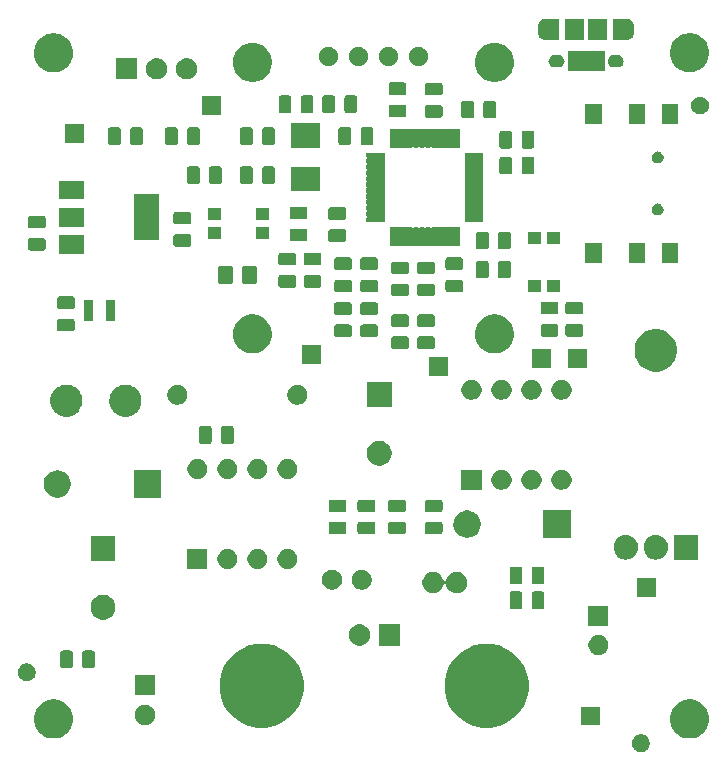
<source format=gbr>
G04 #@! TF.GenerationSoftware,KiCad,Pcbnew,(5.1.5-0-10_14)*
G04 #@! TF.CreationDate,2019-12-09T00:47:21-08:00*
G04 #@! TF.ProjectId,powersupply,706f7765-7273-4757-9070-6c792e6b6963,rev?*
G04 #@! TF.SameCoordinates,Original*
G04 #@! TF.FileFunction,Soldermask,Top*
G04 #@! TF.FilePolarity,Negative*
%FSLAX46Y46*%
G04 Gerber Fmt 4.6, Leading zero omitted, Abs format (unit mm)*
G04 Created by KiCad (PCBNEW (5.1.5-0-10_14)) date 2019-12-09 00:47:21*
%MOMM*%
%LPD*%
G04 APERTURE LIST*
%ADD10C,0.100000*%
G04 APERTURE END LIST*
D10*
G36*
X82218766Y-89278821D02*
G01*
X82355257Y-89335358D01*
X82478097Y-89417437D01*
X82582563Y-89521903D01*
X82664642Y-89644743D01*
X82721179Y-89781234D01*
X82750000Y-89926130D01*
X82750000Y-90073870D01*
X82721179Y-90218766D01*
X82664642Y-90355257D01*
X82582563Y-90478097D01*
X82478097Y-90582563D01*
X82355257Y-90664642D01*
X82218766Y-90721179D01*
X82073870Y-90750000D01*
X81926130Y-90750000D01*
X81781234Y-90721179D01*
X81644743Y-90664642D01*
X81521903Y-90582563D01*
X81417437Y-90478097D01*
X81335358Y-90355257D01*
X81278821Y-90218766D01*
X81250000Y-90073870D01*
X81250000Y-89926130D01*
X81278821Y-89781234D01*
X81335358Y-89644743D01*
X81417437Y-89521903D01*
X81521903Y-89417437D01*
X81644743Y-89335358D01*
X81781234Y-89278821D01*
X81926130Y-89250000D01*
X82073870Y-89250000D01*
X82218766Y-89278821D01*
G37*
G36*
X86495256Y-86341298D02*
G01*
X86601579Y-86362447D01*
X86902042Y-86486903D01*
X87172451Y-86667585D01*
X87402415Y-86897549D01*
X87509304Y-87057520D01*
X87583098Y-87167960D01*
X87619550Y-87255963D01*
X87680716Y-87403630D01*
X87707553Y-87468422D01*
X87771000Y-87787389D01*
X87771000Y-88112611D01*
X87765058Y-88142481D01*
X87707553Y-88431579D01*
X87583097Y-88732042D01*
X87402415Y-89002451D01*
X87172451Y-89232415D01*
X86902042Y-89413097D01*
X86902041Y-89413098D01*
X86902040Y-89413098D01*
X86814037Y-89449550D01*
X86601579Y-89537553D01*
X86495256Y-89558702D01*
X86282611Y-89601000D01*
X85957389Y-89601000D01*
X85744744Y-89558702D01*
X85638421Y-89537553D01*
X85425963Y-89449550D01*
X85337960Y-89413098D01*
X85337959Y-89413098D01*
X85337958Y-89413097D01*
X85067549Y-89232415D01*
X84837585Y-89002451D01*
X84656903Y-88732042D01*
X84532447Y-88431579D01*
X84474942Y-88142481D01*
X84469000Y-88112611D01*
X84469000Y-87787389D01*
X84532447Y-87468422D01*
X84559285Y-87403630D01*
X84620450Y-87255963D01*
X84656902Y-87167960D01*
X84730696Y-87057520D01*
X84837585Y-86897549D01*
X85067549Y-86667585D01*
X85337958Y-86486903D01*
X85638421Y-86362447D01*
X85744744Y-86341298D01*
X85957389Y-86299000D01*
X86282611Y-86299000D01*
X86495256Y-86341298D01*
G37*
G36*
X32645256Y-86341298D02*
G01*
X32751579Y-86362447D01*
X33052042Y-86486903D01*
X33322451Y-86667585D01*
X33552415Y-86897549D01*
X33659304Y-87057520D01*
X33733098Y-87167960D01*
X33769550Y-87255963D01*
X33830716Y-87403630D01*
X33857553Y-87468422D01*
X33921000Y-87787389D01*
X33921000Y-88112611D01*
X33915058Y-88142481D01*
X33857553Y-88431579D01*
X33733097Y-88732042D01*
X33552415Y-89002451D01*
X33322451Y-89232415D01*
X33052042Y-89413097D01*
X33052041Y-89413098D01*
X33052040Y-89413098D01*
X32964037Y-89449550D01*
X32751579Y-89537553D01*
X32645256Y-89558702D01*
X32432611Y-89601000D01*
X32107389Y-89601000D01*
X31894744Y-89558702D01*
X31788421Y-89537553D01*
X31575963Y-89449550D01*
X31487960Y-89413098D01*
X31487959Y-89413098D01*
X31487958Y-89413097D01*
X31217549Y-89232415D01*
X30987585Y-89002451D01*
X30806903Y-88732042D01*
X30682447Y-88431579D01*
X30624942Y-88142481D01*
X30619000Y-88112611D01*
X30619000Y-87787389D01*
X30682447Y-87468422D01*
X30709285Y-87403630D01*
X30770450Y-87255963D01*
X30806902Y-87167960D01*
X30880696Y-87057520D01*
X30987585Y-86897549D01*
X31217549Y-86667585D01*
X31487958Y-86486903D01*
X31788421Y-86362447D01*
X31894744Y-86341298D01*
X32107389Y-86299000D01*
X32432611Y-86299000D01*
X32645256Y-86341298D01*
G37*
G36*
X69970787Y-81725462D02*
G01*
X69970790Y-81725463D01*
X69970789Y-81725463D01*
X70617029Y-81993144D01*
X71198631Y-82381758D01*
X71693242Y-82876369D01*
X72081856Y-83457971D01*
X72081856Y-83457972D01*
X72349538Y-84104213D01*
X72486000Y-84790256D01*
X72486000Y-85489744D01*
X72349538Y-86175787D01*
X72349537Y-86175789D01*
X72081856Y-86822029D01*
X71693242Y-87403631D01*
X71198631Y-87898242D01*
X70617029Y-88286856D01*
X70267636Y-88431579D01*
X69970787Y-88554538D01*
X69284744Y-88691000D01*
X68585256Y-88691000D01*
X67899213Y-88554538D01*
X67602364Y-88431579D01*
X67252971Y-88286856D01*
X66671369Y-87898242D01*
X66176758Y-87403631D01*
X65788144Y-86822029D01*
X65520463Y-86175789D01*
X65520462Y-86175787D01*
X65384000Y-85489744D01*
X65384000Y-84790256D01*
X65520462Y-84104213D01*
X65788144Y-83457972D01*
X65788144Y-83457971D01*
X66176758Y-82876369D01*
X66671369Y-82381758D01*
X67252971Y-81993144D01*
X67899211Y-81725463D01*
X67899210Y-81725463D01*
X67899213Y-81725462D01*
X68585256Y-81589000D01*
X69284744Y-81589000D01*
X69970787Y-81725462D01*
G37*
G36*
X50920787Y-81725462D02*
G01*
X50920790Y-81725463D01*
X50920789Y-81725463D01*
X51567029Y-81993144D01*
X52148631Y-82381758D01*
X52643242Y-82876369D01*
X53031856Y-83457971D01*
X53031856Y-83457972D01*
X53299538Y-84104213D01*
X53436000Y-84790256D01*
X53436000Y-85489744D01*
X53299538Y-86175787D01*
X53299537Y-86175789D01*
X53031856Y-86822029D01*
X52643242Y-87403631D01*
X52148631Y-87898242D01*
X51567029Y-88286856D01*
X51217636Y-88431579D01*
X50920787Y-88554538D01*
X50234744Y-88691000D01*
X49535256Y-88691000D01*
X48849213Y-88554538D01*
X48552364Y-88431579D01*
X48202971Y-88286856D01*
X47621369Y-87898242D01*
X47126758Y-87403631D01*
X46738144Y-86822029D01*
X46470463Y-86175789D01*
X46470462Y-86175787D01*
X46334000Y-85489744D01*
X46334000Y-84790256D01*
X46470462Y-84104213D01*
X46738144Y-83457972D01*
X46738144Y-83457971D01*
X47126758Y-82876369D01*
X47621369Y-82381758D01*
X48202971Y-81993144D01*
X48849211Y-81725463D01*
X48849210Y-81725463D01*
X48849213Y-81725462D01*
X49535256Y-81589000D01*
X50234744Y-81589000D01*
X50920787Y-81725462D01*
G37*
G36*
X78501000Y-88501000D02*
G01*
X76899000Y-88501000D01*
X76899000Y-86899000D01*
X78501000Y-86899000D01*
X78501000Y-88501000D01*
G37*
G36*
X40248228Y-86781703D02*
G01*
X40403100Y-86845853D01*
X40542481Y-86938985D01*
X40661015Y-87057519D01*
X40754147Y-87196900D01*
X40818297Y-87351772D01*
X40851000Y-87516184D01*
X40851000Y-87683816D01*
X40818297Y-87848228D01*
X40754147Y-88003100D01*
X40661015Y-88142481D01*
X40542481Y-88261015D01*
X40403100Y-88354147D01*
X40248228Y-88418297D01*
X40083816Y-88451000D01*
X39916184Y-88451000D01*
X39751772Y-88418297D01*
X39596900Y-88354147D01*
X39457519Y-88261015D01*
X39338985Y-88142481D01*
X39245853Y-88003100D01*
X39181703Y-87848228D01*
X39149000Y-87683816D01*
X39149000Y-87516184D01*
X39181703Y-87351772D01*
X39245853Y-87196900D01*
X39338985Y-87057519D01*
X39457519Y-86938985D01*
X39596900Y-86845853D01*
X39751772Y-86781703D01*
X39916184Y-86749000D01*
X40083816Y-86749000D01*
X40248228Y-86781703D01*
G37*
G36*
X40851000Y-85951000D02*
G01*
X39149000Y-85951000D01*
X39149000Y-84249000D01*
X40851000Y-84249000D01*
X40851000Y-85951000D01*
G37*
G36*
X30218766Y-83278821D02*
G01*
X30355257Y-83335358D01*
X30478097Y-83417437D01*
X30582563Y-83521903D01*
X30664642Y-83644743D01*
X30721179Y-83781234D01*
X30750000Y-83926130D01*
X30750000Y-84073870D01*
X30721179Y-84218766D01*
X30664642Y-84355257D01*
X30582563Y-84478097D01*
X30478097Y-84582563D01*
X30355257Y-84664642D01*
X30218766Y-84721179D01*
X30073870Y-84750000D01*
X29926130Y-84750000D01*
X29781234Y-84721179D01*
X29644743Y-84664642D01*
X29521903Y-84582563D01*
X29417437Y-84478097D01*
X29335358Y-84355257D01*
X29278821Y-84218766D01*
X29250000Y-84073870D01*
X29250000Y-83926130D01*
X29278821Y-83781234D01*
X29335358Y-83644743D01*
X29417437Y-83521903D01*
X29521903Y-83417437D01*
X29644743Y-83335358D01*
X29781234Y-83278821D01*
X29926130Y-83250000D01*
X30073870Y-83250000D01*
X30218766Y-83278821D01*
G37*
G36*
X33734468Y-82153565D02*
G01*
X33773138Y-82165296D01*
X33808777Y-82184346D01*
X33840017Y-82209983D01*
X33865654Y-82241223D01*
X33884704Y-82276862D01*
X33896435Y-82315532D01*
X33901000Y-82361888D01*
X33901000Y-83438112D01*
X33896435Y-83484468D01*
X33884704Y-83523138D01*
X33865654Y-83558777D01*
X33840017Y-83590017D01*
X33808777Y-83615654D01*
X33773138Y-83634704D01*
X33734468Y-83646435D01*
X33688112Y-83651000D01*
X33036888Y-83651000D01*
X32990532Y-83646435D01*
X32951862Y-83634704D01*
X32916223Y-83615654D01*
X32884983Y-83590017D01*
X32859346Y-83558777D01*
X32840296Y-83523138D01*
X32828565Y-83484468D01*
X32824000Y-83438112D01*
X32824000Y-82361888D01*
X32828565Y-82315532D01*
X32840296Y-82276862D01*
X32859346Y-82241223D01*
X32884983Y-82209983D01*
X32916223Y-82184346D01*
X32951862Y-82165296D01*
X32990532Y-82153565D01*
X33036888Y-82149000D01*
X33688112Y-82149000D01*
X33734468Y-82153565D01*
G37*
G36*
X35609468Y-82153565D02*
G01*
X35648138Y-82165296D01*
X35683777Y-82184346D01*
X35715017Y-82209983D01*
X35740654Y-82241223D01*
X35759704Y-82276862D01*
X35771435Y-82315532D01*
X35776000Y-82361888D01*
X35776000Y-83438112D01*
X35771435Y-83484468D01*
X35759704Y-83523138D01*
X35740654Y-83558777D01*
X35715017Y-83590017D01*
X35683777Y-83615654D01*
X35648138Y-83634704D01*
X35609468Y-83646435D01*
X35563112Y-83651000D01*
X34911888Y-83651000D01*
X34865532Y-83646435D01*
X34826862Y-83634704D01*
X34791223Y-83615654D01*
X34759983Y-83590017D01*
X34734346Y-83558777D01*
X34715296Y-83523138D01*
X34703565Y-83484468D01*
X34699000Y-83438112D01*
X34699000Y-82361888D01*
X34703565Y-82315532D01*
X34715296Y-82276862D01*
X34734346Y-82241223D01*
X34759983Y-82209983D01*
X34791223Y-82184346D01*
X34826862Y-82165296D01*
X34865532Y-82153565D01*
X34911888Y-82149000D01*
X35563112Y-82149000D01*
X35609468Y-82153565D01*
G37*
G36*
X78648228Y-80881703D02*
G01*
X78803100Y-80945853D01*
X78942481Y-81038985D01*
X79061015Y-81157519D01*
X79154147Y-81296900D01*
X79218297Y-81451772D01*
X79251000Y-81616184D01*
X79251000Y-81783816D01*
X79218297Y-81948228D01*
X79154147Y-82103100D01*
X79061015Y-82242481D01*
X78942481Y-82361015D01*
X78803100Y-82454147D01*
X78648228Y-82518297D01*
X78483816Y-82551000D01*
X78316184Y-82551000D01*
X78151772Y-82518297D01*
X77996900Y-82454147D01*
X77857519Y-82361015D01*
X77738985Y-82242481D01*
X77645853Y-82103100D01*
X77581703Y-81948228D01*
X77549000Y-81783816D01*
X77549000Y-81616184D01*
X77581703Y-81451772D01*
X77645853Y-81296900D01*
X77738985Y-81157519D01*
X77857519Y-81038985D01*
X77996900Y-80945853D01*
X78151772Y-80881703D01*
X78316184Y-80849000D01*
X78483816Y-80849000D01*
X78648228Y-80881703D01*
G37*
G36*
X61611000Y-81741000D02*
G01*
X59809000Y-81741000D01*
X59809000Y-79939000D01*
X61611000Y-79939000D01*
X61611000Y-81741000D01*
G37*
G36*
X58283512Y-79943927D02*
G01*
X58432812Y-79973624D01*
X58596784Y-80041544D01*
X58744354Y-80140147D01*
X58869853Y-80265646D01*
X58968456Y-80413216D01*
X59036376Y-80577188D01*
X59066073Y-80726488D01*
X59071000Y-80751258D01*
X59071000Y-80928742D01*
X59067596Y-80945853D01*
X59036376Y-81102812D01*
X58968456Y-81266784D01*
X58869853Y-81414354D01*
X58744354Y-81539853D01*
X58596784Y-81638456D01*
X58432812Y-81706376D01*
X58283512Y-81736073D01*
X58258742Y-81741000D01*
X58081258Y-81741000D01*
X58056488Y-81736073D01*
X57907188Y-81706376D01*
X57743216Y-81638456D01*
X57595646Y-81539853D01*
X57470147Y-81414354D01*
X57371544Y-81266784D01*
X57303624Y-81102812D01*
X57272404Y-80945853D01*
X57269000Y-80928742D01*
X57269000Y-80751258D01*
X57273927Y-80726488D01*
X57303624Y-80577188D01*
X57371544Y-80413216D01*
X57470147Y-80265646D01*
X57595646Y-80140147D01*
X57743216Y-80041544D01*
X57907188Y-79973624D01*
X58056488Y-79943927D01*
X58081258Y-79939000D01*
X58258742Y-79939000D01*
X58283512Y-79943927D01*
G37*
G36*
X79251000Y-80051000D02*
G01*
X77549000Y-80051000D01*
X77549000Y-78349000D01*
X79251000Y-78349000D01*
X79251000Y-80051000D01*
G37*
G36*
X36756564Y-77489389D02*
G01*
X36947833Y-77568615D01*
X36947835Y-77568616D01*
X36996301Y-77601000D01*
X37119973Y-77683635D01*
X37266365Y-77830027D01*
X37381385Y-78002167D01*
X37460611Y-78193436D01*
X37501000Y-78396484D01*
X37501000Y-78603516D01*
X37460611Y-78806564D01*
X37381385Y-78997833D01*
X37381384Y-78997835D01*
X37266365Y-79169973D01*
X37119973Y-79316365D01*
X36947835Y-79431384D01*
X36947834Y-79431385D01*
X36947833Y-79431385D01*
X36756564Y-79510611D01*
X36553516Y-79551000D01*
X36346484Y-79551000D01*
X36143436Y-79510611D01*
X35952167Y-79431385D01*
X35952166Y-79431385D01*
X35952165Y-79431384D01*
X35780027Y-79316365D01*
X35633635Y-79169973D01*
X35518616Y-78997835D01*
X35518615Y-78997833D01*
X35439389Y-78806564D01*
X35399000Y-78603516D01*
X35399000Y-78396484D01*
X35439389Y-78193436D01*
X35518615Y-78002167D01*
X35633635Y-77830027D01*
X35780027Y-77683635D01*
X35903699Y-77601000D01*
X35952165Y-77568616D01*
X35952167Y-77568615D01*
X36143436Y-77489389D01*
X36346484Y-77449000D01*
X36553516Y-77449000D01*
X36756564Y-77489389D01*
G37*
G36*
X71784468Y-77153565D02*
G01*
X71823138Y-77165296D01*
X71858777Y-77184346D01*
X71890017Y-77209983D01*
X71915654Y-77241223D01*
X71934704Y-77276862D01*
X71946435Y-77315532D01*
X71951000Y-77361888D01*
X71951000Y-78438112D01*
X71946435Y-78484468D01*
X71934704Y-78523138D01*
X71915654Y-78558777D01*
X71890017Y-78590017D01*
X71858777Y-78615654D01*
X71823138Y-78634704D01*
X71784468Y-78646435D01*
X71738112Y-78651000D01*
X71086888Y-78651000D01*
X71040532Y-78646435D01*
X71001862Y-78634704D01*
X70966223Y-78615654D01*
X70934983Y-78590017D01*
X70909346Y-78558777D01*
X70890296Y-78523138D01*
X70878565Y-78484468D01*
X70874000Y-78438112D01*
X70874000Y-77361888D01*
X70878565Y-77315532D01*
X70890296Y-77276862D01*
X70909346Y-77241223D01*
X70934983Y-77209983D01*
X70966223Y-77184346D01*
X71001862Y-77165296D01*
X71040532Y-77153565D01*
X71086888Y-77149000D01*
X71738112Y-77149000D01*
X71784468Y-77153565D01*
G37*
G36*
X73659468Y-77153565D02*
G01*
X73698138Y-77165296D01*
X73733777Y-77184346D01*
X73765017Y-77209983D01*
X73790654Y-77241223D01*
X73809704Y-77276862D01*
X73821435Y-77315532D01*
X73826000Y-77361888D01*
X73826000Y-78438112D01*
X73821435Y-78484468D01*
X73809704Y-78523138D01*
X73790654Y-78558777D01*
X73765017Y-78590017D01*
X73733777Y-78615654D01*
X73698138Y-78634704D01*
X73659468Y-78646435D01*
X73613112Y-78651000D01*
X72961888Y-78651000D01*
X72915532Y-78646435D01*
X72876862Y-78634704D01*
X72841223Y-78615654D01*
X72809983Y-78590017D01*
X72784346Y-78558777D01*
X72765296Y-78523138D01*
X72753565Y-78484468D01*
X72749000Y-78438112D01*
X72749000Y-77361888D01*
X72753565Y-77315532D01*
X72765296Y-77276862D01*
X72784346Y-77241223D01*
X72809983Y-77209983D01*
X72841223Y-77184346D01*
X72876862Y-77165296D01*
X72915532Y-77153565D01*
X72961888Y-77149000D01*
X73613112Y-77149000D01*
X73659468Y-77153565D01*
G37*
G36*
X83301000Y-77601000D02*
G01*
X81699000Y-77601000D01*
X81699000Y-75999000D01*
X83301000Y-75999000D01*
X83301000Y-77601000D01*
G37*
G36*
X64513512Y-75503927D02*
G01*
X64662812Y-75533624D01*
X64826784Y-75601544D01*
X64974354Y-75700147D01*
X65099853Y-75825646D01*
X65198456Y-75973216D01*
X65266376Y-76137188D01*
X65277405Y-76192638D01*
X65284516Y-76216078D01*
X65296067Y-76237689D01*
X65311613Y-76256631D01*
X65330555Y-76272176D01*
X65352165Y-76283727D01*
X65375614Y-76290840D01*
X65400000Y-76293242D01*
X65424387Y-76290840D01*
X65447835Y-76283727D01*
X65469446Y-76272176D01*
X65488388Y-76256630D01*
X65503933Y-76237688D01*
X65515484Y-76216078D01*
X65522595Y-76192638D01*
X65533624Y-76137188D01*
X65601544Y-75973216D01*
X65700147Y-75825646D01*
X65825646Y-75700147D01*
X65973216Y-75601544D01*
X66137188Y-75533624D01*
X66286488Y-75503927D01*
X66311258Y-75499000D01*
X66488742Y-75499000D01*
X66513512Y-75503927D01*
X66662812Y-75533624D01*
X66826784Y-75601544D01*
X66974354Y-75700147D01*
X67099853Y-75825646D01*
X67198456Y-75973216D01*
X67266376Y-76137188D01*
X67301000Y-76311259D01*
X67301000Y-76488741D01*
X67266376Y-76662812D01*
X67198456Y-76826784D01*
X67099853Y-76974354D01*
X66974354Y-77099853D01*
X66826784Y-77198456D01*
X66662812Y-77266376D01*
X66513512Y-77296073D01*
X66488742Y-77301000D01*
X66311258Y-77301000D01*
X66286488Y-77296073D01*
X66137188Y-77266376D01*
X65973216Y-77198456D01*
X65825646Y-77099853D01*
X65700147Y-76974354D01*
X65601544Y-76826784D01*
X65533624Y-76662812D01*
X65522595Y-76607362D01*
X65515484Y-76583922D01*
X65503933Y-76562311D01*
X65488387Y-76543369D01*
X65469445Y-76527824D01*
X65447835Y-76516273D01*
X65424386Y-76509160D01*
X65400000Y-76506758D01*
X65375613Y-76509160D01*
X65352165Y-76516273D01*
X65330554Y-76527824D01*
X65311612Y-76543370D01*
X65296067Y-76562312D01*
X65284516Y-76583922D01*
X65277405Y-76607362D01*
X65266376Y-76662812D01*
X65198456Y-76826784D01*
X65099853Y-76974354D01*
X64974354Y-77099853D01*
X64826784Y-77198456D01*
X64662812Y-77266376D01*
X64513512Y-77296073D01*
X64488742Y-77301000D01*
X64311258Y-77301000D01*
X64286488Y-77296073D01*
X64137188Y-77266376D01*
X63973216Y-77198456D01*
X63825646Y-77099853D01*
X63700147Y-76974354D01*
X63601544Y-76826784D01*
X63533624Y-76662812D01*
X63499000Y-76488741D01*
X63499000Y-76311259D01*
X63533624Y-76137188D01*
X63601544Y-75973216D01*
X63700147Y-75825646D01*
X63825646Y-75700147D01*
X63973216Y-75601544D01*
X64137188Y-75533624D01*
X64286488Y-75503927D01*
X64311258Y-75499000D01*
X64488742Y-75499000D01*
X64513512Y-75503927D01*
G37*
G36*
X56098228Y-75331703D02*
G01*
X56253100Y-75395853D01*
X56392481Y-75488985D01*
X56511015Y-75607519D01*
X56604147Y-75746900D01*
X56668297Y-75901772D01*
X56701000Y-76066184D01*
X56701000Y-76233816D01*
X56668297Y-76398228D01*
X56604147Y-76553100D01*
X56511015Y-76692481D01*
X56392481Y-76811015D01*
X56253100Y-76904147D01*
X56098228Y-76968297D01*
X55933816Y-77001000D01*
X55766184Y-77001000D01*
X55601772Y-76968297D01*
X55446900Y-76904147D01*
X55307519Y-76811015D01*
X55188985Y-76692481D01*
X55095853Y-76553100D01*
X55031703Y-76398228D01*
X54999000Y-76233816D01*
X54999000Y-76066184D01*
X55031703Y-75901772D01*
X55095853Y-75746900D01*
X55188985Y-75607519D01*
X55307519Y-75488985D01*
X55446900Y-75395853D01*
X55601772Y-75331703D01*
X55766184Y-75299000D01*
X55933816Y-75299000D01*
X56098228Y-75331703D01*
G37*
G36*
X58598228Y-75331703D02*
G01*
X58753100Y-75395853D01*
X58892481Y-75488985D01*
X59011015Y-75607519D01*
X59104147Y-75746900D01*
X59168297Y-75901772D01*
X59201000Y-76066184D01*
X59201000Y-76233816D01*
X59168297Y-76398228D01*
X59104147Y-76553100D01*
X59011015Y-76692481D01*
X58892481Y-76811015D01*
X58753100Y-76904147D01*
X58598228Y-76968297D01*
X58433816Y-77001000D01*
X58266184Y-77001000D01*
X58101772Y-76968297D01*
X57946900Y-76904147D01*
X57807519Y-76811015D01*
X57688985Y-76692481D01*
X57595853Y-76553100D01*
X57531703Y-76398228D01*
X57499000Y-76233816D01*
X57499000Y-76066184D01*
X57531703Y-75901772D01*
X57595853Y-75746900D01*
X57688985Y-75607519D01*
X57807519Y-75488985D01*
X57946900Y-75395853D01*
X58101772Y-75331703D01*
X58266184Y-75299000D01*
X58433816Y-75299000D01*
X58598228Y-75331703D01*
G37*
G36*
X73659468Y-75053565D02*
G01*
X73698138Y-75065296D01*
X73733777Y-75084346D01*
X73765017Y-75109983D01*
X73790654Y-75141223D01*
X73809704Y-75176862D01*
X73821435Y-75215532D01*
X73826000Y-75261888D01*
X73826000Y-76338112D01*
X73821435Y-76384468D01*
X73809704Y-76423138D01*
X73790654Y-76458777D01*
X73765017Y-76490017D01*
X73733777Y-76515654D01*
X73698138Y-76534704D01*
X73659468Y-76546435D01*
X73613112Y-76551000D01*
X72961888Y-76551000D01*
X72915532Y-76546435D01*
X72876862Y-76534704D01*
X72841223Y-76515654D01*
X72809983Y-76490017D01*
X72784346Y-76458777D01*
X72765296Y-76423138D01*
X72753565Y-76384468D01*
X72749000Y-76338112D01*
X72749000Y-75261888D01*
X72753565Y-75215532D01*
X72765296Y-75176862D01*
X72784346Y-75141223D01*
X72809983Y-75109983D01*
X72841223Y-75084346D01*
X72876862Y-75065296D01*
X72915532Y-75053565D01*
X72961888Y-75049000D01*
X73613112Y-75049000D01*
X73659468Y-75053565D01*
G37*
G36*
X71784468Y-75053565D02*
G01*
X71823138Y-75065296D01*
X71858777Y-75084346D01*
X71890017Y-75109983D01*
X71915654Y-75141223D01*
X71934704Y-75176862D01*
X71946435Y-75215532D01*
X71951000Y-75261888D01*
X71951000Y-76338112D01*
X71946435Y-76384468D01*
X71934704Y-76423138D01*
X71915654Y-76458777D01*
X71890017Y-76490017D01*
X71858777Y-76515654D01*
X71823138Y-76534704D01*
X71784468Y-76546435D01*
X71738112Y-76551000D01*
X71086888Y-76551000D01*
X71040532Y-76546435D01*
X71001862Y-76534704D01*
X70966223Y-76515654D01*
X70934983Y-76490017D01*
X70909346Y-76458777D01*
X70890296Y-76423138D01*
X70878565Y-76384468D01*
X70874000Y-76338112D01*
X70874000Y-75261888D01*
X70878565Y-75215532D01*
X70890296Y-75176862D01*
X70909346Y-75141223D01*
X70934983Y-75109983D01*
X70966223Y-75084346D01*
X71001862Y-75065296D01*
X71040532Y-75053565D01*
X71086888Y-75049000D01*
X71738112Y-75049000D01*
X71784468Y-75053565D01*
G37*
G36*
X52318228Y-73581703D02*
G01*
X52473100Y-73645853D01*
X52612481Y-73738985D01*
X52731015Y-73857519D01*
X52824147Y-73996900D01*
X52888297Y-74151772D01*
X52921000Y-74316184D01*
X52921000Y-74483816D01*
X52888297Y-74648228D01*
X52824147Y-74803100D01*
X52731015Y-74942481D01*
X52612481Y-75061015D01*
X52473100Y-75154147D01*
X52318228Y-75218297D01*
X52153816Y-75251000D01*
X51986184Y-75251000D01*
X51821772Y-75218297D01*
X51666900Y-75154147D01*
X51527519Y-75061015D01*
X51408985Y-74942481D01*
X51315853Y-74803100D01*
X51251703Y-74648228D01*
X51219000Y-74483816D01*
X51219000Y-74316184D01*
X51251703Y-74151772D01*
X51315853Y-73996900D01*
X51408985Y-73857519D01*
X51527519Y-73738985D01*
X51666900Y-73645853D01*
X51821772Y-73581703D01*
X51986184Y-73549000D01*
X52153816Y-73549000D01*
X52318228Y-73581703D01*
G37*
G36*
X49778228Y-73581703D02*
G01*
X49933100Y-73645853D01*
X50072481Y-73738985D01*
X50191015Y-73857519D01*
X50284147Y-73996900D01*
X50348297Y-74151772D01*
X50381000Y-74316184D01*
X50381000Y-74483816D01*
X50348297Y-74648228D01*
X50284147Y-74803100D01*
X50191015Y-74942481D01*
X50072481Y-75061015D01*
X49933100Y-75154147D01*
X49778228Y-75218297D01*
X49613816Y-75251000D01*
X49446184Y-75251000D01*
X49281772Y-75218297D01*
X49126900Y-75154147D01*
X48987519Y-75061015D01*
X48868985Y-74942481D01*
X48775853Y-74803100D01*
X48711703Y-74648228D01*
X48679000Y-74483816D01*
X48679000Y-74316184D01*
X48711703Y-74151772D01*
X48775853Y-73996900D01*
X48868985Y-73857519D01*
X48987519Y-73738985D01*
X49126900Y-73645853D01*
X49281772Y-73581703D01*
X49446184Y-73549000D01*
X49613816Y-73549000D01*
X49778228Y-73581703D01*
G37*
G36*
X47238228Y-73581703D02*
G01*
X47393100Y-73645853D01*
X47532481Y-73738985D01*
X47651015Y-73857519D01*
X47744147Y-73996900D01*
X47808297Y-74151772D01*
X47841000Y-74316184D01*
X47841000Y-74483816D01*
X47808297Y-74648228D01*
X47744147Y-74803100D01*
X47651015Y-74942481D01*
X47532481Y-75061015D01*
X47393100Y-75154147D01*
X47238228Y-75218297D01*
X47073816Y-75251000D01*
X46906184Y-75251000D01*
X46741772Y-75218297D01*
X46586900Y-75154147D01*
X46447519Y-75061015D01*
X46328985Y-74942481D01*
X46235853Y-74803100D01*
X46171703Y-74648228D01*
X46139000Y-74483816D01*
X46139000Y-74316184D01*
X46171703Y-74151772D01*
X46235853Y-73996900D01*
X46328985Y-73857519D01*
X46447519Y-73738985D01*
X46586900Y-73645853D01*
X46741772Y-73581703D01*
X46906184Y-73549000D01*
X47073816Y-73549000D01*
X47238228Y-73581703D01*
G37*
G36*
X45301000Y-75251000D02*
G01*
X43599000Y-75251000D01*
X43599000Y-73549000D01*
X45301000Y-73549000D01*
X45301000Y-75251000D01*
G37*
G36*
X37501000Y-74551000D02*
G01*
X35399000Y-74551000D01*
X35399000Y-72449000D01*
X37501000Y-72449000D01*
X37501000Y-74551000D01*
G37*
G36*
X80916720Y-72363520D02*
G01*
X81105881Y-72420901D01*
X81280212Y-72514083D01*
X81433015Y-72639485D01*
X81558417Y-72792288D01*
X81602182Y-72874167D01*
X81651598Y-72966617D01*
X81651599Y-72966620D01*
X81708980Y-73155781D01*
X81723500Y-73303207D01*
X81723500Y-73496794D01*
X81708980Y-73644220D01*
X81651599Y-73833381D01*
X81558417Y-74007712D01*
X81433015Y-74160515D01*
X81280212Y-74285917D01*
X81223586Y-74316184D01*
X81105883Y-74379098D01*
X81105880Y-74379099D01*
X80916719Y-74436480D01*
X80720000Y-74455855D01*
X80523280Y-74436480D01*
X80334119Y-74379099D01*
X80159788Y-74285917D01*
X80006985Y-74160515D01*
X79881583Y-74007712D01*
X79801304Y-73857520D01*
X79788402Y-73833383D01*
X79731516Y-73645853D01*
X79731020Y-73644219D01*
X79716500Y-73496793D01*
X79716500Y-73303206D01*
X79731020Y-73155780D01*
X79788401Y-72966619D01*
X79881583Y-72792288D01*
X80006985Y-72639485D01*
X80159788Y-72514083D01*
X80334120Y-72420901D01*
X80523281Y-72363520D01*
X80720000Y-72344145D01*
X80916720Y-72363520D01*
G37*
G36*
X83456720Y-72363520D02*
G01*
X83645881Y-72420901D01*
X83820212Y-72514083D01*
X83973015Y-72639485D01*
X84098417Y-72792288D01*
X84142182Y-72874167D01*
X84191598Y-72966617D01*
X84191599Y-72966620D01*
X84248980Y-73155781D01*
X84263500Y-73303207D01*
X84263500Y-73496794D01*
X84248980Y-73644220D01*
X84191599Y-73833381D01*
X84098417Y-74007712D01*
X83973015Y-74160515D01*
X83820212Y-74285917D01*
X83763586Y-74316184D01*
X83645883Y-74379098D01*
X83645880Y-74379099D01*
X83456719Y-74436480D01*
X83260000Y-74455855D01*
X83063280Y-74436480D01*
X82874119Y-74379099D01*
X82699788Y-74285917D01*
X82546985Y-74160515D01*
X82421583Y-74007712D01*
X82341304Y-73857520D01*
X82328402Y-73833383D01*
X82271516Y-73645853D01*
X82271020Y-73644219D01*
X82256500Y-73496793D01*
X82256500Y-73303206D01*
X82271020Y-73155780D01*
X82328401Y-72966619D01*
X82421583Y-72792288D01*
X82546985Y-72639485D01*
X82699788Y-72514083D01*
X82874120Y-72420901D01*
X83063281Y-72363520D01*
X83260000Y-72344145D01*
X83456720Y-72363520D01*
G37*
G36*
X86803500Y-74451000D02*
G01*
X84796500Y-74451000D01*
X84796500Y-72349000D01*
X86803500Y-72349000D01*
X86803500Y-74451000D01*
G37*
G36*
X76051000Y-72601000D02*
G01*
X73749000Y-72601000D01*
X73749000Y-70299000D01*
X76051000Y-70299000D01*
X76051000Y-72601000D01*
G37*
G36*
X67504549Y-70321116D02*
G01*
X67615734Y-70343232D01*
X67728683Y-70390017D01*
X67823456Y-70429273D01*
X67825203Y-70429997D01*
X68013720Y-70555960D01*
X68174040Y-70716280D01*
X68300003Y-70904797D01*
X68300004Y-70904799D01*
X68386768Y-71114267D01*
X68429010Y-71326629D01*
X68431000Y-71336636D01*
X68431000Y-71563364D01*
X68386768Y-71785734D01*
X68300003Y-71995203D01*
X68174040Y-72183720D01*
X68013720Y-72344040D01*
X67825203Y-72470003D01*
X67615734Y-72556768D01*
X67504549Y-72578884D01*
X67393365Y-72601000D01*
X67166635Y-72601000D01*
X67055451Y-72578884D01*
X66944266Y-72556768D01*
X66734797Y-72470003D01*
X66546280Y-72344040D01*
X66385960Y-72183720D01*
X66259997Y-71995203D01*
X66173232Y-71785734D01*
X66129000Y-71563364D01*
X66129000Y-71336636D01*
X66130991Y-71326629D01*
X66173232Y-71114267D01*
X66259996Y-70904799D01*
X66259997Y-70904797D01*
X66385960Y-70716280D01*
X66546280Y-70555960D01*
X66734797Y-70429997D01*
X66736545Y-70429273D01*
X66831317Y-70390017D01*
X66944266Y-70343232D01*
X67055451Y-70321116D01*
X67166635Y-70299000D01*
X67393365Y-70299000D01*
X67504549Y-70321116D01*
G37*
G36*
X65034468Y-71253565D02*
G01*
X65073138Y-71265296D01*
X65108777Y-71284346D01*
X65140017Y-71309983D01*
X65165654Y-71341223D01*
X65184704Y-71376862D01*
X65196435Y-71415532D01*
X65201000Y-71461888D01*
X65201000Y-72113112D01*
X65196435Y-72159468D01*
X65184704Y-72198138D01*
X65165654Y-72233777D01*
X65140017Y-72265017D01*
X65108777Y-72290654D01*
X65073138Y-72309704D01*
X65034468Y-72321435D01*
X64988112Y-72326000D01*
X63911888Y-72326000D01*
X63865532Y-72321435D01*
X63826862Y-72309704D01*
X63791223Y-72290654D01*
X63759983Y-72265017D01*
X63734346Y-72233777D01*
X63715296Y-72198138D01*
X63703565Y-72159468D01*
X63699000Y-72113112D01*
X63699000Y-71461888D01*
X63703565Y-71415532D01*
X63715296Y-71376862D01*
X63734346Y-71341223D01*
X63759983Y-71309983D01*
X63791223Y-71284346D01*
X63826862Y-71265296D01*
X63865532Y-71253565D01*
X63911888Y-71249000D01*
X64988112Y-71249000D01*
X65034468Y-71253565D01*
G37*
G36*
X56884468Y-71253565D02*
G01*
X56923138Y-71265296D01*
X56958777Y-71284346D01*
X56990017Y-71309983D01*
X57015654Y-71341223D01*
X57034704Y-71376862D01*
X57046435Y-71415532D01*
X57051000Y-71461888D01*
X57051000Y-72113112D01*
X57046435Y-72159468D01*
X57034704Y-72198138D01*
X57015654Y-72233777D01*
X56990017Y-72265017D01*
X56958777Y-72290654D01*
X56923138Y-72309704D01*
X56884468Y-72321435D01*
X56838112Y-72326000D01*
X55761888Y-72326000D01*
X55715532Y-72321435D01*
X55676862Y-72309704D01*
X55641223Y-72290654D01*
X55609983Y-72265017D01*
X55584346Y-72233777D01*
X55565296Y-72198138D01*
X55553565Y-72159468D01*
X55549000Y-72113112D01*
X55549000Y-71461888D01*
X55553565Y-71415532D01*
X55565296Y-71376862D01*
X55584346Y-71341223D01*
X55609983Y-71309983D01*
X55641223Y-71284346D01*
X55676862Y-71265296D01*
X55715532Y-71253565D01*
X55761888Y-71249000D01*
X56838112Y-71249000D01*
X56884468Y-71253565D01*
G37*
G36*
X61934468Y-71253565D02*
G01*
X61973138Y-71265296D01*
X62008777Y-71284346D01*
X62040017Y-71309983D01*
X62065654Y-71341223D01*
X62084704Y-71376862D01*
X62096435Y-71415532D01*
X62101000Y-71461888D01*
X62101000Y-72113112D01*
X62096435Y-72159468D01*
X62084704Y-72198138D01*
X62065654Y-72233777D01*
X62040017Y-72265017D01*
X62008777Y-72290654D01*
X61973138Y-72309704D01*
X61934468Y-72321435D01*
X61888112Y-72326000D01*
X60811888Y-72326000D01*
X60765532Y-72321435D01*
X60726862Y-72309704D01*
X60691223Y-72290654D01*
X60659983Y-72265017D01*
X60634346Y-72233777D01*
X60615296Y-72198138D01*
X60603565Y-72159468D01*
X60599000Y-72113112D01*
X60599000Y-71461888D01*
X60603565Y-71415532D01*
X60615296Y-71376862D01*
X60634346Y-71341223D01*
X60659983Y-71309983D01*
X60691223Y-71284346D01*
X60726862Y-71265296D01*
X60765532Y-71253565D01*
X60811888Y-71249000D01*
X61888112Y-71249000D01*
X61934468Y-71253565D01*
G37*
G36*
X59337264Y-71252333D02*
G01*
X59375934Y-71264064D01*
X59411573Y-71283114D01*
X59442813Y-71308751D01*
X59468450Y-71339991D01*
X59487500Y-71375630D01*
X59499231Y-71414300D01*
X59503796Y-71460656D01*
X59503796Y-72111880D01*
X59499231Y-72158236D01*
X59487500Y-72196906D01*
X59468450Y-72232545D01*
X59442813Y-72263785D01*
X59411573Y-72289422D01*
X59375934Y-72308472D01*
X59337264Y-72320203D01*
X59290908Y-72324768D01*
X58214684Y-72324768D01*
X58168328Y-72320203D01*
X58129658Y-72308472D01*
X58094019Y-72289422D01*
X58062779Y-72263785D01*
X58037142Y-72232545D01*
X58018092Y-72196906D01*
X58006361Y-72158236D01*
X58001796Y-72111880D01*
X58001796Y-71460656D01*
X58006361Y-71414300D01*
X58018092Y-71375630D01*
X58037142Y-71339991D01*
X58062779Y-71308751D01*
X58094019Y-71283114D01*
X58129658Y-71264064D01*
X58168328Y-71252333D01*
X58214684Y-71247768D01*
X59290908Y-71247768D01*
X59337264Y-71252333D01*
G37*
G36*
X65034468Y-69378565D02*
G01*
X65073138Y-69390296D01*
X65108777Y-69409346D01*
X65140017Y-69434983D01*
X65165654Y-69466223D01*
X65184704Y-69501862D01*
X65196435Y-69540532D01*
X65201000Y-69586888D01*
X65201000Y-70238112D01*
X65196435Y-70284468D01*
X65184704Y-70323138D01*
X65165654Y-70358777D01*
X65140017Y-70390017D01*
X65108777Y-70415654D01*
X65073138Y-70434704D01*
X65034468Y-70446435D01*
X64988112Y-70451000D01*
X63911888Y-70451000D01*
X63865532Y-70446435D01*
X63826862Y-70434704D01*
X63791223Y-70415654D01*
X63759983Y-70390017D01*
X63734346Y-70358777D01*
X63715296Y-70323138D01*
X63703565Y-70284468D01*
X63699000Y-70238112D01*
X63699000Y-69586888D01*
X63703565Y-69540532D01*
X63715296Y-69501862D01*
X63734346Y-69466223D01*
X63759983Y-69434983D01*
X63791223Y-69409346D01*
X63826862Y-69390296D01*
X63865532Y-69378565D01*
X63911888Y-69374000D01*
X64988112Y-69374000D01*
X65034468Y-69378565D01*
G37*
G36*
X56884468Y-69378565D02*
G01*
X56923138Y-69390296D01*
X56958777Y-69409346D01*
X56990017Y-69434983D01*
X57015654Y-69466223D01*
X57034704Y-69501862D01*
X57046435Y-69540532D01*
X57051000Y-69586888D01*
X57051000Y-70238112D01*
X57046435Y-70284468D01*
X57034704Y-70323138D01*
X57015654Y-70358777D01*
X56990017Y-70390017D01*
X56958777Y-70415654D01*
X56923138Y-70434704D01*
X56884468Y-70446435D01*
X56838112Y-70451000D01*
X55761888Y-70451000D01*
X55715532Y-70446435D01*
X55676862Y-70434704D01*
X55641223Y-70415654D01*
X55609983Y-70390017D01*
X55584346Y-70358777D01*
X55565296Y-70323138D01*
X55553565Y-70284468D01*
X55549000Y-70238112D01*
X55549000Y-69586888D01*
X55553565Y-69540532D01*
X55565296Y-69501862D01*
X55584346Y-69466223D01*
X55609983Y-69434983D01*
X55641223Y-69409346D01*
X55676862Y-69390296D01*
X55715532Y-69378565D01*
X55761888Y-69374000D01*
X56838112Y-69374000D01*
X56884468Y-69378565D01*
G37*
G36*
X61934468Y-69378565D02*
G01*
X61973138Y-69390296D01*
X62008777Y-69409346D01*
X62040017Y-69434983D01*
X62065654Y-69466223D01*
X62084704Y-69501862D01*
X62096435Y-69540532D01*
X62101000Y-69586888D01*
X62101000Y-70238112D01*
X62096435Y-70284468D01*
X62084704Y-70323138D01*
X62065654Y-70358777D01*
X62040017Y-70390017D01*
X62008777Y-70415654D01*
X61973138Y-70434704D01*
X61934468Y-70446435D01*
X61888112Y-70451000D01*
X60811888Y-70451000D01*
X60765532Y-70446435D01*
X60726862Y-70434704D01*
X60691223Y-70415654D01*
X60659983Y-70390017D01*
X60634346Y-70358777D01*
X60615296Y-70323138D01*
X60603565Y-70284468D01*
X60599000Y-70238112D01*
X60599000Y-69586888D01*
X60603565Y-69540532D01*
X60615296Y-69501862D01*
X60634346Y-69466223D01*
X60659983Y-69434983D01*
X60691223Y-69409346D01*
X60726862Y-69390296D01*
X60765532Y-69378565D01*
X60811888Y-69374000D01*
X61888112Y-69374000D01*
X61934468Y-69378565D01*
G37*
G36*
X59337264Y-69377333D02*
G01*
X59375934Y-69389064D01*
X59411573Y-69408114D01*
X59442813Y-69433751D01*
X59468450Y-69464991D01*
X59487500Y-69500630D01*
X59499231Y-69539300D01*
X59503796Y-69585656D01*
X59503796Y-70236880D01*
X59499231Y-70283236D01*
X59487500Y-70321906D01*
X59468450Y-70357545D01*
X59442813Y-70388785D01*
X59411573Y-70414422D01*
X59375934Y-70433472D01*
X59337264Y-70445203D01*
X59290908Y-70449768D01*
X58214684Y-70449768D01*
X58168328Y-70445203D01*
X58129658Y-70433472D01*
X58094019Y-70414422D01*
X58062779Y-70388785D01*
X58037142Y-70357545D01*
X58018092Y-70321906D01*
X58006361Y-70283236D01*
X58001796Y-70236880D01*
X58001796Y-69585656D01*
X58006361Y-69539300D01*
X58018092Y-69500630D01*
X58037142Y-69464991D01*
X58062779Y-69433751D01*
X58094019Y-69408114D01*
X58129658Y-69389064D01*
X58168328Y-69377333D01*
X58214684Y-69372768D01*
X59290908Y-69372768D01*
X59337264Y-69377333D01*
G37*
G36*
X41351000Y-69201000D02*
G01*
X39049000Y-69201000D01*
X39049000Y-66899000D01*
X41351000Y-66899000D01*
X41351000Y-69201000D01*
G37*
G36*
X32804549Y-66921116D02*
G01*
X32915734Y-66943232D01*
X33063850Y-67004584D01*
X33120933Y-67028228D01*
X33125203Y-67029997D01*
X33313720Y-67155960D01*
X33474040Y-67316280D01*
X33600003Y-67504797D01*
X33686768Y-67714266D01*
X33731000Y-67936636D01*
X33731000Y-68163364D01*
X33686768Y-68385734D01*
X33600003Y-68595203D01*
X33474040Y-68783720D01*
X33313720Y-68944040D01*
X33125203Y-69070003D01*
X32915734Y-69156768D01*
X32804549Y-69178884D01*
X32693365Y-69201000D01*
X32466635Y-69201000D01*
X32355451Y-69178884D01*
X32244266Y-69156768D01*
X32034797Y-69070003D01*
X31846280Y-68944040D01*
X31685960Y-68783720D01*
X31559997Y-68595203D01*
X31473232Y-68385734D01*
X31429000Y-68163364D01*
X31429000Y-67936636D01*
X31473232Y-67714266D01*
X31559997Y-67504797D01*
X31685960Y-67316280D01*
X31846280Y-67155960D01*
X32034797Y-67029997D01*
X32039068Y-67028228D01*
X32096150Y-67004584D01*
X32244266Y-66943232D01*
X32355451Y-66921116D01*
X32466635Y-66899000D01*
X32693365Y-66899000D01*
X32804549Y-66921116D01*
G37*
G36*
X75518228Y-66881703D02*
G01*
X75673100Y-66945853D01*
X75812481Y-67038985D01*
X75931015Y-67157519D01*
X76024147Y-67296900D01*
X76088297Y-67451772D01*
X76121000Y-67616184D01*
X76121000Y-67783816D01*
X76088297Y-67948228D01*
X76024147Y-68103100D01*
X75931015Y-68242481D01*
X75812481Y-68361015D01*
X75673100Y-68454147D01*
X75518228Y-68518297D01*
X75353816Y-68551000D01*
X75186184Y-68551000D01*
X75021772Y-68518297D01*
X74866900Y-68454147D01*
X74727519Y-68361015D01*
X74608985Y-68242481D01*
X74515853Y-68103100D01*
X74451703Y-67948228D01*
X74419000Y-67783816D01*
X74419000Y-67616184D01*
X74451703Y-67451772D01*
X74515853Y-67296900D01*
X74608985Y-67157519D01*
X74727519Y-67038985D01*
X74866900Y-66945853D01*
X75021772Y-66881703D01*
X75186184Y-66849000D01*
X75353816Y-66849000D01*
X75518228Y-66881703D01*
G37*
G36*
X72978228Y-66881703D02*
G01*
X73133100Y-66945853D01*
X73272481Y-67038985D01*
X73391015Y-67157519D01*
X73484147Y-67296900D01*
X73548297Y-67451772D01*
X73581000Y-67616184D01*
X73581000Y-67783816D01*
X73548297Y-67948228D01*
X73484147Y-68103100D01*
X73391015Y-68242481D01*
X73272481Y-68361015D01*
X73133100Y-68454147D01*
X72978228Y-68518297D01*
X72813816Y-68551000D01*
X72646184Y-68551000D01*
X72481772Y-68518297D01*
X72326900Y-68454147D01*
X72187519Y-68361015D01*
X72068985Y-68242481D01*
X71975853Y-68103100D01*
X71911703Y-67948228D01*
X71879000Y-67783816D01*
X71879000Y-67616184D01*
X71911703Y-67451772D01*
X71975853Y-67296900D01*
X72068985Y-67157519D01*
X72187519Y-67038985D01*
X72326900Y-66945853D01*
X72481772Y-66881703D01*
X72646184Y-66849000D01*
X72813816Y-66849000D01*
X72978228Y-66881703D01*
G37*
G36*
X70438228Y-66881703D02*
G01*
X70593100Y-66945853D01*
X70732481Y-67038985D01*
X70851015Y-67157519D01*
X70944147Y-67296900D01*
X71008297Y-67451772D01*
X71041000Y-67616184D01*
X71041000Y-67783816D01*
X71008297Y-67948228D01*
X70944147Y-68103100D01*
X70851015Y-68242481D01*
X70732481Y-68361015D01*
X70593100Y-68454147D01*
X70438228Y-68518297D01*
X70273816Y-68551000D01*
X70106184Y-68551000D01*
X69941772Y-68518297D01*
X69786900Y-68454147D01*
X69647519Y-68361015D01*
X69528985Y-68242481D01*
X69435853Y-68103100D01*
X69371703Y-67948228D01*
X69339000Y-67783816D01*
X69339000Y-67616184D01*
X69371703Y-67451772D01*
X69435853Y-67296900D01*
X69528985Y-67157519D01*
X69647519Y-67038985D01*
X69786900Y-66945853D01*
X69941772Y-66881703D01*
X70106184Y-66849000D01*
X70273816Y-66849000D01*
X70438228Y-66881703D01*
G37*
G36*
X68501000Y-68551000D02*
G01*
X66799000Y-68551000D01*
X66799000Y-66849000D01*
X68501000Y-66849000D01*
X68501000Y-68551000D01*
G37*
G36*
X44698228Y-65961703D02*
G01*
X44853100Y-66025853D01*
X44992481Y-66118985D01*
X45111015Y-66237519D01*
X45204147Y-66376900D01*
X45268297Y-66531772D01*
X45301000Y-66696184D01*
X45301000Y-66863816D01*
X45268297Y-67028228D01*
X45204147Y-67183100D01*
X45111015Y-67322481D01*
X44992481Y-67441015D01*
X44853100Y-67534147D01*
X44698228Y-67598297D01*
X44533816Y-67631000D01*
X44366184Y-67631000D01*
X44201772Y-67598297D01*
X44046900Y-67534147D01*
X43907519Y-67441015D01*
X43788985Y-67322481D01*
X43695853Y-67183100D01*
X43631703Y-67028228D01*
X43599000Y-66863816D01*
X43599000Y-66696184D01*
X43631703Y-66531772D01*
X43695853Y-66376900D01*
X43788985Y-66237519D01*
X43907519Y-66118985D01*
X44046900Y-66025853D01*
X44201772Y-65961703D01*
X44366184Y-65929000D01*
X44533816Y-65929000D01*
X44698228Y-65961703D01*
G37*
G36*
X47238228Y-65961703D02*
G01*
X47393100Y-66025853D01*
X47532481Y-66118985D01*
X47651015Y-66237519D01*
X47744147Y-66376900D01*
X47808297Y-66531772D01*
X47841000Y-66696184D01*
X47841000Y-66863816D01*
X47808297Y-67028228D01*
X47744147Y-67183100D01*
X47651015Y-67322481D01*
X47532481Y-67441015D01*
X47393100Y-67534147D01*
X47238228Y-67598297D01*
X47073816Y-67631000D01*
X46906184Y-67631000D01*
X46741772Y-67598297D01*
X46586900Y-67534147D01*
X46447519Y-67441015D01*
X46328985Y-67322481D01*
X46235853Y-67183100D01*
X46171703Y-67028228D01*
X46139000Y-66863816D01*
X46139000Y-66696184D01*
X46171703Y-66531772D01*
X46235853Y-66376900D01*
X46328985Y-66237519D01*
X46447519Y-66118985D01*
X46586900Y-66025853D01*
X46741772Y-65961703D01*
X46906184Y-65929000D01*
X47073816Y-65929000D01*
X47238228Y-65961703D01*
G37*
G36*
X52318228Y-65961703D02*
G01*
X52473100Y-66025853D01*
X52612481Y-66118985D01*
X52731015Y-66237519D01*
X52824147Y-66376900D01*
X52888297Y-66531772D01*
X52921000Y-66696184D01*
X52921000Y-66863816D01*
X52888297Y-67028228D01*
X52824147Y-67183100D01*
X52731015Y-67322481D01*
X52612481Y-67441015D01*
X52473100Y-67534147D01*
X52318228Y-67598297D01*
X52153816Y-67631000D01*
X51986184Y-67631000D01*
X51821772Y-67598297D01*
X51666900Y-67534147D01*
X51527519Y-67441015D01*
X51408985Y-67322481D01*
X51315853Y-67183100D01*
X51251703Y-67028228D01*
X51219000Y-66863816D01*
X51219000Y-66696184D01*
X51251703Y-66531772D01*
X51315853Y-66376900D01*
X51408985Y-66237519D01*
X51527519Y-66118985D01*
X51666900Y-66025853D01*
X51821772Y-65961703D01*
X51986184Y-65929000D01*
X52153816Y-65929000D01*
X52318228Y-65961703D01*
G37*
G36*
X49778228Y-65961703D02*
G01*
X49933100Y-66025853D01*
X50072481Y-66118985D01*
X50191015Y-66237519D01*
X50284147Y-66376900D01*
X50348297Y-66531772D01*
X50381000Y-66696184D01*
X50381000Y-66863816D01*
X50348297Y-67028228D01*
X50284147Y-67183100D01*
X50191015Y-67322481D01*
X50072481Y-67441015D01*
X49933100Y-67534147D01*
X49778228Y-67598297D01*
X49613816Y-67631000D01*
X49446184Y-67631000D01*
X49281772Y-67598297D01*
X49126900Y-67534147D01*
X48987519Y-67441015D01*
X48868985Y-67322481D01*
X48775853Y-67183100D01*
X48711703Y-67028228D01*
X48679000Y-66863816D01*
X48679000Y-66696184D01*
X48711703Y-66531772D01*
X48775853Y-66376900D01*
X48868985Y-66237519D01*
X48987519Y-66118985D01*
X49126900Y-66025853D01*
X49281772Y-65961703D01*
X49446184Y-65929000D01*
X49613816Y-65929000D01*
X49778228Y-65961703D01*
G37*
G36*
X60156564Y-64439389D02*
G01*
X60347833Y-64518615D01*
X60347835Y-64518616D01*
X60515289Y-64630505D01*
X60519973Y-64633635D01*
X60666365Y-64780027D01*
X60781385Y-64952167D01*
X60860611Y-65143436D01*
X60901000Y-65346484D01*
X60901000Y-65553516D01*
X60860611Y-65756564D01*
X60789186Y-65929000D01*
X60781384Y-65947835D01*
X60666365Y-66119973D01*
X60519973Y-66266365D01*
X60347835Y-66381384D01*
X60347834Y-66381385D01*
X60347833Y-66381385D01*
X60156564Y-66460611D01*
X59953516Y-66501000D01*
X59746484Y-66501000D01*
X59543436Y-66460611D01*
X59352167Y-66381385D01*
X59352166Y-66381385D01*
X59352165Y-66381384D01*
X59180027Y-66266365D01*
X59033635Y-66119973D01*
X58918616Y-65947835D01*
X58910814Y-65929000D01*
X58839389Y-65756564D01*
X58799000Y-65553516D01*
X58799000Y-65346484D01*
X58839389Y-65143436D01*
X58918615Y-64952167D01*
X59033635Y-64780027D01*
X59180027Y-64633635D01*
X59184711Y-64630505D01*
X59352165Y-64518616D01*
X59352167Y-64518615D01*
X59543436Y-64439389D01*
X59746484Y-64399000D01*
X59953516Y-64399000D01*
X60156564Y-64439389D01*
G37*
G36*
X47359468Y-63153565D02*
G01*
X47398138Y-63165296D01*
X47433777Y-63184346D01*
X47465017Y-63209983D01*
X47490654Y-63241223D01*
X47509704Y-63276862D01*
X47521435Y-63315532D01*
X47526000Y-63361888D01*
X47526000Y-64438112D01*
X47521435Y-64484468D01*
X47509704Y-64523138D01*
X47490654Y-64558777D01*
X47465017Y-64590017D01*
X47433777Y-64615654D01*
X47398138Y-64634704D01*
X47359468Y-64646435D01*
X47313112Y-64651000D01*
X46661888Y-64651000D01*
X46615532Y-64646435D01*
X46576862Y-64634704D01*
X46541223Y-64615654D01*
X46509983Y-64590017D01*
X46484346Y-64558777D01*
X46465296Y-64523138D01*
X46453565Y-64484468D01*
X46449000Y-64438112D01*
X46449000Y-63361888D01*
X46453565Y-63315532D01*
X46465296Y-63276862D01*
X46484346Y-63241223D01*
X46509983Y-63209983D01*
X46541223Y-63184346D01*
X46576862Y-63165296D01*
X46615532Y-63153565D01*
X46661888Y-63149000D01*
X47313112Y-63149000D01*
X47359468Y-63153565D01*
G37*
G36*
X45484468Y-63153565D02*
G01*
X45523138Y-63165296D01*
X45558777Y-63184346D01*
X45590017Y-63209983D01*
X45615654Y-63241223D01*
X45634704Y-63276862D01*
X45646435Y-63315532D01*
X45651000Y-63361888D01*
X45651000Y-64438112D01*
X45646435Y-64484468D01*
X45634704Y-64523138D01*
X45615654Y-64558777D01*
X45590017Y-64590017D01*
X45558777Y-64615654D01*
X45523138Y-64634704D01*
X45484468Y-64646435D01*
X45438112Y-64651000D01*
X44786888Y-64651000D01*
X44740532Y-64646435D01*
X44701862Y-64634704D01*
X44666223Y-64615654D01*
X44634983Y-64590017D01*
X44609346Y-64558777D01*
X44590296Y-64523138D01*
X44578565Y-64484468D01*
X44574000Y-64438112D01*
X44574000Y-63361888D01*
X44578565Y-63315532D01*
X44590296Y-63276862D01*
X44609346Y-63241223D01*
X44634983Y-63209983D01*
X44666223Y-63184346D01*
X44701862Y-63165296D01*
X44740532Y-63153565D01*
X44786888Y-63149000D01*
X45438112Y-63149000D01*
X45484468Y-63153565D01*
G37*
G36*
X38647482Y-59681705D02*
G01*
X38744072Y-59700918D01*
X38989939Y-59802759D01*
X39101328Y-59877187D01*
X39211211Y-59950609D01*
X39399391Y-60138789D01*
X39472813Y-60248672D01*
X39525971Y-60328228D01*
X39547242Y-60360063D01*
X39649082Y-60605928D01*
X39694478Y-60834147D01*
X39701000Y-60866938D01*
X39701000Y-61133062D01*
X39649082Y-61394072D01*
X39547241Y-61639939D01*
X39399390Y-61861212D01*
X39211212Y-62049390D01*
X38989939Y-62197241D01*
X38989938Y-62197242D01*
X38989937Y-62197242D01*
X38744072Y-62299082D01*
X38483063Y-62351000D01*
X38216937Y-62351000D01*
X37955928Y-62299082D01*
X37710063Y-62197242D01*
X37710062Y-62197242D01*
X37710061Y-62197241D01*
X37488788Y-62049390D01*
X37300610Y-61861212D01*
X37152759Y-61639939D01*
X37050918Y-61394072D01*
X36999000Y-61133062D01*
X36999000Y-60866938D01*
X37005523Y-60834147D01*
X37050918Y-60605928D01*
X37152758Y-60360063D01*
X37174030Y-60328228D01*
X37227187Y-60248672D01*
X37300609Y-60138789D01*
X37488789Y-59950609D01*
X37598672Y-59877187D01*
X37710061Y-59802759D01*
X37955928Y-59700918D01*
X38052518Y-59681705D01*
X38216937Y-59649000D01*
X38483063Y-59649000D01*
X38647482Y-59681705D01*
G37*
G36*
X33647482Y-59681705D02*
G01*
X33744072Y-59700918D01*
X33989939Y-59802759D01*
X34101328Y-59877187D01*
X34211211Y-59950609D01*
X34399391Y-60138789D01*
X34472813Y-60248672D01*
X34525971Y-60328228D01*
X34547242Y-60360063D01*
X34649082Y-60605928D01*
X34694478Y-60834147D01*
X34701000Y-60866938D01*
X34701000Y-61133062D01*
X34649082Y-61394072D01*
X34547241Y-61639939D01*
X34399390Y-61861212D01*
X34211212Y-62049390D01*
X33989939Y-62197241D01*
X33989938Y-62197242D01*
X33989937Y-62197242D01*
X33744072Y-62299082D01*
X33483063Y-62351000D01*
X33216937Y-62351000D01*
X32955928Y-62299082D01*
X32710063Y-62197242D01*
X32710062Y-62197242D01*
X32710061Y-62197241D01*
X32488788Y-62049390D01*
X32300610Y-61861212D01*
X32152759Y-61639939D01*
X32050918Y-61394072D01*
X31999000Y-61133062D01*
X31999000Y-60866938D01*
X32005523Y-60834147D01*
X32050918Y-60605928D01*
X32152758Y-60360063D01*
X32174030Y-60328228D01*
X32227187Y-60248672D01*
X32300609Y-60138789D01*
X32488789Y-59950609D01*
X32598672Y-59877187D01*
X32710061Y-59802759D01*
X32955928Y-59700918D01*
X33052518Y-59681705D01*
X33216937Y-59649000D01*
X33483063Y-59649000D01*
X33647482Y-59681705D01*
G37*
G36*
X60901000Y-61501000D02*
G01*
X58799000Y-61501000D01*
X58799000Y-59399000D01*
X60901000Y-59399000D01*
X60901000Y-61501000D01*
G37*
G36*
X42998228Y-59681703D02*
G01*
X43153100Y-59745853D01*
X43292481Y-59838985D01*
X43411015Y-59957519D01*
X43504147Y-60096900D01*
X43568297Y-60251772D01*
X43601000Y-60416184D01*
X43601000Y-60583816D01*
X43568297Y-60748228D01*
X43504147Y-60903100D01*
X43411015Y-61042481D01*
X43292481Y-61161015D01*
X43153100Y-61254147D01*
X42998228Y-61318297D01*
X42833816Y-61351000D01*
X42666184Y-61351000D01*
X42501772Y-61318297D01*
X42346900Y-61254147D01*
X42207519Y-61161015D01*
X42088985Y-61042481D01*
X41995853Y-60903100D01*
X41931703Y-60748228D01*
X41899000Y-60583816D01*
X41899000Y-60416184D01*
X41931703Y-60251772D01*
X41995853Y-60096900D01*
X42088985Y-59957519D01*
X42207519Y-59838985D01*
X42346900Y-59745853D01*
X42501772Y-59681703D01*
X42666184Y-59649000D01*
X42833816Y-59649000D01*
X42998228Y-59681703D01*
G37*
G36*
X53158228Y-59681703D02*
G01*
X53313100Y-59745853D01*
X53452481Y-59838985D01*
X53571015Y-59957519D01*
X53664147Y-60096900D01*
X53728297Y-60251772D01*
X53761000Y-60416184D01*
X53761000Y-60583816D01*
X53728297Y-60748228D01*
X53664147Y-60903100D01*
X53571015Y-61042481D01*
X53452481Y-61161015D01*
X53313100Y-61254147D01*
X53158228Y-61318297D01*
X52993816Y-61351000D01*
X52826184Y-61351000D01*
X52661772Y-61318297D01*
X52506900Y-61254147D01*
X52367519Y-61161015D01*
X52248985Y-61042481D01*
X52155853Y-60903100D01*
X52091703Y-60748228D01*
X52059000Y-60583816D01*
X52059000Y-60416184D01*
X52091703Y-60251772D01*
X52155853Y-60096900D01*
X52248985Y-59957519D01*
X52367519Y-59838985D01*
X52506900Y-59745853D01*
X52661772Y-59681703D01*
X52826184Y-59649000D01*
X52993816Y-59649000D01*
X53158228Y-59681703D01*
G37*
G36*
X67898228Y-59261703D02*
G01*
X68053100Y-59325853D01*
X68192481Y-59418985D01*
X68311015Y-59537519D01*
X68404147Y-59676900D01*
X68468297Y-59831772D01*
X68501000Y-59996184D01*
X68501000Y-60163816D01*
X68468297Y-60328228D01*
X68404147Y-60483100D01*
X68311015Y-60622481D01*
X68192481Y-60741015D01*
X68053100Y-60834147D01*
X67898228Y-60898297D01*
X67733816Y-60931000D01*
X67566184Y-60931000D01*
X67401772Y-60898297D01*
X67246900Y-60834147D01*
X67107519Y-60741015D01*
X66988985Y-60622481D01*
X66895853Y-60483100D01*
X66831703Y-60328228D01*
X66799000Y-60163816D01*
X66799000Y-59996184D01*
X66831703Y-59831772D01*
X66895853Y-59676900D01*
X66988985Y-59537519D01*
X67107519Y-59418985D01*
X67246900Y-59325853D01*
X67401772Y-59261703D01*
X67566184Y-59229000D01*
X67733816Y-59229000D01*
X67898228Y-59261703D01*
G37*
G36*
X70438228Y-59261703D02*
G01*
X70593100Y-59325853D01*
X70732481Y-59418985D01*
X70851015Y-59537519D01*
X70944147Y-59676900D01*
X71008297Y-59831772D01*
X71041000Y-59996184D01*
X71041000Y-60163816D01*
X71008297Y-60328228D01*
X70944147Y-60483100D01*
X70851015Y-60622481D01*
X70732481Y-60741015D01*
X70593100Y-60834147D01*
X70438228Y-60898297D01*
X70273816Y-60931000D01*
X70106184Y-60931000D01*
X69941772Y-60898297D01*
X69786900Y-60834147D01*
X69647519Y-60741015D01*
X69528985Y-60622481D01*
X69435853Y-60483100D01*
X69371703Y-60328228D01*
X69339000Y-60163816D01*
X69339000Y-59996184D01*
X69371703Y-59831772D01*
X69435853Y-59676900D01*
X69528985Y-59537519D01*
X69647519Y-59418985D01*
X69786900Y-59325853D01*
X69941772Y-59261703D01*
X70106184Y-59229000D01*
X70273816Y-59229000D01*
X70438228Y-59261703D01*
G37*
G36*
X72978228Y-59261703D02*
G01*
X73133100Y-59325853D01*
X73272481Y-59418985D01*
X73391015Y-59537519D01*
X73484147Y-59676900D01*
X73548297Y-59831772D01*
X73581000Y-59996184D01*
X73581000Y-60163816D01*
X73548297Y-60328228D01*
X73484147Y-60483100D01*
X73391015Y-60622481D01*
X73272481Y-60741015D01*
X73133100Y-60834147D01*
X72978228Y-60898297D01*
X72813816Y-60931000D01*
X72646184Y-60931000D01*
X72481772Y-60898297D01*
X72326900Y-60834147D01*
X72187519Y-60741015D01*
X72068985Y-60622481D01*
X71975853Y-60483100D01*
X71911703Y-60328228D01*
X71879000Y-60163816D01*
X71879000Y-59996184D01*
X71911703Y-59831772D01*
X71975853Y-59676900D01*
X72068985Y-59537519D01*
X72187519Y-59418985D01*
X72326900Y-59325853D01*
X72481772Y-59261703D01*
X72646184Y-59229000D01*
X72813816Y-59229000D01*
X72978228Y-59261703D01*
G37*
G36*
X75518228Y-59261703D02*
G01*
X75673100Y-59325853D01*
X75812481Y-59418985D01*
X75931015Y-59537519D01*
X76024147Y-59676900D01*
X76088297Y-59831772D01*
X76121000Y-59996184D01*
X76121000Y-60163816D01*
X76088297Y-60328228D01*
X76024147Y-60483100D01*
X75931015Y-60622481D01*
X75812481Y-60741015D01*
X75673100Y-60834147D01*
X75518228Y-60898297D01*
X75353816Y-60931000D01*
X75186184Y-60931000D01*
X75021772Y-60898297D01*
X74866900Y-60834147D01*
X74727519Y-60741015D01*
X74608985Y-60622481D01*
X74515853Y-60483100D01*
X74451703Y-60328228D01*
X74419000Y-60163816D01*
X74419000Y-59996184D01*
X74451703Y-59831772D01*
X74515853Y-59676900D01*
X74608985Y-59537519D01*
X74727519Y-59418985D01*
X74866900Y-59325853D01*
X75021772Y-59261703D01*
X75186184Y-59229000D01*
X75353816Y-59229000D01*
X75518228Y-59261703D01*
G37*
G36*
X65651000Y-58901000D02*
G01*
X64049000Y-58901000D01*
X64049000Y-57299000D01*
X65651000Y-57299000D01*
X65651000Y-58901000D01*
G37*
G36*
X83785331Y-55008211D02*
G01*
X84113092Y-55143974D01*
X84408070Y-55341072D01*
X84658928Y-55591930D01*
X84856026Y-55886908D01*
X84991789Y-56214669D01*
X85061000Y-56562616D01*
X85061000Y-56917384D01*
X84991789Y-57265331D01*
X84856026Y-57593092D01*
X84658928Y-57888070D01*
X84408070Y-58138928D01*
X84113092Y-58336026D01*
X83785331Y-58471789D01*
X83437384Y-58541000D01*
X83082616Y-58541000D01*
X82734669Y-58471789D01*
X82406908Y-58336026D01*
X82111930Y-58138928D01*
X81861072Y-57888070D01*
X81663974Y-57593092D01*
X81528211Y-57265331D01*
X81459000Y-56917384D01*
X81459000Y-56562616D01*
X81528211Y-56214669D01*
X81663974Y-55886908D01*
X81861072Y-55591930D01*
X82111930Y-55341072D01*
X82406908Y-55143974D01*
X82734669Y-55008211D01*
X83082616Y-54939000D01*
X83437384Y-54939000D01*
X83785331Y-55008211D01*
G37*
G36*
X74401000Y-58201000D02*
G01*
X72799000Y-58201000D01*
X72799000Y-56599000D01*
X74401000Y-56599000D01*
X74401000Y-58201000D01*
G37*
G36*
X77401000Y-58201000D02*
G01*
X75799000Y-58201000D01*
X75799000Y-56599000D01*
X77401000Y-56599000D01*
X77401000Y-58201000D01*
G37*
G36*
X54901000Y-57901000D02*
G01*
X53299000Y-57901000D01*
X53299000Y-56299000D01*
X54901000Y-56299000D01*
X54901000Y-57901000D01*
G37*
G36*
X69938508Y-53734983D02*
G01*
X70076579Y-53762447D01*
X70377042Y-53886903D01*
X70647451Y-54067585D01*
X70877415Y-54297549D01*
X71052768Y-54559983D01*
X71058098Y-54567960D01*
X71088444Y-54641223D01*
X71182553Y-54868421D01*
X71196592Y-54939000D01*
X71246000Y-55187389D01*
X71246000Y-55512611D01*
X71224353Y-55621435D01*
X71182553Y-55831579D01*
X71058097Y-56132042D01*
X70877415Y-56402451D01*
X70647451Y-56632415D01*
X70377042Y-56813097D01*
X70076579Y-56937553D01*
X69970256Y-56958702D01*
X69757611Y-57001000D01*
X69432389Y-57001000D01*
X69219744Y-56958702D01*
X69113421Y-56937553D01*
X68812958Y-56813097D01*
X68542549Y-56632415D01*
X68312585Y-56402451D01*
X68131903Y-56132042D01*
X68007447Y-55831579D01*
X67965647Y-55621435D01*
X67944000Y-55512611D01*
X67944000Y-55187389D01*
X67993408Y-54939000D01*
X68007447Y-54868421D01*
X68101556Y-54641223D01*
X68131902Y-54567960D01*
X68137232Y-54559983D01*
X68312585Y-54297549D01*
X68542549Y-54067585D01*
X68812958Y-53886903D01*
X69113421Y-53762447D01*
X69251492Y-53734983D01*
X69432389Y-53699000D01*
X69757611Y-53699000D01*
X69938508Y-53734983D01*
G37*
G36*
X49438508Y-53734983D02*
G01*
X49576579Y-53762447D01*
X49877042Y-53886903D01*
X50147451Y-54067585D01*
X50377415Y-54297549D01*
X50552768Y-54559983D01*
X50558098Y-54567960D01*
X50588444Y-54641223D01*
X50682553Y-54868421D01*
X50696592Y-54939000D01*
X50746000Y-55187389D01*
X50746000Y-55512611D01*
X50724353Y-55621435D01*
X50682553Y-55831579D01*
X50558097Y-56132042D01*
X50377415Y-56402451D01*
X50147451Y-56632415D01*
X49877042Y-56813097D01*
X49576579Y-56937553D01*
X49470256Y-56958702D01*
X49257611Y-57001000D01*
X48932389Y-57001000D01*
X48719744Y-56958702D01*
X48613421Y-56937553D01*
X48312958Y-56813097D01*
X48042549Y-56632415D01*
X47812585Y-56402451D01*
X47631903Y-56132042D01*
X47507447Y-55831579D01*
X47465647Y-55621435D01*
X47444000Y-55512611D01*
X47444000Y-55187389D01*
X47493408Y-54939000D01*
X47507447Y-54868421D01*
X47601556Y-54641223D01*
X47631902Y-54567960D01*
X47637232Y-54559983D01*
X47812585Y-54297549D01*
X48042549Y-54067585D01*
X48312958Y-53886903D01*
X48613421Y-53762447D01*
X48751492Y-53734983D01*
X48932389Y-53699000D01*
X49257611Y-53699000D01*
X49438508Y-53734983D01*
G37*
G36*
X62184468Y-55553565D02*
G01*
X62223138Y-55565296D01*
X62258777Y-55584346D01*
X62290017Y-55609983D01*
X62315654Y-55641223D01*
X62334704Y-55676862D01*
X62346435Y-55715532D01*
X62351000Y-55761888D01*
X62351000Y-56413112D01*
X62346435Y-56459468D01*
X62334704Y-56498138D01*
X62315654Y-56533777D01*
X62290017Y-56565017D01*
X62258777Y-56590654D01*
X62223138Y-56609704D01*
X62184468Y-56621435D01*
X62138112Y-56626000D01*
X61061888Y-56626000D01*
X61015532Y-56621435D01*
X60976862Y-56609704D01*
X60941223Y-56590654D01*
X60909983Y-56565017D01*
X60884346Y-56533777D01*
X60865296Y-56498138D01*
X60853565Y-56459468D01*
X60849000Y-56413112D01*
X60849000Y-55761888D01*
X60853565Y-55715532D01*
X60865296Y-55676862D01*
X60884346Y-55641223D01*
X60909983Y-55609983D01*
X60941223Y-55584346D01*
X60976862Y-55565296D01*
X61015532Y-55553565D01*
X61061888Y-55549000D01*
X62138112Y-55549000D01*
X62184468Y-55553565D01*
G37*
G36*
X64384468Y-55553565D02*
G01*
X64423138Y-55565296D01*
X64458777Y-55584346D01*
X64490017Y-55609983D01*
X64515654Y-55641223D01*
X64534704Y-55676862D01*
X64546435Y-55715532D01*
X64551000Y-55761888D01*
X64551000Y-56413112D01*
X64546435Y-56459468D01*
X64534704Y-56498138D01*
X64515654Y-56533777D01*
X64490017Y-56565017D01*
X64458777Y-56590654D01*
X64423138Y-56609704D01*
X64384468Y-56621435D01*
X64338112Y-56626000D01*
X63261888Y-56626000D01*
X63215532Y-56621435D01*
X63176862Y-56609704D01*
X63141223Y-56590654D01*
X63109983Y-56565017D01*
X63084346Y-56533777D01*
X63065296Y-56498138D01*
X63053565Y-56459468D01*
X63049000Y-56413112D01*
X63049000Y-55761888D01*
X63053565Y-55715532D01*
X63065296Y-55676862D01*
X63084346Y-55641223D01*
X63109983Y-55609983D01*
X63141223Y-55584346D01*
X63176862Y-55565296D01*
X63215532Y-55553565D01*
X63261888Y-55549000D01*
X64338112Y-55549000D01*
X64384468Y-55553565D01*
G37*
G36*
X59584468Y-54553565D02*
G01*
X59623138Y-54565296D01*
X59658777Y-54584346D01*
X59690017Y-54609983D01*
X59715654Y-54641223D01*
X59734704Y-54676862D01*
X59746435Y-54715532D01*
X59751000Y-54761888D01*
X59751000Y-55413112D01*
X59746435Y-55459468D01*
X59734704Y-55498138D01*
X59715654Y-55533777D01*
X59690017Y-55565017D01*
X59658777Y-55590654D01*
X59623138Y-55609704D01*
X59584468Y-55621435D01*
X59538112Y-55626000D01*
X58461888Y-55626000D01*
X58415532Y-55621435D01*
X58376862Y-55609704D01*
X58341223Y-55590654D01*
X58309983Y-55565017D01*
X58284346Y-55533777D01*
X58265296Y-55498138D01*
X58253565Y-55459468D01*
X58249000Y-55413112D01*
X58249000Y-54761888D01*
X58253565Y-54715532D01*
X58265296Y-54676862D01*
X58284346Y-54641223D01*
X58309983Y-54609983D01*
X58341223Y-54584346D01*
X58376862Y-54565296D01*
X58415532Y-54553565D01*
X58461888Y-54549000D01*
X59538112Y-54549000D01*
X59584468Y-54553565D01*
G37*
G36*
X57334468Y-54553565D02*
G01*
X57373138Y-54565296D01*
X57408777Y-54584346D01*
X57440017Y-54609983D01*
X57465654Y-54641223D01*
X57484704Y-54676862D01*
X57496435Y-54715532D01*
X57501000Y-54761888D01*
X57501000Y-55413112D01*
X57496435Y-55459468D01*
X57484704Y-55498138D01*
X57465654Y-55533777D01*
X57440017Y-55565017D01*
X57408777Y-55590654D01*
X57373138Y-55609704D01*
X57334468Y-55621435D01*
X57288112Y-55626000D01*
X56211888Y-55626000D01*
X56165532Y-55621435D01*
X56126862Y-55609704D01*
X56091223Y-55590654D01*
X56059983Y-55565017D01*
X56034346Y-55533777D01*
X56015296Y-55498138D01*
X56003565Y-55459468D01*
X55999000Y-55413112D01*
X55999000Y-54761888D01*
X56003565Y-54715532D01*
X56015296Y-54676862D01*
X56034346Y-54641223D01*
X56059983Y-54609983D01*
X56091223Y-54584346D01*
X56126862Y-54565296D01*
X56165532Y-54553565D01*
X56211888Y-54549000D01*
X57288112Y-54549000D01*
X57334468Y-54553565D01*
G37*
G36*
X76934468Y-54503565D02*
G01*
X76973138Y-54515296D01*
X77008777Y-54534346D01*
X77040017Y-54559983D01*
X77065654Y-54591223D01*
X77084704Y-54626862D01*
X77096435Y-54665532D01*
X77101000Y-54711888D01*
X77101000Y-55363112D01*
X77096435Y-55409468D01*
X77084704Y-55448138D01*
X77065654Y-55483777D01*
X77040017Y-55515017D01*
X77008777Y-55540654D01*
X76973138Y-55559704D01*
X76934468Y-55571435D01*
X76888112Y-55576000D01*
X75811888Y-55576000D01*
X75765532Y-55571435D01*
X75726862Y-55559704D01*
X75691223Y-55540654D01*
X75659983Y-55515017D01*
X75634346Y-55483777D01*
X75615296Y-55448138D01*
X75603565Y-55409468D01*
X75599000Y-55363112D01*
X75599000Y-54711888D01*
X75603565Y-54665532D01*
X75615296Y-54626862D01*
X75634346Y-54591223D01*
X75659983Y-54559983D01*
X75691223Y-54534346D01*
X75726862Y-54515296D01*
X75765532Y-54503565D01*
X75811888Y-54499000D01*
X76888112Y-54499000D01*
X76934468Y-54503565D01*
G37*
G36*
X74834468Y-54503565D02*
G01*
X74873138Y-54515296D01*
X74908777Y-54534346D01*
X74940017Y-54559983D01*
X74965654Y-54591223D01*
X74984704Y-54626862D01*
X74996435Y-54665532D01*
X75001000Y-54711888D01*
X75001000Y-55363112D01*
X74996435Y-55409468D01*
X74984704Y-55448138D01*
X74965654Y-55483777D01*
X74940017Y-55515017D01*
X74908777Y-55540654D01*
X74873138Y-55559704D01*
X74834468Y-55571435D01*
X74788112Y-55576000D01*
X73711888Y-55576000D01*
X73665532Y-55571435D01*
X73626862Y-55559704D01*
X73591223Y-55540654D01*
X73559983Y-55515017D01*
X73534346Y-55483777D01*
X73515296Y-55448138D01*
X73503565Y-55409468D01*
X73499000Y-55363112D01*
X73499000Y-54711888D01*
X73503565Y-54665532D01*
X73515296Y-54626862D01*
X73534346Y-54591223D01*
X73559983Y-54559983D01*
X73591223Y-54534346D01*
X73626862Y-54515296D01*
X73665532Y-54503565D01*
X73711888Y-54499000D01*
X74788112Y-54499000D01*
X74834468Y-54503565D01*
G37*
G36*
X33884468Y-54053565D02*
G01*
X33923138Y-54065296D01*
X33958777Y-54084346D01*
X33990017Y-54109983D01*
X34015654Y-54141223D01*
X34034704Y-54176862D01*
X34046435Y-54215532D01*
X34051000Y-54261888D01*
X34051000Y-54913112D01*
X34046435Y-54959468D01*
X34034704Y-54998138D01*
X34015654Y-55033777D01*
X33990017Y-55065017D01*
X33958777Y-55090654D01*
X33923138Y-55109704D01*
X33884468Y-55121435D01*
X33838112Y-55126000D01*
X32761888Y-55126000D01*
X32715532Y-55121435D01*
X32676862Y-55109704D01*
X32641223Y-55090654D01*
X32609983Y-55065017D01*
X32584346Y-55033777D01*
X32565296Y-54998138D01*
X32553565Y-54959468D01*
X32549000Y-54913112D01*
X32549000Y-54261888D01*
X32553565Y-54215532D01*
X32565296Y-54176862D01*
X32584346Y-54141223D01*
X32609983Y-54109983D01*
X32641223Y-54084346D01*
X32676862Y-54065296D01*
X32715532Y-54053565D01*
X32761888Y-54049000D01*
X33838112Y-54049000D01*
X33884468Y-54053565D01*
G37*
G36*
X64384468Y-53678565D02*
G01*
X64423138Y-53690296D01*
X64458777Y-53709346D01*
X64490017Y-53734983D01*
X64515654Y-53766223D01*
X64534704Y-53801862D01*
X64546435Y-53840532D01*
X64551000Y-53886888D01*
X64551000Y-54538112D01*
X64546435Y-54584468D01*
X64534704Y-54623138D01*
X64515654Y-54658777D01*
X64490017Y-54690017D01*
X64458777Y-54715654D01*
X64423138Y-54734704D01*
X64384468Y-54746435D01*
X64338112Y-54751000D01*
X63261888Y-54751000D01*
X63215532Y-54746435D01*
X63176862Y-54734704D01*
X63141223Y-54715654D01*
X63109983Y-54690017D01*
X63084346Y-54658777D01*
X63065296Y-54623138D01*
X63053565Y-54584468D01*
X63049000Y-54538112D01*
X63049000Y-53886888D01*
X63053565Y-53840532D01*
X63065296Y-53801862D01*
X63084346Y-53766223D01*
X63109983Y-53734983D01*
X63141223Y-53709346D01*
X63176862Y-53690296D01*
X63215532Y-53678565D01*
X63261888Y-53674000D01*
X64338112Y-53674000D01*
X64384468Y-53678565D01*
G37*
G36*
X62184468Y-53678565D02*
G01*
X62223138Y-53690296D01*
X62258777Y-53709346D01*
X62290017Y-53734983D01*
X62315654Y-53766223D01*
X62334704Y-53801862D01*
X62346435Y-53840532D01*
X62351000Y-53886888D01*
X62351000Y-54538112D01*
X62346435Y-54584468D01*
X62334704Y-54623138D01*
X62315654Y-54658777D01*
X62290017Y-54690017D01*
X62258777Y-54715654D01*
X62223138Y-54734704D01*
X62184468Y-54746435D01*
X62138112Y-54751000D01*
X61061888Y-54751000D01*
X61015532Y-54746435D01*
X60976862Y-54734704D01*
X60941223Y-54715654D01*
X60909983Y-54690017D01*
X60884346Y-54658777D01*
X60865296Y-54623138D01*
X60853565Y-54584468D01*
X60849000Y-54538112D01*
X60849000Y-53886888D01*
X60853565Y-53840532D01*
X60865296Y-53801862D01*
X60884346Y-53766223D01*
X60909983Y-53734983D01*
X60941223Y-53709346D01*
X60976862Y-53690296D01*
X61015532Y-53678565D01*
X61061888Y-53674000D01*
X62138112Y-53674000D01*
X62184468Y-53678565D01*
G37*
G36*
X37486000Y-54259000D02*
G01*
X36734000Y-54259000D01*
X36734000Y-52457000D01*
X37486000Y-52457000D01*
X37486000Y-54259000D01*
G37*
G36*
X35586000Y-54259000D02*
G01*
X34834000Y-54259000D01*
X34834000Y-52457000D01*
X35586000Y-52457000D01*
X35586000Y-54259000D01*
G37*
G36*
X59584468Y-52678565D02*
G01*
X59623138Y-52690296D01*
X59658777Y-52709346D01*
X59690017Y-52734983D01*
X59715654Y-52766223D01*
X59734704Y-52801862D01*
X59746435Y-52840532D01*
X59751000Y-52886888D01*
X59751000Y-53538112D01*
X59746435Y-53584468D01*
X59734704Y-53623138D01*
X59715654Y-53658777D01*
X59690017Y-53690017D01*
X59658777Y-53715654D01*
X59623138Y-53734704D01*
X59584468Y-53746435D01*
X59538112Y-53751000D01*
X58461888Y-53751000D01*
X58415532Y-53746435D01*
X58376862Y-53734704D01*
X58341223Y-53715654D01*
X58309983Y-53690017D01*
X58284346Y-53658777D01*
X58265296Y-53623138D01*
X58253565Y-53584468D01*
X58249000Y-53538112D01*
X58249000Y-52886888D01*
X58253565Y-52840532D01*
X58265296Y-52801862D01*
X58284346Y-52766223D01*
X58309983Y-52734983D01*
X58341223Y-52709346D01*
X58376862Y-52690296D01*
X58415532Y-52678565D01*
X58461888Y-52674000D01*
X59538112Y-52674000D01*
X59584468Y-52678565D01*
G37*
G36*
X57334468Y-52678565D02*
G01*
X57373138Y-52690296D01*
X57408777Y-52709346D01*
X57440017Y-52734983D01*
X57465654Y-52766223D01*
X57484704Y-52801862D01*
X57496435Y-52840532D01*
X57501000Y-52886888D01*
X57501000Y-53538112D01*
X57496435Y-53584468D01*
X57484704Y-53623138D01*
X57465654Y-53658777D01*
X57440017Y-53690017D01*
X57408777Y-53715654D01*
X57373138Y-53734704D01*
X57334468Y-53746435D01*
X57288112Y-53751000D01*
X56211888Y-53751000D01*
X56165532Y-53746435D01*
X56126862Y-53734704D01*
X56091223Y-53715654D01*
X56059983Y-53690017D01*
X56034346Y-53658777D01*
X56015296Y-53623138D01*
X56003565Y-53584468D01*
X55999000Y-53538112D01*
X55999000Y-52886888D01*
X56003565Y-52840532D01*
X56015296Y-52801862D01*
X56034346Y-52766223D01*
X56059983Y-52734983D01*
X56091223Y-52709346D01*
X56126862Y-52690296D01*
X56165532Y-52678565D01*
X56211888Y-52674000D01*
X57288112Y-52674000D01*
X57334468Y-52678565D01*
G37*
G36*
X76934468Y-52628565D02*
G01*
X76973138Y-52640296D01*
X77008777Y-52659346D01*
X77040017Y-52684983D01*
X77065654Y-52716223D01*
X77084704Y-52751862D01*
X77096435Y-52790532D01*
X77101000Y-52836888D01*
X77101000Y-53488112D01*
X77096435Y-53534468D01*
X77084704Y-53573138D01*
X77065654Y-53608777D01*
X77040017Y-53640017D01*
X77008777Y-53665654D01*
X76973138Y-53684704D01*
X76934468Y-53696435D01*
X76888112Y-53701000D01*
X75811888Y-53701000D01*
X75765532Y-53696435D01*
X75726862Y-53684704D01*
X75691223Y-53665654D01*
X75659983Y-53640017D01*
X75634346Y-53608777D01*
X75615296Y-53573138D01*
X75603565Y-53534468D01*
X75599000Y-53488112D01*
X75599000Y-52836888D01*
X75603565Y-52790532D01*
X75615296Y-52751862D01*
X75634346Y-52716223D01*
X75659983Y-52684983D01*
X75691223Y-52659346D01*
X75726862Y-52640296D01*
X75765532Y-52628565D01*
X75811888Y-52624000D01*
X76888112Y-52624000D01*
X76934468Y-52628565D01*
G37*
G36*
X74834468Y-52628565D02*
G01*
X74873138Y-52640296D01*
X74908777Y-52659346D01*
X74940017Y-52684983D01*
X74965654Y-52716223D01*
X74984704Y-52751862D01*
X74996435Y-52790532D01*
X75001000Y-52836888D01*
X75001000Y-53488112D01*
X74996435Y-53534468D01*
X74984704Y-53573138D01*
X74965654Y-53608777D01*
X74940017Y-53640017D01*
X74908777Y-53665654D01*
X74873138Y-53684704D01*
X74834468Y-53696435D01*
X74788112Y-53701000D01*
X73711888Y-53701000D01*
X73665532Y-53696435D01*
X73626862Y-53684704D01*
X73591223Y-53665654D01*
X73559983Y-53640017D01*
X73534346Y-53608777D01*
X73515296Y-53573138D01*
X73503565Y-53534468D01*
X73499000Y-53488112D01*
X73499000Y-52836888D01*
X73503565Y-52790532D01*
X73515296Y-52751862D01*
X73534346Y-52716223D01*
X73559983Y-52684983D01*
X73591223Y-52659346D01*
X73626862Y-52640296D01*
X73665532Y-52628565D01*
X73711888Y-52624000D01*
X74788112Y-52624000D01*
X74834468Y-52628565D01*
G37*
G36*
X33884468Y-52178565D02*
G01*
X33923138Y-52190296D01*
X33958777Y-52209346D01*
X33990017Y-52234983D01*
X34015654Y-52266223D01*
X34034704Y-52301862D01*
X34046435Y-52340532D01*
X34051000Y-52386888D01*
X34051000Y-53038112D01*
X34046435Y-53084468D01*
X34034704Y-53123138D01*
X34015654Y-53158777D01*
X33990017Y-53190017D01*
X33958777Y-53215654D01*
X33923138Y-53234704D01*
X33884468Y-53246435D01*
X33838112Y-53251000D01*
X32761888Y-53251000D01*
X32715532Y-53246435D01*
X32676862Y-53234704D01*
X32641223Y-53215654D01*
X32609983Y-53190017D01*
X32584346Y-53158777D01*
X32565296Y-53123138D01*
X32553565Y-53084468D01*
X32549000Y-53038112D01*
X32549000Y-52386888D01*
X32553565Y-52340532D01*
X32565296Y-52301862D01*
X32584346Y-52266223D01*
X32609983Y-52234983D01*
X32641223Y-52209346D01*
X32676862Y-52190296D01*
X32715532Y-52178565D01*
X32761888Y-52174000D01*
X33838112Y-52174000D01*
X33884468Y-52178565D01*
G37*
G36*
X62184468Y-51103565D02*
G01*
X62223138Y-51115296D01*
X62258777Y-51134346D01*
X62290017Y-51159983D01*
X62315654Y-51191223D01*
X62334704Y-51226862D01*
X62346435Y-51265532D01*
X62351000Y-51311888D01*
X62351000Y-51963112D01*
X62346435Y-52009468D01*
X62334704Y-52048138D01*
X62315654Y-52083777D01*
X62290017Y-52115017D01*
X62258777Y-52140654D01*
X62223138Y-52159704D01*
X62184468Y-52171435D01*
X62138112Y-52176000D01*
X61061888Y-52176000D01*
X61015532Y-52171435D01*
X60976862Y-52159704D01*
X60941223Y-52140654D01*
X60909983Y-52115017D01*
X60884346Y-52083777D01*
X60865296Y-52048138D01*
X60853565Y-52009468D01*
X60849000Y-51963112D01*
X60849000Y-51311888D01*
X60853565Y-51265532D01*
X60865296Y-51226862D01*
X60884346Y-51191223D01*
X60909983Y-51159983D01*
X60941223Y-51134346D01*
X60976862Y-51115296D01*
X61015532Y-51103565D01*
X61061888Y-51099000D01*
X62138112Y-51099000D01*
X62184468Y-51103565D01*
G37*
G36*
X64384468Y-51103565D02*
G01*
X64423138Y-51115296D01*
X64458777Y-51134346D01*
X64490017Y-51159983D01*
X64515654Y-51191223D01*
X64534704Y-51226862D01*
X64546435Y-51265532D01*
X64551000Y-51311888D01*
X64551000Y-51963112D01*
X64546435Y-52009468D01*
X64534704Y-52048138D01*
X64515654Y-52083777D01*
X64490017Y-52115017D01*
X64458777Y-52140654D01*
X64423138Y-52159704D01*
X64384468Y-52171435D01*
X64338112Y-52176000D01*
X63261888Y-52176000D01*
X63215532Y-52171435D01*
X63176862Y-52159704D01*
X63141223Y-52140654D01*
X63109983Y-52115017D01*
X63084346Y-52083777D01*
X63065296Y-52048138D01*
X63053565Y-52009468D01*
X63049000Y-51963112D01*
X63049000Y-51311888D01*
X63053565Y-51265532D01*
X63065296Y-51226862D01*
X63084346Y-51191223D01*
X63109983Y-51159983D01*
X63141223Y-51134346D01*
X63176862Y-51115296D01*
X63215532Y-51103565D01*
X63261888Y-51099000D01*
X64338112Y-51099000D01*
X64384468Y-51103565D01*
G37*
G36*
X66784468Y-50753565D02*
G01*
X66823138Y-50765296D01*
X66858777Y-50784346D01*
X66890017Y-50809983D01*
X66915654Y-50841223D01*
X66934704Y-50876862D01*
X66946435Y-50915532D01*
X66951000Y-50961888D01*
X66951000Y-51613112D01*
X66946435Y-51659468D01*
X66934704Y-51698138D01*
X66915654Y-51733777D01*
X66890017Y-51765017D01*
X66858777Y-51790654D01*
X66823138Y-51809704D01*
X66784468Y-51821435D01*
X66738112Y-51826000D01*
X65661888Y-51826000D01*
X65615532Y-51821435D01*
X65576862Y-51809704D01*
X65541223Y-51790654D01*
X65509983Y-51765017D01*
X65484346Y-51733777D01*
X65465296Y-51698138D01*
X65453565Y-51659468D01*
X65449000Y-51613112D01*
X65449000Y-50961888D01*
X65453565Y-50915532D01*
X65465296Y-50876862D01*
X65484346Y-50841223D01*
X65509983Y-50809983D01*
X65541223Y-50784346D01*
X65576862Y-50765296D01*
X65615532Y-50753565D01*
X65661888Y-50749000D01*
X66738112Y-50749000D01*
X66784468Y-50753565D01*
G37*
G36*
X57384468Y-50753565D02*
G01*
X57423138Y-50765296D01*
X57458777Y-50784346D01*
X57490017Y-50809983D01*
X57515654Y-50841223D01*
X57534704Y-50876862D01*
X57546435Y-50915532D01*
X57551000Y-50961888D01*
X57551000Y-51613112D01*
X57546435Y-51659468D01*
X57534704Y-51698138D01*
X57515654Y-51733777D01*
X57490017Y-51765017D01*
X57458777Y-51790654D01*
X57423138Y-51809704D01*
X57384468Y-51821435D01*
X57338112Y-51826000D01*
X56261888Y-51826000D01*
X56215532Y-51821435D01*
X56176862Y-51809704D01*
X56141223Y-51790654D01*
X56109983Y-51765017D01*
X56084346Y-51733777D01*
X56065296Y-51698138D01*
X56053565Y-51659468D01*
X56049000Y-51613112D01*
X56049000Y-50961888D01*
X56053565Y-50915532D01*
X56065296Y-50876862D01*
X56084346Y-50841223D01*
X56109983Y-50809983D01*
X56141223Y-50784346D01*
X56176862Y-50765296D01*
X56215532Y-50753565D01*
X56261888Y-50749000D01*
X57338112Y-50749000D01*
X57384468Y-50753565D01*
G37*
G36*
X59584468Y-50753565D02*
G01*
X59623138Y-50765296D01*
X59658777Y-50784346D01*
X59690017Y-50809983D01*
X59715654Y-50841223D01*
X59734704Y-50876862D01*
X59746435Y-50915532D01*
X59751000Y-50961888D01*
X59751000Y-51613112D01*
X59746435Y-51659468D01*
X59734704Y-51698138D01*
X59715654Y-51733777D01*
X59690017Y-51765017D01*
X59658777Y-51790654D01*
X59623138Y-51809704D01*
X59584468Y-51821435D01*
X59538112Y-51826000D01*
X58461888Y-51826000D01*
X58415532Y-51821435D01*
X58376862Y-51809704D01*
X58341223Y-51790654D01*
X58309983Y-51765017D01*
X58284346Y-51733777D01*
X58265296Y-51698138D01*
X58253565Y-51659468D01*
X58249000Y-51613112D01*
X58249000Y-50961888D01*
X58253565Y-50915532D01*
X58265296Y-50876862D01*
X58284346Y-50841223D01*
X58309983Y-50809983D01*
X58341223Y-50784346D01*
X58376862Y-50765296D01*
X58415532Y-50753565D01*
X58461888Y-50749000D01*
X59538112Y-50749000D01*
X59584468Y-50753565D01*
G37*
G36*
X73551000Y-51801000D02*
G01*
X72449000Y-51801000D01*
X72449000Y-50799000D01*
X73551000Y-50799000D01*
X73551000Y-51801000D01*
G37*
G36*
X75151000Y-51801000D02*
G01*
X74049000Y-51801000D01*
X74049000Y-50799000D01*
X75151000Y-50799000D01*
X75151000Y-51801000D01*
G37*
G36*
X52634468Y-50353565D02*
G01*
X52673138Y-50365296D01*
X52708777Y-50384346D01*
X52740017Y-50409983D01*
X52765654Y-50441223D01*
X52784704Y-50476862D01*
X52796435Y-50515532D01*
X52801000Y-50561888D01*
X52801000Y-51213112D01*
X52796435Y-51259468D01*
X52784704Y-51298138D01*
X52765654Y-51333777D01*
X52740017Y-51365017D01*
X52708777Y-51390654D01*
X52673138Y-51409704D01*
X52634468Y-51421435D01*
X52588112Y-51426000D01*
X51511888Y-51426000D01*
X51465532Y-51421435D01*
X51426862Y-51409704D01*
X51391223Y-51390654D01*
X51359983Y-51365017D01*
X51334346Y-51333777D01*
X51315296Y-51298138D01*
X51303565Y-51259468D01*
X51299000Y-51213112D01*
X51299000Y-50561888D01*
X51303565Y-50515532D01*
X51315296Y-50476862D01*
X51334346Y-50441223D01*
X51359983Y-50409983D01*
X51391223Y-50384346D01*
X51426862Y-50365296D01*
X51465532Y-50353565D01*
X51511888Y-50349000D01*
X52588112Y-50349000D01*
X52634468Y-50353565D01*
G37*
G36*
X54784468Y-50353565D02*
G01*
X54823138Y-50365296D01*
X54858777Y-50384346D01*
X54890017Y-50409983D01*
X54915654Y-50441223D01*
X54934704Y-50476862D01*
X54946435Y-50515532D01*
X54951000Y-50561888D01*
X54951000Y-51213112D01*
X54946435Y-51259468D01*
X54934704Y-51298138D01*
X54915654Y-51333777D01*
X54890017Y-51365017D01*
X54858777Y-51390654D01*
X54823138Y-51409704D01*
X54784468Y-51421435D01*
X54738112Y-51426000D01*
X53661888Y-51426000D01*
X53615532Y-51421435D01*
X53576862Y-51409704D01*
X53541223Y-51390654D01*
X53509983Y-51365017D01*
X53484346Y-51333777D01*
X53465296Y-51298138D01*
X53453565Y-51259468D01*
X53449000Y-51213112D01*
X53449000Y-50561888D01*
X53453565Y-50515532D01*
X53465296Y-50476862D01*
X53484346Y-50441223D01*
X53509983Y-50409983D01*
X53541223Y-50384346D01*
X53576862Y-50365296D01*
X53615532Y-50353565D01*
X53661888Y-50349000D01*
X54738112Y-50349000D01*
X54784468Y-50353565D01*
G37*
G36*
X47278674Y-49603465D02*
G01*
X47316367Y-49614899D01*
X47351103Y-49633466D01*
X47381548Y-49658452D01*
X47406534Y-49688897D01*
X47425101Y-49723633D01*
X47436535Y-49761326D01*
X47441000Y-49806661D01*
X47441000Y-50893339D01*
X47436535Y-50938674D01*
X47425101Y-50976367D01*
X47406534Y-51011103D01*
X47381548Y-51041548D01*
X47351103Y-51066534D01*
X47316367Y-51085101D01*
X47278674Y-51096535D01*
X47233339Y-51101000D01*
X46396661Y-51101000D01*
X46351326Y-51096535D01*
X46313633Y-51085101D01*
X46278897Y-51066534D01*
X46248452Y-51041548D01*
X46223466Y-51011103D01*
X46204899Y-50976367D01*
X46193465Y-50938674D01*
X46189000Y-50893339D01*
X46189000Y-49806661D01*
X46193465Y-49761326D01*
X46204899Y-49723633D01*
X46223466Y-49688897D01*
X46248452Y-49658452D01*
X46278897Y-49633466D01*
X46313633Y-49614899D01*
X46351326Y-49603465D01*
X46396661Y-49599000D01*
X47233339Y-49599000D01*
X47278674Y-49603465D01*
G37*
G36*
X49328674Y-49603465D02*
G01*
X49366367Y-49614899D01*
X49401103Y-49633466D01*
X49431548Y-49658452D01*
X49456534Y-49688897D01*
X49475101Y-49723633D01*
X49486535Y-49761326D01*
X49491000Y-49806661D01*
X49491000Y-50893339D01*
X49486535Y-50938674D01*
X49475101Y-50976367D01*
X49456534Y-51011103D01*
X49431548Y-51041548D01*
X49401103Y-51066534D01*
X49366367Y-51085101D01*
X49328674Y-51096535D01*
X49283339Y-51101000D01*
X48446661Y-51101000D01*
X48401326Y-51096535D01*
X48363633Y-51085101D01*
X48328897Y-51066534D01*
X48298452Y-51041548D01*
X48273466Y-51011103D01*
X48254899Y-50976367D01*
X48243465Y-50938674D01*
X48239000Y-50893339D01*
X48239000Y-49806661D01*
X48243465Y-49761326D01*
X48254899Y-49723633D01*
X48273466Y-49688897D01*
X48298452Y-49658452D01*
X48328897Y-49633466D01*
X48363633Y-49614899D01*
X48401326Y-49603465D01*
X48446661Y-49599000D01*
X49283339Y-49599000D01*
X49328674Y-49603465D01*
G37*
G36*
X68934468Y-49153565D02*
G01*
X68973138Y-49165296D01*
X69008777Y-49184346D01*
X69040017Y-49209983D01*
X69065654Y-49241223D01*
X69084704Y-49276862D01*
X69096435Y-49315532D01*
X69101000Y-49361888D01*
X69101000Y-50438112D01*
X69096435Y-50484468D01*
X69084704Y-50523138D01*
X69065654Y-50558777D01*
X69040017Y-50590017D01*
X69008777Y-50615654D01*
X68973138Y-50634704D01*
X68934468Y-50646435D01*
X68888112Y-50651000D01*
X68236888Y-50651000D01*
X68190532Y-50646435D01*
X68151862Y-50634704D01*
X68116223Y-50615654D01*
X68084983Y-50590017D01*
X68059346Y-50558777D01*
X68040296Y-50523138D01*
X68028565Y-50484468D01*
X68024000Y-50438112D01*
X68024000Y-49361888D01*
X68028565Y-49315532D01*
X68040296Y-49276862D01*
X68059346Y-49241223D01*
X68084983Y-49209983D01*
X68116223Y-49184346D01*
X68151862Y-49165296D01*
X68190532Y-49153565D01*
X68236888Y-49149000D01*
X68888112Y-49149000D01*
X68934468Y-49153565D01*
G37*
G36*
X70809468Y-49153565D02*
G01*
X70848138Y-49165296D01*
X70883777Y-49184346D01*
X70915017Y-49209983D01*
X70940654Y-49241223D01*
X70959704Y-49276862D01*
X70971435Y-49315532D01*
X70976000Y-49361888D01*
X70976000Y-50438112D01*
X70971435Y-50484468D01*
X70959704Y-50523138D01*
X70940654Y-50558777D01*
X70915017Y-50590017D01*
X70883777Y-50615654D01*
X70848138Y-50634704D01*
X70809468Y-50646435D01*
X70763112Y-50651000D01*
X70111888Y-50651000D01*
X70065532Y-50646435D01*
X70026862Y-50634704D01*
X69991223Y-50615654D01*
X69959983Y-50590017D01*
X69934346Y-50558777D01*
X69915296Y-50523138D01*
X69903565Y-50484468D01*
X69899000Y-50438112D01*
X69899000Y-49361888D01*
X69903565Y-49315532D01*
X69915296Y-49276862D01*
X69934346Y-49241223D01*
X69959983Y-49209983D01*
X69991223Y-49184346D01*
X70026862Y-49165296D01*
X70065532Y-49153565D01*
X70111888Y-49149000D01*
X70763112Y-49149000D01*
X70809468Y-49153565D01*
G37*
G36*
X62184468Y-49228565D02*
G01*
X62223138Y-49240296D01*
X62258777Y-49259346D01*
X62290017Y-49284983D01*
X62315654Y-49316223D01*
X62334704Y-49351862D01*
X62346435Y-49390532D01*
X62351000Y-49436888D01*
X62351000Y-50088112D01*
X62346435Y-50134468D01*
X62334704Y-50173138D01*
X62315654Y-50208777D01*
X62290017Y-50240017D01*
X62258777Y-50265654D01*
X62223138Y-50284704D01*
X62184468Y-50296435D01*
X62138112Y-50301000D01*
X61061888Y-50301000D01*
X61015532Y-50296435D01*
X60976862Y-50284704D01*
X60941223Y-50265654D01*
X60909983Y-50240017D01*
X60884346Y-50208777D01*
X60865296Y-50173138D01*
X60853565Y-50134468D01*
X60849000Y-50088112D01*
X60849000Y-49436888D01*
X60853565Y-49390532D01*
X60865296Y-49351862D01*
X60884346Y-49316223D01*
X60909983Y-49284983D01*
X60941223Y-49259346D01*
X60976862Y-49240296D01*
X61015532Y-49228565D01*
X61061888Y-49224000D01*
X62138112Y-49224000D01*
X62184468Y-49228565D01*
G37*
G36*
X64384468Y-49228565D02*
G01*
X64423138Y-49240296D01*
X64458777Y-49259346D01*
X64490017Y-49284983D01*
X64515654Y-49316223D01*
X64534704Y-49351862D01*
X64546435Y-49390532D01*
X64551000Y-49436888D01*
X64551000Y-50088112D01*
X64546435Y-50134468D01*
X64534704Y-50173138D01*
X64515654Y-50208777D01*
X64490017Y-50240017D01*
X64458777Y-50265654D01*
X64423138Y-50284704D01*
X64384468Y-50296435D01*
X64338112Y-50301000D01*
X63261888Y-50301000D01*
X63215532Y-50296435D01*
X63176862Y-50284704D01*
X63141223Y-50265654D01*
X63109983Y-50240017D01*
X63084346Y-50208777D01*
X63065296Y-50173138D01*
X63053565Y-50134468D01*
X63049000Y-50088112D01*
X63049000Y-49436888D01*
X63053565Y-49390532D01*
X63065296Y-49351862D01*
X63084346Y-49316223D01*
X63109983Y-49284983D01*
X63141223Y-49259346D01*
X63176862Y-49240296D01*
X63215532Y-49228565D01*
X63261888Y-49224000D01*
X64338112Y-49224000D01*
X64384468Y-49228565D01*
G37*
G36*
X57384468Y-48878565D02*
G01*
X57423138Y-48890296D01*
X57458777Y-48909346D01*
X57490017Y-48934983D01*
X57515654Y-48966223D01*
X57534704Y-49001862D01*
X57546435Y-49040532D01*
X57551000Y-49086888D01*
X57551000Y-49738112D01*
X57546435Y-49784468D01*
X57534704Y-49823138D01*
X57515654Y-49858777D01*
X57490017Y-49890017D01*
X57458777Y-49915654D01*
X57423138Y-49934704D01*
X57384468Y-49946435D01*
X57338112Y-49951000D01*
X56261888Y-49951000D01*
X56215532Y-49946435D01*
X56176862Y-49934704D01*
X56141223Y-49915654D01*
X56109983Y-49890017D01*
X56084346Y-49858777D01*
X56065296Y-49823138D01*
X56053565Y-49784468D01*
X56049000Y-49738112D01*
X56049000Y-49086888D01*
X56053565Y-49040532D01*
X56065296Y-49001862D01*
X56084346Y-48966223D01*
X56109983Y-48934983D01*
X56141223Y-48909346D01*
X56176862Y-48890296D01*
X56215532Y-48878565D01*
X56261888Y-48874000D01*
X57338112Y-48874000D01*
X57384468Y-48878565D01*
G37*
G36*
X59584468Y-48878565D02*
G01*
X59623138Y-48890296D01*
X59658777Y-48909346D01*
X59690017Y-48934983D01*
X59715654Y-48966223D01*
X59734704Y-49001862D01*
X59746435Y-49040532D01*
X59751000Y-49086888D01*
X59751000Y-49738112D01*
X59746435Y-49784468D01*
X59734704Y-49823138D01*
X59715654Y-49858777D01*
X59690017Y-49890017D01*
X59658777Y-49915654D01*
X59623138Y-49934704D01*
X59584468Y-49946435D01*
X59538112Y-49951000D01*
X58461888Y-49951000D01*
X58415532Y-49946435D01*
X58376862Y-49934704D01*
X58341223Y-49915654D01*
X58309983Y-49890017D01*
X58284346Y-49858777D01*
X58265296Y-49823138D01*
X58253565Y-49784468D01*
X58249000Y-49738112D01*
X58249000Y-49086888D01*
X58253565Y-49040532D01*
X58265296Y-49001862D01*
X58284346Y-48966223D01*
X58309983Y-48934983D01*
X58341223Y-48909346D01*
X58376862Y-48890296D01*
X58415532Y-48878565D01*
X58461888Y-48874000D01*
X59538112Y-48874000D01*
X59584468Y-48878565D01*
G37*
G36*
X66784468Y-48878565D02*
G01*
X66823138Y-48890296D01*
X66858777Y-48909346D01*
X66890017Y-48934983D01*
X66915654Y-48966223D01*
X66934704Y-49001862D01*
X66946435Y-49040532D01*
X66951000Y-49086888D01*
X66951000Y-49738112D01*
X66946435Y-49784468D01*
X66934704Y-49823138D01*
X66915654Y-49858777D01*
X66890017Y-49890017D01*
X66858777Y-49915654D01*
X66823138Y-49934704D01*
X66784468Y-49946435D01*
X66738112Y-49951000D01*
X65661888Y-49951000D01*
X65615532Y-49946435D01*
X65576862Y-49934704D01*
X65541223Y-49915654D01*
X65509983Y-49890017D01*
X65484346Y-49858777D01*
X65465296Y-49823138D01*
X65453565Y-49784468D01*
X65449000Y-49738112D01*
X65449000Y-49086888D01*
X65453565Y-49040532D01*
X65465296Y-49001862D01*
X65484346Y-48966223D01*
X65509983Y-48934983D01*
X65541223Y-48909346D01*
X65576862Y-48890296D01*
X65615532Y-48878565D01*
X65661888Y-48874000D01*
X66738112Y-48874000D01*
X66784468Y-48878565D01*
G37*
G36*
X52634468Y-48478565D02*
G01*
X52673138Y-48490296D01*
X52708777Y-48509346D01*
X52740017Y-48534983D01*
X52765654Y-48566223D01*
X52784704Y-48601862D01*
X52796435Y-48640532D01*
X52801000Y-48686888D01*
X52801000Y-49338112D01*
X52796435Y-49384468D01*
X52784704Y-49423138D01*
X52765654Y-49458777D01*
X52740017Y-49490017D01*
X52708777Y-49515654D01*
X52673138Y-49534704D01*
X52634468Y-49546435D01*
X52588112Y-49551000D01*
X51511888Y-49551000D01*
X51465532Y-49546435D01*
X51426862Y-49534704D01*
X51391223Y-49515654D01*
X51359983Y-49490017D01*
X51334346Y-49458777D01*
X51315296Y-49423138D01*
X51303565Y-49384468D01*
X51299000Y-49338112D01*
X51299000Y-48686888D01*
X51303565Y-48640532D01*
X51315296Y-48601862D01*
X51334346Y-48566223D01*
X51359983Y-48534983D01*
X51391223Y-48509346D01*
X51426862Y-48490296D01*
X51465532Y-48478565D01*
X51511888Y-48474000D01*
X52588112Y-48474000D01*
X52634468Y-48478565D01*
G37*
G36*
X54784468Y-48478565D02*
G01*
X54823138Y-48490296D01*
X54858777Y-48509346D01*
X54890017Y-48534983D01*
X54915654Y-48566223D01*
X54934704Y-48601862D01*
X54946435Y-48640532D01*
X54951000Y-48686888D01*
X54951000Y-49338112D01*
X54946435Y-49384468D01*
X54934704Y-49423138D01*
X54915654Y-49458777D01*
X54890017Y-49490017D01*
X54858777Y-49515654D01*
X54823138Y-49534704D01*
X54784468Y-49546435D01*
X54738112Y-49551000D01*
X53661888Y-49551000D01*
X53615532Y-49546435D01*
X53576862Y-49534704D01*
X53541223Y-49515654D01*
X53509983Y-49490017D01*
X53484346Y-49458777D01*
X53465296Y-49423138D01*
X53453565Y-49384468D01*
X53449000Y-49338112D01*
X53449000Y-48686888D01*
X53453565Y-48640532D01*
X53465296Y-48601862D01*
X53484346Y-48566223D01*
X53509983Y-48534983D01*
X53541223Y-48509346D01*
X53576862Y-48490296D01*
X53615532Y-48478565D01*
X53661888Y-48474000D01*
X54738112Y-48474000D01*
X54784468Y-48478565D01*
G37*
G36*
X85171000Y-49351000D02*
G01*
X83769000Y-49351000D01*
X83769000Y-47649000D01*
X85171000Y-47649000D01*
X85171000Y-49351000D01*
G37*
G36*
X82371000Y-49351000D02*
G01*
X80969000Y-49351000D01*
X80969000Y-47649000D01*
X82371000Y-47649000D01*
X82371000Y-49351000D01*
G37*
G36*
X78671000Y-49351000D02*
G01*
X77269000Y-49351000D01*
X77269000Y-47649000D01*
X78671000Y-47649000D01*
X78671000Y-49351000D01*
G37*
G36*
X34869000Y-48567000D02*
G01*
X32767000Y-48567000D01*
X32767000Y-46965000D01*
X34869000Y-46965000D01*
X34869000Y-48567000D01*
G37*
G36*
X31425648Y-47214053D02*
G01*
X31464318Y-47225784D01*
X31499957Y-47244834D01*
X31531197Y-47270471D01*
X31556834Y-47301711D01*
X31575884Y-47337350D01*
X31587615Y-47376020D01*
X31592180Y-47422376D01*
X31592180Y-48073600D01*
X31587615Y-48119956D01*
X31575884Y-48158626D01*
X31556834Y-48194265D01*
X31531197Y-48225505D01*
X31499957Y-48251142D01*
X31464318Y-48270192D01*
X31425648Y-48281923D01*
X31379292Y-48286488D01*
X30303068Y-48286488D01*
X30256712Y-48281923D01*
X30218042Y-48270192D01*
X30182403Y-48251142D01*
X30151163Y-48225505D01*
X30125526Y-48194265D01*
X30106476Y-48158626D01*
X30094745Y-48119956D01*
X30090180Y-48073600D01*
X30090180Y-47422376D01*
X30094745Y-47376020D01*
X30106476Y-47337350D01*
X30125526Y-47301711D01*
X30151163Y-47270471D01*
X30182403Y-47244834D01*
X30218042Y-47225784D01*
X30256712Y-47214053D01*
X30303068Y-47209488D01*
X31379292Y-47209488D01*
X31425648Y-47214053D01*
G37*
G36*
X68934468Y-46683565D02*
G01*
X68973138Y-46695296D01*
X69008777Y-46714346D01*
X69040017Y-46739983D01*
X69065654Y-46771223D01*
X69084704Y-46806862D01*
X69096435Y-46845532D01*
X69101000Y-46891888D01*
X69101000Y-47968112D01*
X69096435Y-48014468D01*
X69084704Y-48053138D01*
X69065654Y-48088777D01*
X69040017Y-48120017D01*
X69008777Y-48145654D01*
X68973138Y-48164704D01*
X68934468Y-48176435D01*
X68888112Y-48181000D01*
X68236888Y-48181000D01*
X68190532Y-48176435D01*
X68151862Y-48164704D01*
X68116223Y-48145654D01*
X68084983Y-48120017D01*
X68059346Y-48088777D01*
X68040296Y-48053138D01*
X68028565Y-48014468D01*
X68024000Y-47968112D01*
X68024000Y-46891888D01*
X68028565Y-46845532D01*
X68040296Y-46806862D01*
X68059346Y-46771223D01*
X68084983Y-46739983D01*
X68116223Y-46714346D01*
X68151862Y-46695296D01*
X68190532Y-46683565D01*
X68236888Y-46679000D01*
X68888112Y-46679000D01*
X68934468Y-46683565D01*
G37*
G36*
X70809468Y-46683565D02*
G01*
X70848138Y-46695296D01*
X70883777Y-46714346D01*
X70915017Y-46739983D01*
X70940654Y-46771223D01*
X70959704Y-46806862D01*
X70971435Y-46845532D01*
X70976000Y-46891888D01*
X70976000Y-47968112D01*
X70971435Y-48014468D01*
X70959704Y-48053138D01*
X70940654Y-48088777D01*
X70915017Y-48120017D01*
X70883777Y-48145654D01*
X70848138Y-48164704D01*
X70809468Y-48176435D01*
X70763112Y-48181000D01*
X70111888Y-48181000D01*
X70065532Y-48176435D01*
X70026862Y-48164704D01*
X69991223Y-48145654D01*
X69959983Y-48120017D01*
X69934346Y-48088777D01*
X69915296Y-48053138D01*
X69903565Y-48014468D01*
X69899000Y-47968112D01*
X69899000Y-46891888D01*
X69903565Y-46845532D01*
X69915296Y-46806862D01*
X69934346Y-46771223D01*
X69959983Y-46739983D01*
X69991223Y-46714346D01*
X70026862Y-46695296D01*
X70065532Y-46683565D01*
X70111888Y-46679000D01*
X70763112Y-46679000D01*
X70809468Y-46683565D01*
G37*
G36*
X43756468Y-46885565D02*
G01*
X43795138Y-46897296D01*
X43830777Y-46916346D01*
X43862017Y-46941983D01*
X43887654Y-46973223D01*
X43906704Y-47008862D01*
X43918435Y-47047532D01*
X43923000Y-47093888D01*
X43923000Y-47745112D01*
X43918435Y-47791468D01*
X43906704Y-47830138D01*
X43887654Y-47865777D01*
X43862017Y-47897017D01*
X43830777Y-47922654D01*
X43795138Y-47941704D01*
X43756468Y-47953435D01*
X43710112Y-47958000D01*
X42633888Y-47958000D01*
X42587532Y-47953435D01*
X42548862Y-47941704D01*
X42513223Y-47922654D01*
X42481983Y-47897017D01*
X42456346Y-47865777D01*
X42437296Y-47830138D01*
X42425565Y-47791468D01*
X42421000Y-47745112D01*
X42421000Y-47093888D01*
X42425565Y-47047532D01*
X42437296Y-47008862D01*
X42456346Y-46973223D01*
X42481983Y-46941983D01*
X42513223Y-46916346D01*
X42548862Y-46897296D01*
X42587532Y-46885565D01*
X42633888Y-46881000D01*
X43710112Y-46881000D01*
X43756468Y-46885565D01*
G37*
G36*
X61130295Y-46325323D02*
G01*
X61137309Y-46327451D01*
X61151077Y-46334810D01*
X61173716Y-46344187D01*
X61197749Y-46348967D01*
X61222253Y-46348967D01*
X61246286Y-46344186D01*
X61268923Y-46334810D01*
X61282691Y-46327451D01*
X61289705Y-46325323D01*
X61303140Y-46324000D01*
X61616860Y-46324000D01*
X61630295Y-46325323D01*
X61637309Y-46327451D01*
X61651077Y-46334810D01*
X61673716Y-46344187D01*
X61697749Y-46348967D01*
X61722253Y-46348967D01*
X61746286Y-46344186D01*
X61768923Y-46334810D01*
X61782691Y-46327451D01*
X61789705Y-46325323D01*
X61803140Y-46324000D01*
X62116860Y-46324000D01*
X62130295Y-46325323D01*
X62137309Y-46327451D01*
X62151077Y-46334810D01*
X62173716Y-46344187D01*
X62197749Y-46348967D01*
X62222253Y-46348967D01*
X62246286Y-46344186D01*
X62268923Y-46334810D01*
X62282691Y-46327451D01*
X62289705Y-46325323D01*
X62303140Y-46324000D01*
X62616860Y-46324000D01*
X62630295Y-46325323D01*
X62637309Y-46327451D01*
X62651077Y-46334810D01*
X62673716Y-46344187D01*
X62697749Y-46348967D01*
X62722253Y-46348967D01*
X62746286Y-46344186D01*
X62768923Y-46334810D01*
X62782691Y-46327451D01*
X62789705Y-46325323D01*
X62803140Y-46324000D01*
X63116860Y-46324000D01*
X63130295Y-46325323D01*
X63137309Y-46327451D01*
X63151077Y-46334810D01*
X63173716Y-46344187D01*
X63197749Y-46348967D01*
X63222253Y-46348967D01*
X63246286Y-46344186D01*
X63268923Y-46334810D01*
X63282691Y-46327451D01*
X63289705Y-46325323D01*
X63303140Y-46324000D01*
X63616860Y-46324000D01*
X63630295Y-46325323D01*
X63637309Y-46327451D01*
X63651077Y-46334810D01*
X63673716Y-46344187D01*
X63697749Y-46348967D01*
X63722253Y-46348967D01*
X63746286Y-46344186D01*
X63768923Y-46334810D01*
X63782691Y-46327451D01*
X63789705Y-46325323D01*
X63803140Y-46324000D01*
X64116860Y-46324000D01*
X64130295Y-46325323D01*
X64137309Y-46327451D01*
X64151077Y-46334810D01*
X64173716Y-46344187D01*
X64197749Y-46348967D01*
X64222253Y-46348967D01*
X64246286Y-46344186D01*
X64268923Y-46334810D01*
X64282691Y-46327451D01*
X64289705Y-46325323D01*
X64303140Y-46324000D01*
X64616860Y-46324000D01*
X64630295Y-46325323D01*
X64637309Y-46327451D01*
X64651077Y-46334810D01*
X64673716Y-46344187D01*
X64697749Y-46348967D01*
X64722253Y-46348967D01*
X64746286Y-46344186D01*
X64768923Y-46334810D01*
X64782691Y-46327451D01*
X64789705Y-46325323D01*
X64803140Y-46324000D01*
X65116860Y-46324000D01*
X65130295Y-46325323D01*
X65137309Y-46327451D01*
X65151077Y-46334810D01*
X65173716Y-46344187D01*
X65197749Y-46348967D01*
X65222253Y-46348967D01*
X65246286Y-46344186D01*
X65268923Y-46334810D01*
X65282691Y-46327451D01*
X65289705Y-46325323D01*
X65303140Y-46324000D01*
X65616860Y-46324000D01*
X65630295Y-46325323D01*
X65637309Y-46327451D01*
X65651077Y-46334810D01*
X65673716Y-46344187D01*
X65697749Y-46348967D01*
X65722253Y-46348967D01*
X65746286Y-46344186D01*
X65768923Y-46334810D01*
X65782691Y-46327451D01*
X65789705Y-46325323D01*
X65803140Y-46324000D01*
X66116860Y-46324000D01*
X66130295Y-46325323D01*
X66137309Y-46327451D01*
X66151077Y-46334810D01*
X66173716Y-46344187D01*
X66197749Y-46348967D01*
X66222253Y-46348967D01*
X66246286Y-46344186D01*
X66268923Y-46334810D01*
X66282691Y-46327451D01*
X66289705Y-46325323D01*
X66303140Y-46324000D01*
X66616860Y-46324000D01*
X66630295Y-46325323D01*
X66637310Y-46327451D01*
X66643776Y-46330908D01*
X66649442Y-46335558D01*
X66654092Y-46341224D01*
X66657549Y-46347690D01*
X66659677Y-46354705D01*
X66661000Y-46368140D01*
X66661000Y-47856860D01*
X66659677Y-47870295D01*
X66657549Y-47877310D01*
X66654092Y-47883776D01*
X66649442Y-47889442D01*
X66643776Y-47894092D01*
X66637310Y-47897549D01*
X66630295Y-47899677D01*
X66616860Y-47901000D01*
X66303140Y-47901000D01*
X66289705Y-47899677D01*
X66282691Y-47897549D01*
X66268923Y-47890190D01*
X66246284Y-47880813D01*
X66222251Y-47876033D01*
X66197747Y-47876033D01*
X66173714Y-47880814D01*
X66151077Y-47890190D01*
X66137309Y-47897549D01*
X66130295Y-47899677D01*
X66116860Y-47901000D01*
X65803140Y-47901000D01*
X65789705Y-47899677D01*
X65782691Y-47897549D01*
X65768923Y-47890190D01*
X65746284Y-47880813D01*
X65722251Y-47876033D01*
X65697747Y-47876033D01*
X65673714Y-47880814D01*
X65651077Y-47890190D01*
X65637309Y-47897549D01*
X65630295Y-47899677D01*
X65616860Y-47901000D01*
X65303140Y-47901000D01*
X65289705Y-47899677D01*
X65282691Y-47897549D01*
X65268923Y-47890190D01*
X65246284Y-47880813D01*
X65222251Y-47876033D01*
X65197747Y-47876033D01*
X65173714Y-47880814D01*
X65151077Y-47890190D01*
X65137309Y-47897549D01*
X65130295Y-47899677D01*
X65116860Y-47901000D01*
X64803140Y-47901000D01*
X64789705Y-47899677D01*
X64782691Y-47897549D01*
X64768923Y-47890190D01*
X64746284Y-47880813D01*
X64722251Y-47876033D01*
X64697747Y-47876033D01*
X64673714Y-47880814D01*
X64651077Y-47890190D01*
X64637309Y-47897549D01*
X64630295Y-47899677D01*
X64616860Y-47901000D01*
X64303140Y-47901000D01*
X64289705Y-47899677D01*
X64282691Y-47897549D01*
X64268923Y-47890190D01*
X64246284Y-47880813D01*
X64222251Y-47876033D01*
X64197747Y-47876033D01*
X64173714Y-47880814D01*
X64151077Y-47890190D01*
X64137309Y-47897549D01*
X64130295Y-47899677D01*
X64116860Y-47901000D01*
X63803140Y-47901000D01*
X63789705Y-47899677D01*
X63782691Y-47897549D01*
X63768923Y-47890190D01*
X63746284Y-47880813D01*
X63722251Y-47876033D01*
X63697747Y-47876033D01*
X63673714Y-47880814D01*
X63651077Y-47890190D01*
X63637309Y-47897549D01*
X63630295Y-47899677D01*
X63616860Y-47901000D01*
X63303140Y-47901000D01*
X63289705Y-47899677D01*
X63282691Y-47897549D01*
X63268923Y-47890190D01*
X63246284Y-47880813D01*
X63222251Y-47876033D01*
X63197747Y-47876033D01*
X63173714Y-47880814D01*
X63151077Y-47890190D01*
X63137309Y-47897549D01*
X63130295Y-47899677D01*
X63116860Y-47901000D01*
X62803140Y-47901000D01*
X62789705Y-47899677D01*
X62782691Y-47897549D01*
X62768923Y-47890190D01*
X62746284Y-47880813D01*
X62722251Y-47876033D01*
X62697747Y-47876033D01*
X62673714Y-47880814D01*
X62651077Y-47890190D01*
X62637309Y-47897549D01*
X62630295Y-47899677D01*
X62616860Y-47901000D01*
X62303140Y-47901000D01*
X62289705Y-47899677D01*
X62282691Y-47897549D01*
X62268923Y-47890190D01*
X62246284Y-47880813D01*
X62222251Y-47876033D01*
X62197747Y-47876033D01*
X62173714Y-47880814D01*
X62151077Y-47890190D01*
X62137309Y-47897549D01*
X62130295Y-47899677D01*
X62116860Y-47901000D01*
X61803140Y-47901000D01*
X61789705Y-47899677D01*
X61782691Y-47897549D01*
X61768923Y-47890190D01*
X61746284Y-47880813D01*
X61722251Y-47876033D01*
X61697747Y-47876033D01*
X61673714Y-47880814D01*
X61651077Y-47890190D01*
X61637309Y-47897549D01*
X61630295Y-47899677D01*
X61616860Y-47901000D01*
X61303140Y-47901000D01*
X61289705Y-47899677D01*
X61282691Y-47897549D01*
X61268923Y-47890190D01*
X61246284Y-47880813D01*
X61222251Y-47876033D01*
X61197747Y-47876033D01*
X61173714Y-47880814D01*
X61151077Y-47890190D01*
X61137309Y-47897549D01*
X61130295Y-47899677D01*
X61116860Y-47901000D01*
X60803140Y-47901000D01*
X60789705Y-47899677D01*
X60782690Y-47897549D01*
X60776224Y-47894092D01*
X60770558Y-47889442D01*
X60765908Y-47883776D01*
X60762451Y-47877310D01*
X60760323Y-47870295D01*
X60759000Y-47856860D01*
X60759000Y-46368140D01*
X60760323Y-46354705D01*
X60762451Y-46347690D01*
X60765908Y-46341224D01*
X60770558Y-46335558D01*
X60776224Y-46330908D01*
X60782690Y-46327451D01*
X60789705Y-46325323D01*
X60803140Y-46324000D01*
X61116860Y-46324000D01*
X61130295Y-46325323D01*
G37*
G36*
X75151000Y-47701000D02*
G01*
X74049000Y-47701000D01*
X74049000Y-46699000D01*
X75151000Y-46699000D01*
X75151000Y-47701000D01*
G37*
G36*
X73551000Y-47701000D02*
G01*
X72449000Y-47701000D01*
X72449000Y-46699000D01*
X73551000Y-46699000D01*
X73551000Y-47701000D01*
G37*
G36*
X56864468Y-46493565D02*
G01*
X56903138Y-46505296D01*
X56938777Y-46524346D01*
X56970017Y-46549983D01*
X56995654Y-46581223D01*
X57014704Y-46616862D01*
X57026435Y-46655532D01*
X57031000Y-46701888D01*
X57031000Y-47353112D01*
X57026435Y-47399468D01*
X57014704Y-47438138D01*
X56995654Y-47473777D01*
X56970017Y-47505017D01*
X56938777Y-47530654D01*
X56903138Y-47549704D01*
X56864468Y-47561435D01*
X56818112Y-47566000D01*
X55741888Y-47566000D01*
X55695532Y-47561435D01*
X55656862Y-47549704D01*
X55621223Y-47530654D01*
X55589983Y-47505017D01*
X55564346Y-47473777D01*
X55545296Y-47438138D01*
X55533565Y-47399468D01*
X55529000Y-47353112D01*
X55529000Y-46701888D01*
X55533565Y-46655532D01*
X55545296Y-46616862D01*
X55564346Y-46581223D01*
X55589983Y-46549983D01*
X55621223Y-46524346D01*
X55656862Y-46505296D01*
X55695532Y-46493565D01*
X55741888Y-46489000D01*
X56818112Y-46489000D01*
X56864468Y-46493565D01*
G37*
G36*
X53584468Y-46443565D02*
G01*
X53623138Y-46455296D01*
X53658777Y-46474346D01*
X53690017Y-46499983D01*
X53715654Y-46531223D01*
X53734704Y-46566862D01*
X53746435Y-46605532D01*
X53751000Y-46651888D01*
X53751000Y-47303112D01*
X53746435Y-47349468D01*
X53734704Y-47388138D01*
X53715654Y-47423777D01*
X53690017Y-47455017D01*
X53658777Y-47480654D01*
X53623138Y-47499704D01*
X53584468Y-47511435D01*
X53538112Y-47516000D01*
X52461888Y-47516000D01*
X52415532Y-47511435D01*
X52376862Y-47499704D01*
X52341223Y-47480654D01*
X52309983Y-47455017D01*
X52284346Y-47423777D01*
X52265296Y-47388138D01*
X52253565Y-47349468D01*
X52249000Y-47303112D01*
X52249000Y-46651888D01*
X52253565Y-46605532D01*
X52265296Y-46566862D01*
X52284346Y-46531223D01*
X52309983Y-46499983D01*
X52341223Y-46474346D01*
X52376862Y-46455296D01*
X52415532Y-46443565D01*
X52461888Y-46439000D01*
X53538112Y-46439000D01*
X53584468Y-46443565D01*
G37*
G36*
X41169000Y-47417000D02*
G01*
X39067000Y-47417000D01*
X39067000Y-43515000D01*
X41169000Y-43515000D01*
X41169000Y-47417000D01*
G37*
G36*
X50531000Y-47311000D02*
G01*
X49429000Y-47311000D01*
X49429000Y-46309000D01*
X50531000Y-46309000D01*
X50531000Y-47311000D01*
G37*
G36*
X46431000Y-47311000D02*
G01*
X45329000Y-47311000D01*
X45329000Y-46309000D01*
X46431000Y-46309000D01*
X46431000Y-47311000D01*
G37*
G36*
X31425648Y-45339053D02*
G01*
X31464318Y-45350784D01*
X31499957Y-45369834D01*
X31531197Y-45395471D01*
X31556834Y-45426711D01*
X31575884Y-45462350D01*
X31587615Y-45501020D01*
X31592180Y-45547376D01*
X31592180Y-46198600D01*
X31587615Y-46244956D01*
X31575884Y-46283626D01*
X31556834Y-46319265D01*
X31531197Y-46350505D01*
X31499957Y-46376142D01*
X31464318Y-46395192D01*
X31425648Y-46406923D01*
X31379292Y-46411488D01*
X30303068Y-46411488D01*
X30256712Y-46406923D01*
X30218042Y-46395192D01*
X30182403Y-46376142D01*
X30151163Y-46350505D01*
X30125526Y-46319265D01*
X30106476Y-46283626D01*
X30094745Y-46244956D01*
X30090180Y-46198600D01*
X30090180Y-45547376D01*
X30094745Y-45501020D01*
X30106476Y-45462350D01*
X30125526Y-45426711D01*
X30151163Y-45395471D01*
X30182403Y-45369834D01*
X30218042Y-45350784D01*
X30256712Y-45339053D01*
X30303068Y-45334488D01*
X31379292Y-45334488D01*
X31425648Y-45339053D01*
G37*
G36*
X34869000Y-46267000D02*
G01*
X32767000Y-46267000D01*
X32767000Y-44665000D01*
X34869000Y-44665000D01*
X34869000Y-46267000D01*
G37*
G36*
X43756468Y-45010565D02*
G01*
X43795138Y-45022296D01*
X43830777Y-45041346D01*
X43862017Y-45066983D01*
X43887654Y-45098223D01*
X43906704Y-45133862D01*
X43918435Y-45172532D01*
X43923000Y-45218888D01*
X43923000Y-45870112D01*
X43918435Y-45916468D01*
X43906704Y-45955138D01*
X43887654Y-45990777D01*
X43862017Y-46022017D01*
X43830777Y-46047654D01*
X43795138Y-46066704D01*
X43756468Y-46078435D01*
X43710112Y-46083000D01*
X42633888Y-46083000D01*
X42587532Y-46078435D01*
X42548862Y-46066704D01*
X42513223Y-46047654D01*
X42481983Y-46022017D01*
X42456346Y-45990777D01*
X42437296Y-45955138D01*
X42425565Y-45916468D01*
X42421000Y-45870112D01*
X42421000Y-45218888D01*
X42425565Y-45172532D01*
X42437296Y-45133862D01*
X42456346Y-45098223D01*
X42481983Y-45066983D01*
X42513223Y-45041346D01*
X42548862Y-45022296D01*
X42587532Y-45010565D01*
X42633888Y-45006000D01*
X43710112Y-45006000D01*
X43756468Y-45010565D01*
G37*
G36*
X60305295Y-40000323D02*
G01*
X60312310Y-40002451D01*
X60318776Y-40005908D01*
X60324442Y-40010558D01*
X60329092Y-40016224D01*
X60332549Y-40022690D01*
X60334677Y-40029705D01*
X60336000Y-40043140D01*
X60336000Y-40356860D01*
X60334677Y-40370295D01*
X60332549Y-40377309D01*
X60325190Y-40391077D01*
X60315813Y-40413716D01*
X60311033Y-40437749D01*
X60311033Y-40462253D01*
X60315814Y-40486286D01*
X60325190Y-40508923D01*
X60332549Y-40522691D01*
X60334677Y-40529705D01*
X60336000Y-40543140D01*
X60336000Y-40856860D01*
X60334677Y-40870295D01*
X60332549Y-40877309D01*
X60325190Y-40891077D01*
X60315813Y-40913716D01*
X60311033Y-40937749D01*
X60311033Y-40962253D01*
X60315814Y-40986286D01*
X60325190Y-41008923D01*
X60332549Y-41022691D01*
X60334677Y-41029705D01*
X60336000Y-41043140D01*
X60336000Y-41356860D01*
X60334677Y-41370295D01*
X60332549Y-41377309D01*
X60325190Y-41391077D01*
X60315813Y-41413716D01*
X60311033Y-41437749D01*
X60311033Y-41462253D01*
X60315814Y-41486286D01*
X60325190Y-41508923D01*
X60332549Y-41522691D01*
X60334677Y-41529705D01*
X60336000Y-41543140D01*
X60336000Y-41856860D01*
X60334677Y-41870295D01*
X60332549Y-41877309D01*
X60325190Y-41891077D01*
X60315813Y-41913716D01*
X60311033Y-41937749D01*
X60311033Y-41962253D01*
X60315814Y-41986286D01*
X60325190Y-42008923D01*
X60332549Y-42022691D01*
X60334677Y-42029705D01*
X60336000Y-42043140D01*
X60336000Y-42356860D01*
X60334677Y-42370295D01*
X60332549Y-42377309D01*
X60325190Y-42391077D01*
X60315813Y-42413716D01*
X60311033Y-42437749D01*
X60311033Y-42462253D01*
X60315814Y-42486286D01*
X60325190Y-42508923D01*
X60332549Y-42522691D01*
X60334677Y-42529705D01*
X60336000Y-42543140D01*
X60336000Y-42856860D01*
X60334677Y-42870295D01*
X60332549Y-42877309D01*
X60325190Y-42891077D01*
X60315813Y-42913716D01*
X60311033Y-42937749D01*
X60311033Y-42962253D01*
X60315814Y-42986286D01*
X60325190Y-43008923D01*
X60332549Y-43022691D01*
X60334677Y-43029705D01*
X60336000Y-43043140D01*
X60336000Y-43356860D01*
X60334677Y-43370295D01*
X60332549Y-43377309D01*
X60325190Y-43391077D01*
X60315813Y-43413716D01*
X60311033Y-43437749D01*
X60311033Y-43462253D01*
X60315814Y-43486286D01*
X60325190Y-43508923D01*
X60332549Y-43522691D01*
X60334677Y-43529705D01*
X60336000Y-43543140D01*
X60336000Y-43856860D01*
X60334677Y-43870295D01*
X60332549Y-43877309D01*
X60325190Y-43891077D01*
X60315813Y-43913716D01*
X60311033Y-43937749D01*
X60311033Y-43962253D01*
X60315814Y-43986286D01*
X60325190Y-44008923D01*
X60332549Y-44022691D01*
X60334677Y-44029705D01*
X60336000Y-44043140D01*
X60336000Y-44356860D01*
X60334677Y-44370295D01*
X60332549Y-44377309D01*
X60325190Y-44391077D01*
X60315813Y-44413716D01*
X60311033Y-44437749D01*
X60311033Y-44462253D01*
X60315814Y-44486286D01*
X60325190Y-44508923D01*
X60332549Y-44522691D01*
X60334677Y-44529705D01*
X60336000Y-44543140D01*
X60336000Y-44856860D01*
X60334677Y-44870295D01*
X60332549Y-44877309D01*
X60325190Y-44891077D01*
X60315813Y-44913716D01*
X60311033Y-44937749D01*
X60311033Y-44962253D01*
X60315814Y-44986286D01*
X60325190Y-45008923D01*
X60332549Y-45022691D01*
X60334677Y-45029705D01*
X60336000Y-45043140D01*
X60336000Y-45356860D01*
X60334677Y-45370295D01*
X60332549Y-45377309D01*
X60325190Y-45391077D01*
X60315813Y-45413716D01*
X60311033Y-45437749D01*
X60311033Y-45462253D01*
X60315814Y-45486286D01*
X60325190Y-45508923D01*
X60332549Y-45522691D01*
X60334677Y-45529705D01*
X60336000Y-45543140D01*
X60336000Y-45856860D01*
X60334677Y-45870295D01*
X60332549Y-45877310D01*
X60329092Y-45883776D01*
X60324442Y-45889442D01*
X60318776Y-45894092D01*
X60312310Y-45897549D01*
X60305295Y-45899677D01*
X60291860Y-45901000D01*
X58803140Y-45901000D01*
X58789705Y-45899677D01*
X58782690Y-45897549D01*
X58776224Y-45894092D01*
X58770558Y-45889442D01*
X58765908Y-45883776D01*
X58762451Y-45877310D01*
X58760323Y-45870295D01*
X58759000Y-45856860D01*
X58759000Y-45543140D01*
X58760323Y-45529705D01*
X58762451Y-45522691D01*
X58769810Y-45508923D01*
X58779187Y-45486284D01*
X58783967Y-45462251D01*
X58783967Y-45437747D01*
X58779186Y-45413714D01*
X58769810Y-45391077D01*
X58762451Y-45377309D01*
X58760323Y-45370295D01*
X58759000Y-45356860D01*
X58759000Y-45043140D01*
X58760323Y-45029705D01*
X58762451Y-45022691D01*
X58769810Y-45008923D01*
X58779187Y-44986284D01*
X58783967Y-44962251D01*
X58783967Y-44937747D01*
X58779186Y-44913714D01*
X58769810Y-44891077D01*
X58762451Y-44877309D01*
X58760323Y-44870295D01*
X58759000Y-44856860D01*
X58759000Y-44543140D01*
X58760323Y-44529705D01*
X58762451Y-44522691D01*
X58769810Y-44508923D01*
X58779187Y-44486284D01*
X58783967Y-44462251D01*
X58783967Y-44437747D01*
X58779186Y-44413714D01*
X58769810Y-44391077D01*
X58762451Y-44377309D01*
X58760323Y-44370295D01*
X58759000Y-44356860D01*
X58759000Y-44043140D01*
X58760323Y-44029705D01*
X58762451Y-44022691D01*
X58769810Y-44008923D01*
X58779187Y-43986284D01*
X58783967Y-43962251D01*
X58783967Y-43937747D01*
X58779186Y-43913714D01*
X58769810Y-43891077D01*
X58762451Y-43877309D01*
X58760323Y-43870295D01*
X58759000Y-43856860D01*
X58759000Y-43543140D01*
X58760323Y-43529705D01*
X58762451Y-43522691D01*
X58769810Y-43508923D01*
X58779187Y-43486284D01*
X58783967Y-43462251D01*
X58783967Y-43437747D01*
X58779186Y-43413714D01*
X58769810Y-43391077D01*
X58762451Y-43377309D01*
X58760323Y-43370295D01*
X58759000Y-43356860D01*
X58759000Y-43043140D01*
X58760323Y-43029705D01*
X58762451Y-43022691D01*
X58769810Y-43008923D01*
X58779187Y-42986284D01*
X58783967Y-42962251D01*
X58783967Y-42937747D01*
X58779186Y-42913714D01*
X58769810Y-42891077D01*
X58762451Y-42877309D01*
X58760323Y-42870295D01*
X58759000Y-42856860D01*
X58759000Y-42543140D01*
X58760323Y-42529705D01*
X58762451Y-42522691D01*
X58769810Y-42508923D01*
X58779187Y-42486284D01*
X58783967Y-42462251D01*
X58783967Y-42437747D01*
X58779186Y-42413714D01*
X58769810Y-42391077D01*
X58762451Y-42377309D01*
X58760323Y-42370295D01*
X58759000Y-42356860D01*
X58759000Y-42043140D01*
X58760323Y-42029705D01*
X58762451Y-42022691D01*
X58769810Y-42008923D01*
X58779187Y-41986284D01*
X58783967Y-41962251D01*
X58783967Y-41937747D01*
X58779186Y-41913714D01*
X58769810Y-41891077D01*
X58762451Y-41877309D01*
X58760323Y-41870295D01*
X58759000Y-41856860D01*
X58759000Y-41543140D01*
X58760323Y-41529705D01*
X58762451Y-41522691D01*
X58769810Y-41508923D01*
X58779187Y-41486284D01*
X58783967Y-41462251D01*
X58783967Y-41437747D01*
X58779186Y-41413714D01*
X58769810Y-41391077D01*
X58762451Y-41377309D01*
X58760323Y-41370295D01*
X58759000Y-41356860D01*
X58759000Y-41043140D01*
X58760323Y-41029705D01*
X58762451Y-41022691D01*
X58769810Y-41008923D01*
X58779187Y-40986284D01*
X58783967Y-40962251D01*
X58783967Y-40937747D01*
X58779186Y-40913714D01*
X58769810Y-40891077D01*
X58762451Y-40877309D01*
X58760323Y-40870295D01*
X58759000Y-40856860D01*
X58759000Y-40543140D01*
X58760323Y-40529705D01*
X58762451Y-40522691D01*
X58769810Y-40508923D01*
X58779187Y-40486284D01*
X58783967Y-40462251D01*
X58783967Y-40437747D01*
X58779186Y-40413714D01*
X58769810Y-40391077D01*
X58762451Y-40377309D01*
X58760323Y-40370295D01*
X58759000Y-40356860D01*
X58759000Y-40043140D01*
X58760323Y-40029705D01*
X58762451Y-40022690D01*
X58765908Y-40016224D01*
X58770558Y-40010558D01*
X58776224Y-40005908D01*
X58782690Y-40002451D01*
X58789705Y-40000323D01*
X58803140Y-39999000D01*
X60291860Y-39999000D01*
X60305295Y-40000323D01*
G37*
G36*
X68630295Y-40000323D02*
G01*
X68637310Y-40002451D01*
X68643776Y-40005908D01*
X68649442Y-40010558D01*
X68654092Y-40016224D01*
X68657549Y-40022690D01*
X68659677Y-40029705D01*
X68661000Y-40043140D01*
X68661000Y-40356860D01*
X68659677Y-40370295D01*
X68657549Y-40377309D01*
X68650190Y-40391077D01*
X68640813Y-40413716D01*
X68636033Y-40437749D01*
X68636033Y-40462253D01*
X68640814Y-40486286D01*
X68650190Y-40508923D01*
X68657549Y-40522691D01*
X68659677Y-40529705D01*
X68661000Y-40543140D01*
X68661000Y-40856860D01*
X68659677Y-40870295D01*
X68657549Y-40877309D01*
X68650190Y-40891077D01*
X68640813Y-40913716D01*
X68636033Y-40937749D01*
X68636033Y-40962253D01*
X68640814Y-40986286D01*
X68650190Y-41008923D01*
X68657549Y-41022691D01*
X68659677Y-41029705D01*
X68661000Y-41043140D01*
X68661000Y-41356860D01*
X68659677Y-41370295D01*
X68657549Y-41377309D01*
X68650190Y-41391077D01*
X68640813Y-41413716D01*
X68636033Y-41437749D01*
X68636033Y-41462253D01*
X68640814Y-41486286D01*
X68650190Y-41508923D01*
X68657549Y-41522691D01*
X68659677Y-41529705D01*
X68661000Y-41543140D01*
X68661000Y-41856860D01*
X68659677Y-41870295D01*
X68657549Y-41877309D01*
X68650190Y-41891077D01*
X68640813Y-41913716D01*
X68636033Y-41937749D01*
X68636033Y-41962253D01*
X68640814Y-41986286D01*
X68650190Y-42008923D01*
X68657549Y-42022691D01*
X68659677Y-42029705D01*
X68661000Y-42043140D01*
X68661000Y-42356860D01*
X68659677Y-42370295D01*
X68657549Y-42377309D01*
X68650190Y-42391077D01*
X68640813Y-42413716D01*
X68636033Y-42437749D01*
X68636033Y-42462253D01*
X68640814Y-42486286D01*
X68650190Y-42508923D01*
X68657549Y-42522691D01*
X68659677Y-42529705D01*
X68661000Y-42543140D01*
X68661000Y-42856860D01*
X68659677Y-42870295D01*
X68657549Y-42877309D01*
X68650190Y-42891077D01*
X68640813Y-42913716D01*
X68636033Y-42937749D01*
X68636033Y-42962253D01*
X68640814Y-42986286D01*
X68650190Y-43008923D01*
X68657549Y-43022691D01*
X68659677Y-43029705D01*
X68661000Y-43043140D01*
X68661000Y-43356860D01*
X68659677Y-43370295D01*
X68657549Y-43377309D01*
X68650190Y-43391077D01*
X68640813Y-43413716D01*
X68636033Y-43437749D01*
X68636033Y-43462253D01*
X68640814Y-43486286D01*
X68650190Y-43508923D01*
X68657549Y-43522691D01*
X68659677Y-43529705D01*
X68661000Y-43543140D01*
X68661000Y-43856860D01*
X68659677Y-43870295D01*
X68657549Y-43877309D01*
X68650190Y-43891077D01*
X68640813Y-43913716D01*
X68636033Y-43937749D01*
X68636033Y-43962253D01*
X68640814Y-43986286D01*
X68650190Y-44008923D01*
X68657549Y-44022691D01*
X68659677Y-44029705D01*
X68661000Y-44043140D01*
X68661000Y-44356860D01*
X68659677Y-44370295D01*
X68657549Y-44377309D01*
X68650190Y-44391077D01*
X68640813Y-44413716D01*
X68636033Y-44437749D01*
X68636033Y-44462253D01*
X68640814Y-44486286D01*
X68650190Y-44508923D01*
X68657549Y-44522691D01*
X68659677Y-44529705D01*
X68661000Y-44543140D01*
X68661000Y-44856860D01*
X68659677Y-44870295D01*
X68657549Y-44877309D01*
X68650190Y-44891077D01*
X68640813Y-44913716D01*
X68636033Y-44937749D01*
X68636033Y-44962253D01*
X68640814Y-44986286D01*
X68650190Y-45008923D01*
X68657549Y-45022691D01*
X68659677Y-45029705D01*
X68661000Y-45043140D01*
X68661000Y-45356860D01*
X68659677Y-45370295D01*
X68657549Y-45377309D01*
X68650190Y-45391077D01*
X68640813Y-45413716D01*
X68636033Y-45437749D01*
X68636033Y-45462253D01*
X68640814Y-45486286D01*
X68650190Y-45508923D01*
X68657549Y-45522691D01*
X68659677Y-45529705D01*
X68661000Y-45543140D01*
X68661000Y-45856860D01*
X68659677Y-45870295D01*
X68657549Y-45877310D01*
X68654092Y-45883776D01*
X68649442Y-45889442D01*
X68643776Y-45894092D01*
X68637310Y-45897549D01*
X68630295Y-45899677D01*
X68616860Y-45901000D01*
X67128140Y-45901000D01*
X67114705Y-45899677D01*
X67107690Y-45897549D01*
X67101224Y-45894092D01*
X67095558Y-45889442D01*
X67090908Y-45883776D01*
X67087451Y-45877310D01*
X67085323Y-45870295D01*
X67084000Y-45856860D01*
X67084000Y-45543140D01*
X67085323Y-45529705D01*
X67087451Y-45522691D01*
X67094810Y-45508923D01*
X67104187Y-45486284D01*
X67108967Y-45462251D01*
X67108967Y-45437747D01*
X67104186Y-45413714D01*
X67094810Y-45391077D01*
X67087451Y-45377309D01*
X67085323Y-45370295D01*
X67084000Y-45356860D01*
X67084000Y-45043140D01*
X67085323Y-45029705D01*
X67087451Y-45022691D01*
X67094810Y-45008923D01*
X67104187Y-44986284D01*
X67108967Y-44962251D01*
X67108967Y-44937747D01*
X67104186Y-44913714D01*
X67094810Y-44891077D01*
X67087451Y-44877309D01*
X67085323Y-44870295D01*
X67084000Y-44856860D01*
X67084000Y-44543140D01*
X67085323Y-44529705D01*
X67087451Y-44522691D01*
X67094810Y-44508923D01*
X67104187Y-44486284D01*
X67108967Y-44462251D01*
X67108967Y-44437747D01*
X67104186Y-44413714D01*
X67094810Y-44391077D01*
X67087451Y-44377309D01*
X67085323Y-44370295D01*
X67084000Y-44356860D01*
X67084000Y-44043140D01*
X67085323Y-44029705D01*
X67087451Y-44022691D01*
X67094810Y-44008923D01*
X67104187Y-43986284D01*
X67108967Y-43962251D01*
X67108967Y-43937747D01*
X67104186Y-43913714D01*
X67094810Y-43891077D01*
X67087451Y-43877309D01*
X67085323Y-43870295D01*
X67084000Y-43856860D01*
X67084000Y-43543140D01*
X67085323Y-43529705D01*
X67087451Y-43522691D01*
X67094810Y-43508923D01*
X67104187Y-43486284D01*
X67108967Y-43462251D01*
X67108967Y-43437747D01*
X67104186Y-43413714D01*
X67094810Y-43391077D01*
X67087451Y-43377309D01*
X67085323Y-43370295D01*
X67084000Y-43356860D01*
X67084000Y-43043140D01*
X67085323Y-43029705D01*
X67087451Y-43022691D01*
X67094810Y-43008923D01*
X67104187Y-42986284D01*
X67108967Y-42962251D01*
X67108967Y-42937747D01*
X67104186Y-42913714D01*
X67094810Y-42891077D01*
X67087451Y-42877309D01*
X67085323Y-42870295D01*
X67084000Y-42856860D01*
X67084000Y-42543140D01*
X67085323Y-42529705D01*
X67087451Y-42522691D01*
X67094810Y-42508923D01*
X67104187Y-42486284D01*
X67108967Y-42462251D01*
X67108967Y-42437747D01*
X67104186Y-42413714D01*
X67094810Y-42391077D01*
X67087451Y-42377309D01*
X67085323Y-42370295D01*
X67084000Y-42356860D01*
X67084000Y-42043140D01*
X67085323Y-42029705D01*
X67087451Y-42022691D01*
X67094810Y-42008923D01*
X67104187Y-41986284D01*
X67108967Y-41962251D01*
X67108967Y-41937747D01*
X67104186Y-41913714D01*
X67094810Y-41891077D01*
X67087451Y-41877309D01*
X67085323Y-41870295D01*
X67084000Y-41856860D01*
X67084000Y-41543140D01*
X67085323Y-41529705D01*
X67087451Y-41522691D01*
X67094810Y-41508923D01*
X67104187Y-41486284D01*
X67108967Y-41462251D01*
X67108967Y-41437747D01*
X67104186Y-41413714D01*
X67094810Y-41391077D01*
X67087451Y-41377309D01*
X67085323Y-41370295D01*
X67084000Y-41356860D01*
X67084000Y-41043140D01*
X67085323Y-41029705D01*
X67087451Y-41022691D01*
X67094810Y-41008923D01*
X67104187Y-40986284D01*
X67108967Y-40962251D01*
X67108967Y-40937747D01*
X67104186Y-40913714D01*
X67094810Y-40891077D01*
X67087451Y-40877309D01*
X67085323Y-40870295D01*
X67084000Y-40856860D01*
X67084000Y-40543140D01*
X67085323Y-40529705D01*
X67087451Y-40522691D01*
X67094810Y-40508923D01*
X67104187Y-40486284D01*
X67108967Y-40462251D01*
X67108967Y-40437747D01*
X67104186Y-40413714D01*
X67094810Y-40391077D01*
X67087451Y-40377309D01*
X67085323Y-40370295D01*
X67084000Y-40356860D01*
X67084000Y-40043140D01*
X67085323Y-40029705D01*
X67087451Y-40022690D01*
X67090908Y-40016224D01*
X67095558Y-40010558D01*
X67101224Y-40005908D01*
X67107690Y-40002451D01*
X67114705Y-40000323D01*
X67128140Y-39999000D01*
X68616860Y-39999000D01*
X68630295Y-40000323D01*
G37*
G36*
X50531000Y-45711000D02*
G01*
X49429000Y-45711000D01*
X49429000Y-44709000D01*
X50531000Y-44709000D01*
X50531000Y-45711000D01*
G37*
G36*
X46431000Y-45711000D02*
G01*
X45329000Y-45711000D01*
X45329000Y-44709000D01*
X46431000Y-44709000D01*
X46431000Y-45711000D01*
G37*
G36*
X56864468Y-44618565D02*
G01*
X56903138Y-44630296D01*
X56938777Y-44649346D01*
X56970017Y-44674983D01*
X56995654Y-44706223D01*
X57014704Y-44741862D01*
X57026435Y-44780532D01*
X57031000Y-44826888D01*
X57031000Y-45478112D01*
X57026435Y-45524468D01*
X57014704Y-45563138D01*
X56995654Y-45598777D01*
X56970017Y-45630017D01*
X56938777Y-45655654D01*
X56903138Y-45674704D01*
X56864468Y-45686435D01*
X56818112Y-45691000D01*
X55741888Y-45691000D01*
X55695532Y-45686435D01*
X55656862Y-45674704D01*
X55621223Y-45655654D01*
X55589983Y-45630017D01*
X55564346Y-45598777D01*
X55545296Y-45563138D01*
X55533565Y-45524468D01*
X55529000Y-45478112D01*
X55529000Y-44826888D01*
X55533565Y-44780532D01*
X55545296Y-44741862D01*
X55564346Y-44706223D01*
X55589983Y-44674983D01*
X55621223Y-44649346D01*
X55656862Y-44630296D01*
X55695532Y-44618565D01*
X55741888Y-44614000D01*
X56818112Y-44614000D01*
X56864468Y-44618565D01*
G37*
G36*
X53584468Y-44568565D02*
G01*
X53623138Y-44580296D01*
X53658777Y-44599346D01*
X53690017Y-44624983D01*
X53715654Y-44656223D01*
X53734704Y-44691862D01*
X53746435Y-44730532D01*
X53751000Y-44776888D01*
X53751000Y-45428112D01*
X53746435Y-45474468D01*
X53734704Y-45513138D01*
X53715654Y-45548777D01*
X53690017Y-45580017D01*
X53658777Y-45605654D01*
X53623138Y-45624704D01*
X53584468Y-45636435D01*
X53538112Y-45641000D01*
X52461888Y-45641000D01*
X52415532Y-45636435D01*
X52376862Y-45624704D01*
X52341223Y-45605654D01*
X52309983Y-45580017D01*
X52284346Y-45548777D01*
X52265296Y-45513138D01*
X52253565Y-45474468D01*
X52249000Y-45428112D01*
X52249000Y-44776888D01*
X52253565Y-44730532D01*
X52265296Y-44691862D01*
X52284346Y-44656223D01*
X52309983Y-44624983D01*
X52341223Y-44599346D01*
X52376862Y-44580296D01*
X52415532Y-44568565D01*
X52461888Y-44564000D01*
X53538112Y-44564000D01*
X53584468Y-44568565D01*
G37*
G36*
X83517740Y-44308627D02*
G01*
X83566136Y-44318253D01*
X83603902Y-44333896D01*
X83657311Y-44356019D01*
X83680576Y-44371564D01*
X83739369Y-44410848D01*
X83809152Y-44480631D01*
X83822716Y-44500931D01*
X83863981Y-44562689D01*
X83866667Y-44569174D01*
X83901747Y-44653864D01*
X83903962Y-44665000D01*
X83921000Y-44750655D01*
X83921000Y-44849345D01*
X83901747Y-44946135D01*
X83863981Y-45037311D01*
X83863980Y-45037312D01*
X83809152Y-45119369D01*
X83739369Y-45189152D01*
X83698062Y-45216752D01*
X83657311Y-45243981D01*
X83603902Y-45266104D01*
X83566136Y-45281747D01*
X83517740Y-45291373D01*
X83469345Y-45301000D01*
X83370655Y-45301000D01*
X83322260Y-45291373D01*
X83273864Y-45281747D01*
X83236098Y-45266104D01*
X83182689Y-45243981D01*
X83141938Y-45216752D01*
X83100631Y-45189152D01*
X83030848Y-45119369D01*
X82976020Y-45037312D01*
X82976019Y-45037311D01*
X82938253Y-44946135D01*
X82919000Y-44849345D01*
X82919000Y-44750655D01*
X82936038Y-44665000D01*
X82938253Y-44653864D01*
X82973333Y-44569174D01*
X82976019Y-44562689D01*
X83017284Y-44500931D01*
X83030848Y-44480631D01*
X83100631Y-44410848D01*
X83159424Y-44371564D01*
X83182689Y-44356019D01*
X83236098Y-44333896D01*
X83273864Y-44318253D01*
X83322260Y-44308627D01*
X83370655Y-44299000D01*
X83469345Y-44299000D01*
X83517740Y-44308627D01*
G37*
G36*
X34869000Y-43967000D02*
G01*
X32767000Y-43967000D01*
X32767000Y-42365000D01*
X34869000Y-42365000D01*
X34869000Y-43967000D01*
G37*
G36*
X54845000Y-43287000D02*
G01*
X52343000Y-43287000D01*
X52343000Y-41185000D01*
X54845000Y-41185000D01*
X54845000Y-43287000D01*
G37*
G36*
X50839468Y-41163565D02*
G01*
X50878138Y-41175296D01*
X50913777Y-41194346D01*
X50945017Y-41219983D01*
X50970654Y-41251223D01*
X50989704Y-41286862D01*
X51001435Y-41325532D01*
X51006000Y-41371888D01*
X51006000Y-42448112D01*
X51001435Y-42494468D01*
X50989704Y-42533138D01*
X50970654Y-42568777D01*
X50945017Y-42600017D01*
X50913777Y-42625654D01*
X50878138Y-42644704D01*
X50839468Y-42656435D01*
X50793112Y-42661000D01*
X50141888Y-42661000D01*
X50095532Y-42656435D01*
X50056862Y-42644704D01*
X50021223Y-42625654D01*
X49989983Y-42600017D01*
X49964346Y-42568777D01*
X49945296Y-42533138D01*
X49933565Y-42494468D01*
X49929000Y-42448112D01*
X49929000Y-41371888D01*
X49933565Y-41325532D01*
X49945296Y-41286862D01*
X49964346Y-41251223D01*
X49989983Y-41219983D01*
X50021223Y-41194346D01*
X50056862Y-41175296D01*
X50095532Y-41163565D01*
X50141888Y-41159000D01*
X50793112Y-41159000D01*
X50839468Y-41163565D01*
G37*
G36*
X48964468Y-41163565D02*
G01*
X49003138Y-41175296D01*
X49038777Y-41194346D01*
X49070017Y-41219983D01*
X49095654Y-41251223D01*
X49114704Y-41286862D01*
X49126435Y-41325532D01*
X49131000Y-41371888D01*
X49131000Y-42448112D01*
X49126435Y-42494468D01*
X49114704Y-42533138D01*
X49095654Y-42568777D01*
X49070017Y-42600017D01*
X49038777Y-42625654D01*
X49003138Y-42644704D01*
X48964468Y-42656435D01*
X48918112Y-42661000D01*
X48266888Y-42661000D01*
X48220532Y-42656435D01*
X48181862Y-42644704D01*
X48146223Y-42625654D01*
X48114983Y-42600017D01*
X48089346Y-42568777D01*
X48070296Y-42533138D01*
X48058565Y-42494468D01*
X48054000Y-42448112D01*
X48054000Y-41371888D01*
X48058565Y-41325532D01*
X48070296Y-41286862D01*
X48089346Y-41251223D01*
X48114983Y-41219983D01*
X48146223Y-41194346D01*
X48181862Y-41175296D01*
X48220532Y-41163565D01*
X48266888Y-41159000D01*
X48918112Y-41159000D01*
X48964468Y-41163565D01*
G37*
G36*
X46345968Y-41163565D02*
G01*
X46384638Y-41175296D01*
X46420277Y-41194346D01*
X46451517Y-41219983D01*
X46477154Y-41251223D01*
X46496204Y-41286862D01*
X46507935Y-41325532D01*
X46512500Y-41371888D01*
X46512500Y-42448112D01*
X46507935Y-42494468D01*
X46496204Y-42533138D01*
X46477154Y-42568777D01*
X46451517Y-42600017D01*
X46420277Y-42625654D01*
X46384638Y-42644704D01*
X46345968Y-42656435D01*
X46299612Y-42661000D01*
X45648388Y-42661000D01*
X45602032Y-42656435D01*
X45563362Y-42644704D01*
X45527723Y-42625654D01*
X45496483Y-42600017D01*
X45470846Y-42568777D01*
X45451796Y-42533138D01*
X45440065Y-42494468D01*
X45435500Y-42448112D01*
X45435500Y-41371888D01*
X45440065Y-41325532D01*
X45451796Y-41286862D01*
X45470846Y-41251223D01*
X45496483Y-41219983D01*
X45527723Y-41194346D01*
X45563362Y-41175296D01*
X45602032Y-41163565D01*
X45648388Y-41159000D01*
X46299612Y-41159000D01*
X46345968Y-41163565D01*
G37*
G36*
X44470968Y-41163565D02*
G01*
X44509638Y-41175296D01*
X44545277Y-41194346D01*
X44576517Y-41219983D01*
X44602154Y-41251223D01*
X44621204Y-41286862D01*
X44632935Y-41325532D01*
X44637500Y-41371888D01*
X44637500Y-42448112D01*
X44632935Y-42494468D01*
X44621204Y-42533138D01*
X44602154Y-42568777D01*
X44576517Y-42600017D01*
X44545277Y-42625654D01*
X44509638Y-42644704D01*
X44470968Y-42656435D01*
X44424612Y-42661000D01*
X43773388Y-42661000D01*
X43727032Y-42656435D01*
X43688362Y-42644704D01*
X43652723Y-42625654D01*
X43621483Y-42600017D01*
X43595846Y-42568777D01*
X43576796Y-42533138D01*
X43565065Y-42494468D01*
X43560500Y-42448112D01*
X43560500Y-41371888D01*
X43565065Y-41325532D01*
X43576796Y-41286862D01*
X43595846Y-41251223D01*
X43621483Y-41219983D01*
X43652723Y-41194346D01*
X43688362Y-41175296D01*
X43727032Y-41163565D01*
X43773388Y-41159000D01*
X44424612Y-41159000D01*
X44470968Y-41163565D01*
G37*
G36*
X70934468Y-40353565D02*
G01*
X70973138Y-40365296D01*
X71008777Y-40384346D01*
X71040017Y-40409983D01*
X71065654Y-40441223D01*
X71084704Y-40476862D01*
X71096435Y-40515532D01*
X71101000Y-40561888D01*
X71101000Y-41638112D01*
X71096435Y-41684468D01*
X71084704Y-41723138D01*
X71065654Y-41758777D01*
X71040017Y-41790017D01*
X71008777Y-41815654D01*
X70973138Y-41834704D01*
X70934468Y-41846435D01*
X70888112Y-41851000D01*
X70236888Y-41851000D01*
X70190532Y-41846435D01*
X70151862Y-41834704D01*
X70116223Y-41815654D01*
X70084983Y-41790017D01*
X70059346Y-41758777D01*
X70040296Y-41723138D01*
X70028565Y-41684468D01*
X70024000Y-41638112D01*
X70024000Y-40561888D01*
X70028565Y-40515532D01*
X70040296Y-40476862D01*
X70059346Y-40441223D01*
X70084983Y-40409983D01*
X70116223Y-40384346D01*
X70151862Y-40365296D01*
X70190532Y-40353565D01*
X70236888Y-40349000D01*
X70888112Y-40349000D01*
X70934468Y-40353565D01*
G37*
G36*
X72809468Y-40353565D02*
G01*
X72848138Y-40365296D01*
X72883777Y-40384346D01*
X72915017Y-40409983D01*
X72940654Y-40441223D01*
X72959704Y-40476862D01*
X72971435Y-40515532D01*
X72976000Y-40561888D01*
X72976000Y-41638112D01*
X72971435Y-41684468D01*
X72959704Y-41723138D01*
X72940654Y-41758777D01*
X72915017Y-41790017D01*
X72883777Y-41815654D01*
X72848138Y-41834704D01*
X72809468Y-41846435D01*
X72763112Y-41851000D01*
X72111888Y-41851000D01*
X72065532Y-41846435D01*
X72026862Y-41834704D01*
X71991223Y-41815654D01*
X71959983Y-41790017D01*
X71934346Y-41758777D01*
X71915296Y-41723138D01*
X71903565Y-41684468D01*
X71899000Y-41638112D01*
X71899000Y-40561888D01*
X71903565Y-40515532D01*
X71915296Y-40476862D01*
X71934346Y-40441223D01*
X71959983Y-40409983D01*
X71991223Y-40384346D01*
X72026862Y-40365296D01*
X72065532Y-40353565D01*
X72111888Y-40349000D01*
X72763112Y-40349000D01*
X72809468Y-40353565D01*
G37*
G36*
X83517740Y-39908627D02*
G01*
X83566136Y-39918253D01*
X83603902Y-39933896D01*
X83657311Y-39956019D01*
X83657312Y-39956020D01*
X83739369Y-40010848D01*
X83809152Y-40080631D01*
X83809153Y-40080633D01*
X83863981Y-40162689D01*
X83901747Y-40253865D01*
X83914924Y-40320107D01*
X83921000Y-40350656D01*
X83921000Y-40449344D01*
X83902239Y-40543665D01*
X83901747Y-40546135D01*
X83863981Y-40637311D01*
X83863980Y-40637312D01*
X83809152Y-40719369D01*
X83739369Y-40789152D01*
X83722385Y-40800500D01*
X83657311Y-40843981D01*
X83603902Y-40866104D01*
X83566136Y-40881747D01*
X83519231Y-40891077D01*
X83469345Y-40901000D01*
X83370655Y-40901000D01*
X83320769Y-40891077D01*
X83273864Y-40881747D01*
X83236098Y-40866104D01*
X83182689Y-40843981D01*
X83117615Y-40800500D01*
X83100631Y-40789152D01*
X83030848Y-40719369D01*
X82976020Y-40637312D01*
X82976019Y-40637311D01*
X82938253Y-40546135D01*
X82937762Y-40543665D01*
X82919000Y-40449344D01*
X82919000Y-40350656D01*
X82925077Y-40320107D01*
X82938253Y-40253865D01*
X82976019Y-40162689D01*
X83030847Y-40080633D01*
X83030848Y-40080631D01*
X83100631Y-40010848D01*
X83182688Y-39956020D01*
X83182689Y-39956019D01*
X83236098Y-39933896D01*
X83273864Y-39918253D01*
X83322260Y-39908627D01*
X83370655Y-39899000D01*
X83469345Y-39899000D01*
X83517740Y-39908627D01*
G37*
G36*
X72799468Y-38153565D02*
G01*
X72838138Y-38165296D01*
X72873777Y-38184346D01*
X72905017Y-38209983D01*
X72930654Y-38241223D01*
X72949704Y-38276862D01*
X72961435Y-38315532D01*
X72966000Y-38361888D01*
X72966000Y-39438112D01*
X72961435Y-39484468D01*
X72949704Y-39523138D01*
X72930654Y-39558777D01*
X72905017Y-39590017D01*
X72873777Y-39615654D01*
X72838138Y-39634704D01*
X72799468Y-39646435D01*
X72753112Y-39651000D01*
X72101888Y-39651000D01*
X72055532Y-39646435D01*
X72016862Y-39634704D01*
X71981223Y-39615654D01*
X71949983Y-39590017D01*
X71924346Y-39558777D01*
X71905296Y-39523138D01*
X71893565Y-39484468D01*
X71889000Y-39438112D01*
X71889000Y-38361888D01*
X71893565Y-38315532D01*
X71905296Y-38276862D01*
X71924346Y-38241223D01*
X71949983Y-38209983D01*
X71981223Y-38184346D01*
X72016862Y-38165296D01*
X72055532Y-38153565D01*
X72101888Y-38149000D01*
X72753112Y-38149000D01*
X72799468Y-38153565D01*
G37*
G36*
X70924468Y-38153565D02*
G01*
X70963138Y-38165296D01*
X70998777Y-38184346D01*
X71030017Y-38209983D01*
X71055654Y-38241223D01*
X71074704Y-38276862D01*
X71086435Y-38315532D01*
X71091000Y-38361888D01*
X71091000Y-39438112D01*
X71086435Y-39484468D01*
X71074704Y-39523138D01*
X71055654Y-39558777D01*
X71030017Y-39590017D01*
X70998777Y-39615654D01*
X70963138Y-39634704D01*
X70924468Y-39646435D01*
X70878112Y-39651000D01*
X70226888Y-39651000D01*
X70180532Y-39646435D01*
X70141862Y-39634704D01*
X70106223Y-39615654D01*
X70074983Y-39590017D01*
X70049346Y-39558777D01*
X70030296Y-39523138D01*
X70018565Y-39484468D01*
X70014000Y-39438112D01*
X70014000Y-38361888D01*
X70018565Y-38315532D01*
X70030296Y-38276862D01*
X70049346Y-38241223D01*
X70074983Y-38209983D01*
X70106223Y-38184346D01*
X70141862Y-38165296D01*
X70180532Y-38153565D01*
X70226888Y-38149000D01*
X70878112Y-38149000D01*
X70924468Y-38153565D01*
G37*
G36*
X54845000Y-39587000D02*
G01*
X52343000Y-39587000D01*
X52343000Y-37485000D01*
X54845000Y-37485000D01*
X54845000Y-39587000D01*
G37*
G36*
X61130295Y-38000323D02*
G01*
X61137309Y-38002451D01*
X61151077Y-38009810D01*
X61173716Y-38019187D01*
X61197749Y-38023967D01*
X61222253Y-38023967D01*
X61246286Y-38019186D01*
X61268923Y-38009810D01*
X61282691Y-38002451D01*
X61289705Y-38000323D01*
X61303140Y-37999000D01*
X61616860Y-37999000D01*
X61630295Y-38000323D01*
X61637309Y-38002451D01*
X61651077Y-38009810D01*
X61673716Y-38019187D01*
X61697749Y-38023967D01*
X61722253Y-38023967D01*
X61746286Y-38019186D01*
X61768923Y-38009810D01*
X61782691Y-38002451D01*
X61789705Y-38000323D01*
X61803140Y-37999000D01*
X62116860Y-37999000D01*
X62130295Y-38000323D01*
X62137309Y-38002451D01*
X62151077Y-38009810D01*
X62173716Y-38019187D01*
X62197749Y-38023967D01*
X62222253Y-38023967D01*
X62246286Y-38019186D01*
X62268923Y-38009810D01*
X62282691Y-38002451D01*
X62289705Y-38000323D01*
X62303140Y-37999000D01*
X62616860Y-37999000D01*
X62630295Y-38000323D01*
X62637309Y-38002451D01*
X62651077Y-38009810D01*
X62673716Y-38019187D01*
X62697749Y-38023967D01*
X62722253Y-38023967D01*
X62746286Y-38019186D01*
X62768923Y-38009810D01*
X62782691Y-38002451D01*
X62789705Y-38000323D01*
X62803140Y-37999000D01*
X63116860Y-37999000D01*
X63130295Y-38000323D01*
X63137309Y-38002451D01*
X63151077Y-38009810D01*
X63173716Y-38019187D01*
X63197749Y-38023967D01*
X63222253Y-38023967D01*
X63246286Y-38019186D01*
X63268923Y-38009810D01*
X63282691Y-38002451D01*
X63289705Y-38000323D01*
X63303140Y-37999000D01*
X63616860Y-37999000D01*
X63630295Y-38000323D01*
X63637309Y-38002451D01*
X63651077Y-38009810D01*
X63673716Y-38019187D01*
X63697749Y-38023967D01*
X63722253Y-38023967D01*
X63746286Y-38019186D01*
X63768923Y-38009810D01*
X63782691Y-38002451D01*
X63789705Y-38000323D01*
X63803140Y-37999000D01*
X64116860Y-37999000D01*
X64130295Y-38000323D01*
X64137309Y-38002451D01*
X64151077Y-38009810D01*
X64173716Y-38019187D01*
X64197749Y-38023967D01*
X64222253Y-38023967D01*
X64246286Y-38019186D01*
X64268923Y-38009810D01*
X64282691Y-38002451D01*
X64289705Y-38000323D01*
X64303140Y-37999000D01*
X64616860Y-37999000D01*
X64630295Y-38000323D01*
X64637309Y-38002451D01*
X64651077Y-38009810D01*
X64673716Y-38019187D01*
X64697749Y-38023967D01*
X64722253Y-38023967D01*
X64746286Y-38019186D01*
X64768923Y-38009810D01*
X64782691Y-38002451D01*
X64789705Y-38000323D01*
X64803140Y-37999000D01*
X65116860Y-37999000D01*
X65130295Y-38000323D01*
X65137309Y-38002451D01*
X65151077Y-38009810D01*
X65173716Y-38019187D01*
X65197749Y-38023967D01*
X65222253Y-38023967D01*
X65246286Y-38019186D01*
X65268923Y-38009810D01*
X65282691Y-38002451D01*
X65289705Y-38000323D01*
X65303140Y-37999000D01*
X65616860Y-37999000D01*
X65630295Y-38000323D01*
X65637309Y-38002451D01*
X65651077Y-38009810D01*
X65673716Y-38019187D01*
X65697749Y-38023967D01*
X65722253Y-38023967D01*
X65746286Y-38019186D01*
X65768923Y-38009810D01*
X65782691Y-38002451D01*
X65789705Y-38000323D01*
X65803140Y-37999000D01*
X66116860Y-37999000D01*
X66130295Y-38000323D01*
X66137309Y-38002451D01*
X66151077Y-38009810D01*
X66173716Y-38019187D01*
X66197749Y-38023967D01*
X66222253Y-38023967D01*
X66246286Y-38019186D01*
X66268923Y-38009810D01*
X66282691Y-38002451D01*
X66289705Y-38000323D01*
X66303140Y-37999000D01*
X66616860Y-37999000D01*
X66630295Y-38000323D01*
X66637310Y-38002451D01*
X66643776Y-38005908D01*
X66649442Y-38010558D01*
X66654092Y-38016224D01*
X66657549Y-38022690D01*
X66659677Y-38029705D01*
X66661000Y-38043140D01*
X66661000Y-39531860D01*
X66659677Y-39545295D01*
X66657549Y-39552310D01*
X66654092Y-39558776D01*
X66649442Y-39564442D01*
X66643776Y-39569092D01*
X66637310Y-39572549D01*
X66630295Y-39574677D01*
X66616860Y-39576000D01*
X66303140Y-39576000D01*
X66289705Y-39574677D01*
X66282691Y-39572549D01*
X66268923Y-39565190D01*
X66246284Y-39555813D01*
X66222251Y-39551033D01*
X66197747Y-39551033D01*
X66173714Y-39555814D01*
X66151077Y-39565190D01*
X66137309Y-39572549D01*
X66130295Y-39574677D01*
X66116860Y-39576000D01*
X65803140Y-39576000D01*
X65789705Y-39574677D01*
X65782691Y-39572549D01*
X65768923Y-39565190D01*
X65746284Y-39555813D01*
X65722251Y-39551033D01*
X65697747Y-39551033D01*
X65673714Y-39555814D01*
X65651077Y-39565190D01*
X65637309Y-39572549D01*
X65630295Y-39574677D01*
X65616860Y-39576000D01*
X65303140Y-39576000D01*
X65289705Y-39574677D01*
X65282691Y-39572549D01*
X65268923Y-39565190D01*
X65246284Y-39555813D01*
X65222251Y-39551033D01*
X65197747Y-39551033D01*
X65173714Y-39555814D01*
X65151077Y-39565190D01*
X65137309Y-39572549D01*
X65130295Y-39574677D01*
X65116860Y-39576000D01*
X64803140Y-39576000D01*
X64789705Y-39574677D01*
X64782691Y-39572549D01*
X64768923Y-39565190D01*
X64746284Y-39555813D01*
X64722251Y-39551033D01*
X64697747Y-39551033D01*
X64673714Y-39555814D01*
X64651077Y-39565190D01*
X64637309Y-39572549D01*
X64630295Y-39574677D01*
X64616860Y-39576000D01*
X64303140Y-39576000D01*
X64289705Y-39574677D01*
X64282691Y-39572549D01*
X64268923Y-39565190D01*
X64246284Y-39555813D01*
X64222251Y-39551033D01*
X64197747Y-39551033D01*
X64173714Y-39555814D01*
X64151077Y-39565190D01*
X64137309Y-39572549D01*
X64130295Y-39574677D01*
X64116860Y-39576000D01*
X63803140Y-39576000D01*
X63789705Y-39574677D01*
X63782691Y-39572549D01*
X63768923Y-39565190D01*
X63746284Y-39555813D01*
X63722251Y-39551033D01*
X63697747Y-39551033D01*
X63673714Y-39555814D01*
X63651077Y-39565190D01*
X63637309Y-39572549D01*
X63630295Y-39574677D01*
X63616860Y-39576000D01*
X63303140Y-39576000D01*
X63289705Y-39574677D01*
X63282691Y-39572549D01*
X63268923Y-39565190D01*
X63246284Y-39555813D01*
X63222251Y-39551033D01*
X63197747Y-39551033D01*
X63173714Y-39555814D01*
X63151077Y-39565190D01*
X63137309Y-39572549D01*
X63130295Y-39574677D01*
X63116860Y-39576000D01*
X62803140Y-39576000D01*
X62789705Y-39574677D01*
X62782691Y-39572549D01*
X62768923Y-39565190D01*
X62746284Y-39555813D01*
X62722251Y-39551033D01*
X62697747Y-39551033D01*
X62673714Y-39555814D01*
X62651077Y-39565190D01*
X62637309Y-39572549D01*
X62630295Y-39574677D01*
X62616860Y-39576000D01*
X62303140Y-39576000D01*
X62289705Y-39574677D01*
X62282691Y-39572549D01*
X62268923Y-39565190D01*
X62246284Y-39555813D01*
X62222251Y-39551033D01*
X62197747Y-39551033D01*
X62173714Y-39555814D01*
X62151077Y-39565190D01*
X62137309Y-39572549D01*
X62130295Y-39574677D01*
X62116860Y-39576000D01*
X61803140Y-39576000D01*
X61789705Y-39574677D01*
X61782691Y-39572549D01*
X61768923Y-39565190D01*
X61746284Y-39555813D01*
X61722251Y-39551033D01*
X61697747Y-39551033D01*
X61673714Y-39555814D01*
X61651077Y-39565190D01*
X61637309Y-39572549D01*
X61630295Y-39574677D01*
X61616860Y-39576000D01*
X61303140Y-39576000D01*
X61289705Y-39574677D01*
X61282691Y-39572549D01*
X61268923Y-39565190D01*
X61246284Y-39555813D01*
X61222251Y-39551033D01*
X61197747Y-39551033D01*
X61173714Y-39555814D01*
X61151077Y-39565190D01*
X61137309Y-39572549D01*
X61130295Y-39574677D01*
X61116860Y-39576000D01*
X60803140Y-39576000D01*
X60789705Y-39574677D01*
X60782690Y-39572549D01*
X60776224Y-39569092D01*
X60770558Y-39564442D01*
X60765908Y-39558776D01*
X60762451Y-39552310D01*
X60760323Y-39545295D01*
X60759000Y-39531860D01*
X60759000Y-38043140D01*
X60760323Y-38029705D01*
X60762451Y-38022690D01*
X60765908Y-38016224D01*
X60770558Y-38010558D01*
X60776224Y-38005908D01*
X60782690Y-38002451D01*
X60789705Y-38000323D01*
X60803140Y-37999000D01*
X61116860Y-37999000D01*
X61130295Y-38000323D01*
G37*
G36*
X44489468Y-37861565D02*
G01*
X44528138Y-37873296D01*
X44563777Y-37892346D01*
X44595017Y-37917983D01*
X44620654Y-37949223D01*
X44639704Y-37984862D01*
X44651435Y-38023532D01*
X44656000Y-38069888D01*
X44656000Y-39146112D01*
X44651435Y-39192468D01*
X44639704Y-39231138D01*
X44620654Y-39266777D01*
X44595017Y-39298017D01*
X44563777Y-39323654D01*
X44528138Y-39342704D01*
X44489468Y-39354435D01*
X44443112Y-39359000D01*
X43791888Y-39359000D01*
X43745532Y-39354435D01*
X43706862Y-39342704D01*
X43671223Y-39323654D01*
X43639983Y-39298017D01*
X43614346Y-39266777D01*
X43595296Y-39231138D01*
X43583565Y-39192468D01*
X43579000Y-39146112D01*
X43579000Y-38069888D01*
X43583565Y-38023532D01*
X43595296Y-37984862D01*
X43614346Y-37949223D01*
X43639983Y-37917983D01*
X43671223Y-37892346D01*
X43706862Y-37873296D01*
X43745532Y-37861565D01*
X43791888Y-37857000D01*
X44443112Y-37857000D01*
X44489468Y-37861565D01*
G37*
G36*
X39663468Y-37861565D02*
G01*
X39702138Y-37873296D01*
X39737777Y-37892346D01*
X39769017Y-37917983D01*
X39794654Y-37949223D01*
X39813704Y-37984862D01*
X39825435Y-38023532D01*
X39830000Y-38069888D01*
X39830000Y-39146112D01*
X39825435Y-39192468D01*
X39813704Y-39231138D01*
X39794654Y-39266777D01*
X39769017Y-39298017D01*
X39737777Y-39323654D01*
X39702138Y-39342704D01*
X39663468Y-39354435D01*
X39617112Y-39359000D01*
X38965888Y-39359000D01*
X38919532Y-39354435D01*
X38880862Y-39342704D01*
X38845223Y-39323654D01*
X38813983Y-39298017D01*
X38788346Y-39266777D01*
X38769296Y-39231138D01*
X38757565Y-39192468D01*
X38753000Y-39146112D01*
X38753000Y-38069888D01*
X38757565Y-38023532D01*
X38769296Y-37984862D01*
X38788346Y-37949223D01*
X38813983Y-37917983D01*
X38845223Y-37892346D01*
X38880862Y-37873296D01*
X38919532Y-37861565D01*
X38965888Y-37857000D01*
X39617112Y-37857000D01*
X39663468Y-37861565D01*
G37*
G36*
X42614468Y-37861565D02*
G01*
X42653138Y-37873296D01*
X42688777Y-37892346D01*
X42720017Y-37917983D01*
X42745654Y-37949223D01*
X42764704Y-37984862D01*
X42776435Y-38023532D01*
X42781000Y-38069888D01*
X42781000Y-39146112D01*
X42776435Y-39192468D01*
X42764704Y-39231138D01*
X42745654Y-39266777D01*
X42720017Y-39298017D01*
X42688777Y-39323654D01*
X42653138Y-39342704D01*
X42614468Y-39354435D01*
X42568112Y-39359000D01*
X41916888Y-39359000D01*
X41870532Y-39354435D01*
X41831862Y-39342704D01*
X41796223Y-39323654D01*
X41764983Y-39298017D01*
X41739346Y-39266777D01*
X41720296Y-39231138D01*
X41708565Y-39192468D01*
X41704000Y-39146112D01*
X41704000Y-38069888D01*
X41708565Y-38023532D01*
X41720296Y-37984862D01*
X41739346Y-37949223D01*
X41764983Y-37917983D01*
X41796223Y-37892346D01*
X41831862Y-37873296D01*
X41870532Y-37861565D01*
X41916888Y-37857000D01*
X42568112Y-37857000D01*
X42614468Y-37861565D01*
G37*
G36*
X50839468Y-37861565D02*
G01*
X50878138Y-37873296D01*
X50913777Y-37892346D01*
X50945017Y-37917983D01*
X50970654Y-37949223D01*
X50989704Y-37984862D01*
X51001435Y-38023532D01*
X51006000Y-38069888D01*
X51006000Y-39146112D01*
X51001435Y-39192468D01*
X50989704Y-39231138D01*
X50970654Y-39266777D01*
X50945017Y-39298017D01*
X50913777Y-39323654D01*
X50878138Y-39342704D01*
X50839468Y-39354435D01*
X50793112Y-39359000D01*
X50141888Y-39359000D01*
X50095532Y-39354435D01*
X50056862Y-39342704D01*
X50021223Y-39323654D01*
X49989983Y-39298017D01*
X49964346Y-39266777D01*
X49945296Y-39231138D01*
X49933565Y-39192468D01*
X49929000Y-39146112D01*
X49929000Y-38069888D01*
X49933565Y-38023532D01*
X49945296Y-37984862D01*
X49964346Y-37949223D01*
X49989983Y-37917983D01*
X50021223Y-37892346D01*
X50056862Y-37873296D01*
X50095532Y-37861565D01*
X50141888Y-37857000D01*
X50793112Y-37857000D01*
X50839468Y-37861565D01*
G37*
G36*
X48964468Y-37861565D02*
G01*
X49003138Y-37873296D01*
X49038777Y-37892346D01*
X49070017Y-37917983D01*
X49095654Y-37949223D01*
X49114704Y-37984862D01*
X49126435Y-38023532D01*
X49131000Y-38069888D01*
X49131000Y-39146112D01*
X49126435Y-39192468D01*
X49114704Y-39231138D01*
X49095654Y-39266777D01*
X49070017Y-39298017D01*
X49038777Y-39323654D01*
X49003138Y-39342704D01*
X48964468Y-39354435D01*
X48918112Y-39359000D01*
X48266888Y-39359000D01*
X48220532Y-39354435D01*
X48181862Y-39342704D01*
X48146223Y-39323654D01*
X48114983Y-39298017D01*
X48089346Y-39266777D01*
X48070296Y-39231138D01*
X48058565Y-39192468D01*
X48054000Y-39146112D01*
X48054000Y-38069888D01*
X48058565Y-38023532D01*
X48070296Y-37984862D01*
X48089346Y-37949223D01*
X48114983Y-37917983D01*
X48146223Y-37892346D01*
X48181862Y-37873296D01*
X48220532Y-37861565D01*
X48266888Y-37857000D01*
X48918112Y-37857000D01*
X48964468Y-37861565D01*
G37*
G36*
X37788468Y-37861565D02*
G01*
X37827138Y-37873296D01*
X37862777Y-37892346D01*
X37894017Y-37917983D01*
X37919654Y-37949223D01*
X37938704Y-37984862D01*
X37950435Y-38023532D01*
X37955000Y-38069888D01*
X37955000Y-39146112D01*
X37950435Y-39192468D01*
X37938704Y-39231138D01*
X37919654Y-39266777D01*
X37894017Y-39298017D01*
X37862777Y-39323654D01*
X37827138Y-39342704D01*
X37788468Y-39354435D01*
X37742112Y-39359000D01*
X37090888Y-39359000D01*
X37044532Y-39354435D01*
X37005862Y-39342704D01*
X36970223Y-39323654D01*
X36938983Y-39298017D01*
X36913346Y-39266777D01*
X36894296Y-39231138D01*
X36882565Y-39192468D01*
X36878000Y-39146112D01*
X36878000Y-38069888D01*
X36882565Y-38023532D01*
X36894296Y-37984862D01*
X36913346Y-37949223D01*
X36938983Y-37917983D01*
X36970223Y-37892346D01*
X37005862Y-37873296D01*
X37044532Y-37861565D01*
X37090888Y-37857000D01*
X37742112Y-37857000D01*
X37788468Y-37861565D01*
G37*
G36*
X59171968Y-37853565D02*
G01*
X59210638Y-37865296D01*
X59246277Y-37884346D01*
X59277517Y-37909983D01*
X59303154Y-37941223D01*
X59322204Y-37976862D01*
X59333935Y-38015532D01*
X59338500Y-38061888D01*
X59338500Y-39138112D01*
X59333935Y-39184468D01*
X59322204Y-39223138D01*
X59303154Y-39258777D01*
X59277517Y-39290017D01*
X59246277Y-39315654D01*
X59210638Y-39334704D01*
X59171968Y-39346435D01*
X59125612Y-39351000D01*
X58474388Y-39351000D01*
X58428032Y-39346435D01*
X58389362Y-39334704D01*
X58353723Y-39315654D01*
X58322483Y-39290017D01*
X58296846Y-39258777D01*
X58277796Y-39223138D01*
X58266065Y-39184468D01*
X58261500Y-39138112D01*
X58261500Y-38061888D01*
X58266065Y-38015532D01*
X58277796Y-37976862D01*
X58296846Y-37941223D01*
X58322483Y-37909983D01*
X58353723Y-37884346D01*
X58389362Y-37865296D01*
X58428032Y-37853565D01*
X58474388Y-37849000D01*
X59125612Y-37849000D01*
X59171968Y-37853565D01*
G37*
G36*
X57296968Y-37853565D02*
G01*
X57335638Y-37865296D01*
X57371277Y-37884346D01*
X57402517Y-37909983D01*
X57428154Y-37941223D01*
X57447204Y-37976862D01*
X57458935Y-38015532D01*
X57463500Y-38061888D01*
X57463500Y-39138112D01*
X57458935Y-39184468D01*
X57447204Y-39223138D01*
X57428154Y-39258777D01*
X57402517Y-39290017D01*
X57371277Y-39315654D01*
X57335638Y-39334704D01*
X57296968Y-39346435D01*
X57250612Y-39351000D01*
X56599388Y-39351000D01*
X56553032Y-39346435D01*
X56514362Y-39334704D01*
X56478723Y-39315654D01*
X56447483Y-39290017D01*
X56421846Y-39258777D01*
X56402796Y-39223138D01*
X56391065Y-39184468D01*
X56386500Y-39138112D01*
X56386500Y-38061888D01*
X56391065Y-38015532D01*
X56402796Y-37976862D01*
X56421846Y-37941223D01*
X56447483Y-37909983D01*
X56478723Y-37884346D01*
X56514362Y-37865296D01*
X56553032Y-37853565D01*
X56599388Y-37849000D01*
X57250612Y-37849000D01*
X57296968Y-37853565D01*
G37*
G36*
X34837000Y-39155000D02*
G01*
X33235000Y-39155000D01*
X33235000Y-37553000D01*
X34837000Y-37553000D01*
X34837000Y-39155000D01*
G37*
G36*
X82371000Y-37551000D02*
G01*
X80969000Y-37551000D01*
X80969000Y-35849000D01*
X82371000Y-35849000D01*
X82371000Y-37551000D01*
G37*
G36*
X78671000Y-37551000D02*
G01*
X77269000Y-37551000D01*
X77269000Y-35849000D01*
X78671000Y-35849000D01*
X78671000Y-37551000D01*
G37*
G36*
X85171000Y-37551000D02*
G01*
X83769000Y-37551000D01*
X83769000Y-35849000D01*
X85171000Y-35849000D01*
X85171000Y-37551000D01*
G37*
G36*
X67694468Y-35603565D02*
G01*
X67733138Y-35615296D01*
X67768777Y-35634346D01*
X67800017Y-35659983D01*
X67825654Y-35691223D01*
X67844704Y-35726862D01*
X67856435Y-35765532D01*
X67861000Y-35811888D01*
X67861000Y-36888112D01*
X67856435Y-36934468D01*
X67844704Y-36973138D01*
X67825654Y-37008777D01*
X67800017Y-37040017D01*
X67768777Y-37065654D01*
X67733138Y-37084704D01*
X67694468Y-37096435D01*
X67648112Y-37101000D01*
X66996888Y-37101000D01*
X66950532Y-37096435D01*
X66911862Y-37084704D01*
X66876223Y-37065654D01*
X66844983Y-37040017D01*
X66819346Y-37008777D01*
X66800296Y-36973138D01*
X66788565Y-36934468D01*
X66784000Y-36888112D01*
X66784000Y-35811888D01*
X66788565Y-35765532D01*
X66800296Y-35726862D01*
X66819346Y-35691223D01*
X66844983Y-35659983D01*
X66876223Y-35634346D01*
X66911862Y-35615296D01*
X66950532Y-35603565D01*
X66996888Y-35599000D01*
X67648112Y-35599000D01*
X67694468Y-35603565D01*
G37*
G36*
X69569468Y-35603565D02*
G01*
X69608138Y-35615296D01*
X69643777Y-35634346D01*
X69675017Y-35659983D01*
X69700654Y-35691223D01*
X69719704Y-35726862D01*
X69731435Y-35765532D01*
X69736000Y-35811888D01*
X69736000Y-36888112D01*
X69731435Y-36934468D01*
X69719704Y-36973138D01*
X69700654Y-37008777D01*
X69675017Y-37040017D01*
X69643777Y-37065654D01*
X69608138Y-37084704D01*
X69569468Y-37096435D01*
X69523112Y-37101000D01*
X68871888Y-37101000D01*
X68825532Y-37096435D01*
X68786862Y-37084704D01*
X68751223Y-37065654D01*
X68719983Y-37040017D01*
X68694346Y-37008777D01*
X68675296Y-36973138D01*
X68663565Y-36934468D01*
X68659000Y-36888112D01*
X68659000Y-35811888D01*
X68663565Y-35765532D01*
X68675296Y-35726862D01*
X68694346Y-35691223D01*
X68719983Y-35659983D01*
X68751223Y-35634346D01*
X68786862Y-35615296D01*
X68825532Y-35603565D01*
X68871888Y-35599000D01*
X69523112Y-35599000D01*
X69569468Y-35603565D01*
G37*
G36*
X65034468Y-35963565D02*
G01*
X65073138Y-35975296D01*
X65108777Y-35994346D01*
X65140017Y-36019983D01*
X65165654Y-36051223D01*
X65184704Y-36086862D01*
X65196435Y-36125532D01*
X65201000Y-36171888D01*
X65201000Y-36823112D01*
X65196435Y-36869468D01*
X65184704Y-36908138D01*
X65165654Y-36943777D01*
X65140017Y-36975017D01*
X65108777Y-37000654D01*
X65073138Y-37019704D01*
X65034468Y-37031435D01*
X64988112Y-37036000D01*
X63911888Y-37036000D01*
X63865532Y-37031435D01*
X63826862Y-37019704D01*
X63791223Y-37000654D01*
X63759983Y-36975017D01*
X63734346Y-36943777D01*
X63715296Y-36908138D01*
X63703565Y-36869468D01*
X63699000Y-36823112D01*
X63699000Y-36171888D01*
X63703565Y-36125532D01*
X63715296Y-36086862D01*
X63734346Y-36051223D01*
X63759983Y-36019983D01*
X63791223Y-35994346D01*
X63826862Y-35975296D01*
X63865532Y-35963565D01*
X63911888Y-35959000D01*
X64988112Y-35959000D01*
X65034468Y-35963565D01*
G37*
G36*
X61964468Y-35933565D02*
G01*
X62003138Y-35945296D01*
X62038777Y-35964346D01*
X62070017Y-35989983D01*
X62095654Y-36021223D01*
X62114704Y-36056862D01*
X62126435Y-36095532D01*
X62131000Y-36141888D01*
X62131000Y-36793112D01*
X62126435Y-36839468D01*
X62114704Y-36878138D01*
X62095654Y-36913777D01*
X62070017Y-36945017D01*
X62038777Y-36970654D01*
X62003138Y-36989704D01*
X61964468Y-37001435D01*
X61918112Y-37006000D01*
X60841888Y-37006000D01*
X60795532Y-37001435D01*
X60756862Y-36989704D01*
X60721223Y-36970654D01*
X60689983Y-36945017D01*
X60664346Y-36913777D01*
X60645296Y-36878138D01*
X60633565Y-36839468D01*
X60629000Y-36793112D01*
X60629000Y-36141888D01*
X60633565Y-36095532D01*
X60645296Y-36056862D01*
X60664346Y-36021223D01*
X60689983Y-35989983D01*
X60721223Y-35964346D01*
X60756862Y-35945296D01*
X60795532Y-35933565D01*
X60841888Y-35929000D01*
X61918112Y-35929000D01*
X61964468Y-35933565D01*
G37*
G36*
X46476000Y-36776000D02*
G01*
X44874000Y-36776000D01*
X44874000Y-35174000D01*
X46476000Y-35174000D01*
X46476000Y-36776000D01*
G37*
G36*
X87218766Y-35278821D02*
G01*
X87355257Y-35335358D01*
X87478097Y-35417437D01*
X87582563Y-35521903D01*
X87664642Y-35644743D01*
X87721179Y-35781234D01*
X87750000Y-35926130D01*
X87750000Y-36073870D01*
X87721179Y-36218766D01*
X87664642Y-36355257D01*
X87582563Y-36478097D01*
X87478097Y-36582563D01*
X87355257Y-36664642D01*
X87218766Y-36721179D01*
X87073870Y-36750000D01*
X86926130Y-36750000D01*
X86781234Y-36721179D01*
X86644743Y-36664642D01*
X86521903Y-36582563D01*
X86417437Y-36478097D01*
X86335358Y-36355257D01*
X86278821Y-36218766D01*
X86250000Y-36073870D01*
X86250000Y-35926130D01*
X86278821Y-35781234D01*
X86335358Y-35644743D01*
X86417437Y-35521903D01*
X86521903Y-35417437D01*
X86644743Y-35335358D01*
X86781234Y-35278821D01*
X86926130Y-35250000D01*
X87073870Y-35250000D01*
X87218766Y-35278821D01*
G37*
G36*
X52234468Y-35153565D02*
G01*
X52273138Y-35165296D01*
X52308777Y-35184346D01*
X52340017Y-35209983D01*
X52365654Y-35241223D01*
X52384704Y-35276862D01*
X52396435Y-35315532D01*
X52401000Y-35361888D01*
X52401000Y-36438112D01*
X52396435Y-36484468D01*
X52384704Y-36523138D01*
X52365654Y-36558777D01*
X52340017Y-36590017D01*
X52308777Y-36615654D01*
X52273138Y-36634704D01*
X52234468Y-36646435D01*
X52188112Y-36651000D01*
X51536888Y-36651000D01*
X51490532Y-36646435D01*
X51451862Y-36634704D01*
X51416223Y-36615654D01*
X51384983Y-36590017D01*
X51359346Y-36558777D01*
X51340296Y-36523138D01*
X51328565Y-36484468D01*
X51324000Y-36438112D01*
X51324000Y-35361888D01*
X51328565Y-35315532D01*
X51340296Y-35276862D01*
X51359346Y-35241223D01*
X51384983Y-35209983D01*
X51416223Y-35184346D01*
X51451862Y-35165296D01*
X51490532Y-35153565D01*
X51536888Y-35149000D01*
X52188112Y-35149000D01*
X52234468Y-35153565D01*
G37*
G36*
X55934468Y-35153565D02*
G01*
X55973138Y-35165296D01*
X56008777Y-35184346D01*
X56040017Y-35209983D01*
X56065654Y-35241223D01*
X56084704Y-35276862D01*
X56096435Y-35315532D01*
X56101000Y-35361888D01*
X56101000Y-36438112D01*
X56096435Y-36484468D01*
X56084704Y-36523138D01*
X56065654Y-36558777D01*
X56040017Y-36590017D01*
X56008777Y-36615654D01*
X55973138Y-36634704D01*
X55934468Y-36646435D01*
X55888112Y-36651000D01*
X55236888Y-36651000D01*
X55190532Y-36646435D01*
X55151862Y-36634704D01*
X55116223Y-36615654D01*
X55084983Y-36590017D01*
X55059346Y-36558777D01*
X55040296Y-36523138D01*
X55028565Y-36484468D01*
X55024000Y-36438112D01*
X55024000Y-35361888D01*
X55028565Y-35315532D01*
X55040296Y-35276862D01*
X55059346Y-35241223D01*
X55084983Y-35209983D01*
X55116223Y-35184346D01*
X55151862Y-35165296D01*
X55190532Y-35153565D01*
X55236888Y-35149000D01*
X55888112Y-35149000D01*
X55934468Y-35153565D01*
G37*
G36*
X57809468Y-35153565D02*
G01*
X57848138Y-35165296D01*
X57883777Y-35184346D01*
X57915017Y-35209983D01*
X57940654Y-35241223D01*
X57959704Y-35276862D01*
X57971435Y-35315532D01*
X57976000Y-35361888D01*
X57976000Y-36438112D01*
X57971435Y-36484468D01*
X57959704Y-36523138D01*
X57940654Y-36558777D01*
X57915017Y-36590017D01*
X57883777Y-36615654D01*
X57848138Y-36634704D01*
X57809468Y-36646435D01*
X57763112Y-36651000D01*
X57111888Y-36651000D01*
X57065532Y-36646435D01*
X57026862Y-36634704D01*
X56991223Y-36615654D01*
X56959983Y-36590017D01*
X56934346Y-36558777D01*
X56915296Y-36523138D01*
X56903565Y-36484468D01*
X56899000Y-36438112D01*
X56899000Y-35361888D01*
X56903565Y-35315532D01*
X56915296Y-35276862D01*
X56934346Y-35241223D01*
X56959983Y-35209983D01*
X56991223Y-35184346D01*
X57026862Y-35165296D01*
X57065532Y-35153565D01*
X57111888Y-35149000D01*
X57763112Y-35149000D01*
X57809468Y-35153565D01*
G37*
G36*
X54109468Y-35153565D02*
G01*
X54148138Y-35165296D01*
X54183777Y-35184346D01*
X54215017Y-35209983D01*
X54240654Y-35241223D01*
X54259704Y-35276862D01*
X54271435Y-35315532D01*
X54276000Y-35361888D01*
X54276000Y-36438112D01*
X54271435Y-36484468D01*
X54259704Y-36523138D01*
X54240654Y-36558777D01*
X54215017Y-36590017D01*
X54183777Y-36615654D01*
X54148138Y-36634704D01*
X54109468Y-36646435D01*
X54063112Y-36651000D01*
X53411888Y-36651000D01*
X53365532Y-36646435D01*
X53326862Y-36634704D01*
X53291223Y-36615654D01*
X53259983Y-36590017D01*
X53234346Y-36558777D01*
X53215296Y-36523138D01*
X53203565Y-36484468D01*
X53199000Y-36438112D01*
X53199000Y-35361888D01*
X53203565Y-35315532D01*
X53215296Y-35276862D01*
X53234346Y-35241223D01*
X53259983Y-35209983D01*
X53291223Y-35184346D01*
X53326862Y-35165296D01*
X53365532Y-35153565D01*
X53411888Y-35149000D01*
X54063112Y-35149000D01*
X54109468Y-35153565D01*
G37*
G36*
X65034468Y-34088565D02*
G01*
X65073138Y-34100296D01*
X65108777Y-34119346D01*
X65140017Y-34144983D01*
X65165654Y-34176223D01*
X65184704Y-34211862D01*
X65196435Y-34250532D01*
X65201000Y-34296888D01*
X65201000Y-34948112D01*
X65196435Y-34994468D01*
X65184704Y-35033138D01*
X65165654Y-35068777D01*
X65140017Y-35100017D01*
X65108777Y-35125654D01*
X65073138Y-35144704D01*
X65034468Y-35156435D01*
X64988112Y-35161000D01*
X63911888Y-35161000D01*
X63865532Y-35156435D01*
X63826862Y-35144704D01*
X63791223Y-35125654D01*
X63759983Y-35100017D01*
X63734346Y-35068777D01*
X63715296Y-35033138D01*
X63703565Y-34994468D01*
X63699000Y-34948112D01*
X63699000Y-34296888D01*
X63703565Y-34250532D01*
X63715296Y-34211862D01*
X63734346Y-34176223D01*
X63759983Y-34144983D01*
X63791223Y-34119346D01*
X63826862Y-34100296D01*
X63865532Y-34088565D01*
X63911888Y-34084000D01*
X64988112Y-34084000D01*
X65034468Y-34088565D01*
G37*
G36*
X61964468Y-34058565D02*
G01*
X62003138Y-34070296D01*
X62038777Y-34089346D01*
X62070017Y-34114983D01*
X62095654Y-34146223D01*
X62114704Y-34181862D01*
X62126435Y-34220532D01*
X62131000Y-34266888D01*
X62131000Y-34918112D01*
X62126435Y-34964468D01*
X62114704Y-35003138D01*
X62095654Y-35038777D01*
X62070017Y-35070017D01*
X62038777Y-35095654D01*
X62003138Y-35114704D01*
X61964468Y-35126435D01*
X61918112Y-35131000D01*
X60841888Y-35131000D01*
X60795532Y-35126435D01*
X60756862Y-35114704D01*
X60721223Y-35095654D01*
X60689983Y-35070017D01*
X60664346Y-35038777D01*
X60645296Y-35003138D01*
X60633565Y-34964468D01*
X60629000Y-34918112D01*
X60629000Y-34266888D01*
X60633565Y-34220532D01*
X60645296Y-34181862D01*
X60664346Y-34146223D01*
X60689983Y-34114983D01*
X60721223Y-34089346D01*
X60756862Y-34070296D01*
X60795532Y-34058565D01*
X60841888Y-34054000D01*
X61918112Y-34054000D01*
X61964468Y-34058565D01*
G37*
G36*
X69970256Y-30741298D02*
G01*
X70076579Y-30762447D01*
X70377042Y-30886903D01*
X70647451Y-31067585D01*
X70877415Y-31297549D01*
X71058097Y-31567958D01*
X71182553Y-31868421D01*
X71194817Y-31930075D01*
X71246000Y-32187389D01*
X71246000Y-32512611D01*
X71210821Y-32689468D01*
X71182553Y-32831579D01*
X71182206Y-32832416D01*
X71059957Y-33127553D01*
X71058097Y-33132042D01*
X70877415Y-33402451D01*
X70647451Y-33632415D01*
X70377042Y-33813097D01*
X70076579Y-33937553D01*
X69970256Y-33958702D01*
X69757611Y-34001000D01*
X69432389Y-34001000D01*
X69219744Y-33958702D01*
X69113421Y-33937553D01*
X68812958Y-33813097D01*
X68542549Y-33632415D01*
X68312585Y-33402451D01*
X68131903Y-33132042D01*
X68130044Y-33127553D01*
X68007794Y-32832416D01*
X68007447Y-32831579D01*
X67979179Y-32689468D01*
X67944000Y-32512611D01*
X67944000Y-32187389D01*
X67995183Y-31930075D01*
X68007447Y-31868421D01*
X68131903Y-31567958D01*
X68312585Y-31297549D01*
X68542549Y-31067585D01*
X68812958Y-30886903D01*
X69113421Y-30762447D01*
X69219744Y-30741298D01*
X69432389Y-30699000D01*
X69757611Y-30699000D01*
X69970256Y-30741298D01*
G37*
G36*
X49470256Y-30741298D02*
G01*
X49576579Y-30762447D01*
X49877042Y-30886903D01*
X50147451Y-31067585D01*
X50377415Y-31297549D01*
X50558097Y-31567958D01*
X50682553Y-31868421D01*
X50694817Y-31930075D01*
X50746000Y-32187389D01*
X50746000Y-32512611D01*
X50710821Y-32689468D01*
X50682553Y-32831579D01*
X50682206Y-32832416D01*
X50559957Y-33127553D01*
X50558097Y-33132042D01*
X50377415Y-33402451D01*
X50147451Y-33632415D01*
X49877042Y-33813097D01*
X49576579Y-33937553D01*
X49470256Y-33958702D01*
X49257611Y-34001000D01*
X48932389Y-34001000D01*
X48719744Y-33958702D01*
X48613421Y-33937553D01*
X48312958Y-33813097D01*
X48042549Y-33632415D01*
X47812585Y-33402451D01*
X47631903Y-33132042D01*
X47630044Y-33127553D01*
X47507794Y-32832416D01*
X47507447Y-32831579D01*
X47479179Y-32689468D01*
X47444000Y-32512611D01*
X47444000Y-32187389D01*
X47495183Y-31930075D01*
X47507447Y-31868421D01*
X47631903Y-31567958D01*
X47812585Y-31297549D01*
X48042549Y-31067585D01*
X48312958Y-30886903D01*
X48613421Y-30762447D01*
X48719744Y-30741298D01*
X48932389Y-30699000D01*
X49257611Y-30699000D01*
X49470256Y-30741298D01*
G37*
G36*
X43643512Y-32003927D02*
G01*
X43792812Y-32033624D01*
X43956784Y-32101544D01*
X44104354Y-32200147D01*
X44229853Y-32325646D01*
X44328456Y-32473216D01*
X44396376Y-32637188D01*
X44416490Y-32738311D01*
X44431000Y-32811258D01*
X44431000Y-32988742D01*
X44428144Y-33003098D01*
X44396376Y-33162812D01*
X44328456Y-33326784D01*
X44229853Y-33474354D01*
X44104354Y-33599853D01*
X43956784Y-33698456D01*
X43792812Y-33766376D01*
X43643512Y-33796073D01*
X43618742Y-33801000D01*
X43441258Y-33801000D01*
X43416488Y-33796073D01*
X43267188Y-33766376D01*
X43103216Y-33698456D01*
X42955646Y-33599853D01*
X42830147Y-33474354D01*
X42731544Y-33326784D01*
X42663624Y-33162812D01*
X42631856Y-33003098D01*
X42629000Y-32988742D01*
X42629000Y-32811258D01*
X42643510Y-32738311D01*
X42663624Y-32637188D01*
X42731544Y-32473216D01*
X42830147Y-32325646D01*
X42955646Y-32200147D01*
X43103216Y-32101544D01*
X43267188Y-32033624D01*
X43416488Y-32003927D01*
X43441258Y-31999000D01*
X43618742Y-31999000D01*
X43643512Y-32003927D01*
G37*
G36*
X41103512Y-32003927D02*
G01*
X41252812Y-32033624D01*
X41416784Y-32101544D01*
X41564354Y-32200147D01*
X41689853Y-32325646D01*
X41788456Y-32473216D01*
X41856376Y-32637188D01*
X41876490Y-32738311D01*
X41891000Y-32811258D01*
X41891000Y-32988742D01*
X41888144Y-33003098D01*
X41856376Y-33162812D01*
X41788456Y-33326784D01*
X41689853Y-33474354D01*
X41564354Y-33599853D01*
X41416784Y-33698456D01*
X41252812Y-33766376D01*
X41103512Y-33796073D01*
X41078742Y-33801000D01*
X40901258Y-33801000D01*
X40876488Y-33796073D01*
X40727188Y-33766376D01*
X40563216Y-33698456D01*
X40415646Y-33599853D01*
X40290147Y-33474354D01*
X40191544Y-33326784D01*
X40123624Y-33162812D01*
X40091856Y-33003098D01*
X40089000Y-32988742D01*
X40089000Y-32811258D01*
X40103510Y-32738311D01*
X40123624Y-32637188D01*
X40191544Y-32473216D01*
X40290147Y-32325646D01*
X40415646Y-32200147D01*
X40563216Y-32101544D01*
X40727188Y-32033624D01*
X40876488Y-32003927D01*
X40901258Y-31999000D01*
X41078742Y-31999000D01*
X41103512Y-32003927D01*
G37*
G36*
X39351000Y-33801000D02*
G01*
X37549000Y-33801000D01*
X37549000Y-31999000D01*
X39351000Y-31999000D01*
X39351000Y-33801000D01*
G37*
G36*
X32645256Y-29941298D02*
G01*
X32751579Y-29962447D01*
X32801234Y-29983015D01*
X33051992Y-30086882D01*
X33052042Y-30086903D01*
X33322451Y-30267585D01*
X33552415Y-30497549D01*
X33733097Y-30767958D01*
X33857479Y-31068242D01*
X33857553Y-31068422D01*
X33921000Y-31387389D01*
X33921000Y-31712611D01*
X33888447Y-31876263D01*
X33857553Y-32031579D01*
X33733097Y-32332042D01*
X33552415Y-32602451D01*
X33322451Y-32832415D01*
X33052042Y-33013097D01*
X32751579Y-33137553D01*
X32645256Y-33158702D01*
X32432611Y-33201000D01*
X32107389Y-33201000D01*
X31894744Y-33158702D01*
X31788421Y-33137553D01*
X31487958Y-33013097D01*
X31217549Y-32832415D01*
X30987585Y-32602451D01*
X30806903Y-32332042D01*
X30682447Y-32031579D01*
X30651553Y-31876263D01*
X30619000Y-31712611D01*
X30619000Y-31387389D01*
X30682447Y-31068422D01*
X30682522Y-31068242D01*
X30806903Y-30767958D01*
X30987585Y-30497549D01*
X31217549Y-30267585D01*
X31487958Y-30086903D01*
X31488009Y-30086882D01*
X31738766Y-29983015D01*
X31788421Y-29962447D01*
X31894744Y-29941298D01*
X32107389Y-29899000D01*
X32432611Y-29899000D01*
X32645256Y-29941298D01*
G37*
G36*
X86495256Y-29931298D02*
G01*
X86601579Y-29952447D01*
X86902042Y-30076903D01*
X87172451Y-30257585D01*
X87402415Y-30487549D01*
X87409098Y-30497551D01*
X87583098Y-30757960D01*
X87587239Y-30767958D01*
X87707553Y-31058421D01*
X87709507Y-31068243D01*
X87771000Y-31377389D01*
X87771000Y-31702611D01*
X87757610Y-31769925D01*
X87707553Y-32021579D01*
X87583097Y-32322042D01*
X87402415Y-32592451D01*
X87172451Y-32822415D01*
X86902042Y-33003097D01*
X86902041Y-33003098D01*
X86902040Y-33003098D01*
X86814037Y-33039550D01*
X86601579Y-33127553D01*
X86495256Y-33148702D01*
X86282611Y-33191000D01*
X85957389Y-33191000D01*
X85744744Y-33148702D01*
X85638421Y-33127553D01*
X85425963Y-33039550D01*
X85337960Y-33003098D01*
X85337959Y-33003098D01*
X85337958Y-33003097D01*
X85067549Y-32822415D01*
X84837585Y-32592451D01*
X84656903Y-32322042D01*
X84532447Y-32021579D01*
X84482390Y-31769925D01*
X84469000Y-31702611D01*
X84469000Y-31377389D01*
X84530493Y-31068243D01*
X84532447Y-31058421D01*
X84652761Y-30767958D01*
X84656902Y-30757960D01*
X84830902Y-30497551D01*
X84837585Y-30487549D01*
X85067549Y-30257585D01*
X85337958Y-30076903D01*
X85638421Y-29952447D01*
X85744744Y-29931298D01*
X85957389Y-29889000D01*
X86282611Y-29889000D01*
X86495256Y-29931298D01*
G37*
G36*
X78926000Y-32197740D02*
G01*
X78928402Y-32222126D01*
X78935515Y-32245575D01*
X78937947Y-32250126D01*
X78931382Y-32265975D01*
X78926602Y-32290008D01*
X78926000Y-32302260D01*
X78926000Y-33126000D01*
X75824000Y-33126000D01*
X75824000Y-31374000D01*
X78926000Y-31374000D01*
X78926000Y-32197740D01*
G37*
G36*
X75103114Y-31731611D02*
G01*
X75202265Y-31761688D01*
X75293644Y-31810531D01*
X75373738Y-31876262D01*
X75439469Y-31956356D01*
X75488312Y-32047735D01*
X75518389Y-32146886D01*
X75528545Y-32250000D01*
X75518389Y-32353114D01*
X75488312Y-32452265D01*
X75439469Y-32543644D01*
X75373738Y-32623738D01*
X75293644Y-32689469D01*
X75202265Y-32738312D01*
X75103114Y-32768389D01*
X75025839Y-32776000D01*
X74674161Y-32776000D01*
X74596886Y-32768389D01*
X74497735Y-32738312D01*
X74406356Y-32689469D01*
X74326262Y-32623738D01*
X74260531Y-32543644D01*
X74211688Y-32452265D01*
X74181611Y-32353114D01*
X74171455Y-32250000D01*
X74181611Y-32146886D01*
X74211688Y-32047735D01*
X74260531Y-31956356D01*
X74326262Y-31876262D01*
X74406356Y-31810531D01*
X74497735Y-31761688D01*
X74596886Y-31731611D01*
X74674161Y-31724000D01*
X75025839Y-31724000D01*
X75103114Y-31731611D01*
G37*
G36*
X80103114Y-31731611D02*
G01*
X80202265Y-31761688D01*
X80293644Y-31810531D01*
X80373738Y-31876262D01*
X80439469Y-31956356D01*
X80488312Y-32047735D01*
X80518389Y-32146886D01*
X80528545Y-32250000D01*
X80518389Y-32353114D01*
X80488312Y-32452265D01*
X80439469Y-32543644D01*
X80373738Y-32623738D01*
X80293644Y-32689469D01*
X80202265Y-32738312D01*
X80103114Y-32768389D01*
X80025839Y-32776000D01*
X79674161Y-32776000D01*
X79596886Y-32768389D01*
X79497735Y-32738312D01*
X79406356Y-32689469D01*
X79326262Y-32623738D01*
X79260531Y-32543644D01*
X79211688Y-32452265D01*
X79181611Y-32353114D01*
X79175395Y-32290003D01*
X79170616Y-32265975D01*
X79164051Y-32250126D01*
X79166483Y-32245575D01*
X79173596Y-32222126D01*
X79175396Y-32209992D01*
X79176366Y-32200148D01*
X79181611Y-32146886D01*
X79211688Y-32047735D01*
X79260531Y-31956356D01*
X79326262Y-31876262D01*
X79406356Y-31810531D01*
X79497735Y-31761688D01*
X79596886Y-31731611D01*
X79674161Y-31724000D01*
X80025839Y-31724000D01*
X80103114Y-31731611D01*
G37*
G36*
X63392142Y-31068242D02*
G01*
X63540101Y-31129529D01*
X63673255Y-31218499D01*
X63786501Y-31331745D01*
X63875471Y-31464899D01*
X63936758Y-31612858D01*
X63968000Y-31769925D01*
X63968000Y-31930075D01*
X63936758Y-32087142D01*
X63875471Y-32235101D01*
X63786501Y-32368255D01*
X63673255Y-32481501D01*
X63540101Y-32570471D01*
X63392142Y-32631758D01*
X63235075Y-32663000D01*
X63074925Y-32663000D01*
X62917858Y-32631758D01*
X62769899Y-32570471D01*
X62636745Y-32481501D01*
X62523499Y-32368255D01*
X62434529Y-32235101D01*
X62373242Y-32087142D01*
X62342000Y-31930075D01*
X62342000Y-31769925D01*
X62373242Y-31612858D01*
X62434529Y-31464899D01*
X62523499Y-31331745D01*
X62636745Y-31218499D01*
X62769899Y-31129529D01*
X62917858Y-31068242D01*
X63074925Y-31037000D01*
X63235075Y-31037000D01*
X63392142Y-31068242D01*
G37*
G36*
X60852142Y-31068242D02*
G01*
X61000101Y-31129529D01*
X61133255Y-31218499D01*
X61246501Y-31331745D01*
X61335471Y-31464899D01*
X61396758Y-31612858D01*
X61428000Y-31769925D01*
X61428000Y-31930075D01*
X61396758Y-32087142D01*
X61335471Y-32235101D01*
X61246501Y-32368255D01*
X61133255Y-32481501D01*
X61000101Y-32570471D01*
X60852142Y-32631758D01*
X60695075Y-32663000D01*
X60534925Y-32663000D01*
X60377858Y-32631758D01*
X60229899Y-32570471D01*
X60096745Y-32481501D01*
X59983499Y-32368255D01*
X59894529Y-32235101D01*
X59833242Y-32087142D01*
X59802000Y-31930075D01*
X59802000Y-31769925D01*
X59833242Y-31612858D01*
X59894529Y-31464899D01*
X59983499Y-31331745D01*
X60096745Y-31218499D01*
X60229899Y-31129529D01*
X60377858Y-31068242D01*
X60534925Y-31037000D01*
X60695075Y-31037000D01*
X60852142Y-31068242D01*
G37*
G36*
X58312142Y-31068242D02*
G01*
X58460101Y-31129529D01*
X58593255Y-31218499D01*
X58706501Y-31331745D01*
X58795471Y-31464899D01*
X58856758Y-31612858D01*
X58888000Y-31769925D01*
X58888000Y-31930075D01*
X58856758Y-32087142D01*
X58795471Y-32235101D01*
X58706501Y-32368255D01*
X58593255Y-32481501D01*
X58460101Y-32570471D01*
X58312142Y-32631758D01*
X58155075Y-32663000D01*
X57994925Y-32663000D01*
X57837858Y-32631758D01*
X57689899Y-32570471D01*
X57556745Y-32481501D01*
X57443499Y-32368255D01*
X57354529Y-32235101D01*
X57293242Y-32087142D01*
X57262000Y-31930075D01*
X57262000Y-31769925D01*
X57293242Y-31612858D01*
X57354529Y-31464899D01*
X57443499Y-31331745D01*
X57556745Y-31218499D01*
X57689899Y-31129529D01*
X57837858Y-31068242D01*
X57994925Y-31037000D01*
X58155075Y-31037000D01*
X58312142Y-31068242D01*
G37*
G36*
X55772142Y-31068242D02*
G01*
X55920101Y-31129529D01*
X56053255Y-31218499D01*
X56166501Y-31331745D01*
X56255471Y-31464899D01*
X56316758Y-31612858D01*
X56348000Y-31769925D01*
X56348000Y-31930075D01*
X56316758Y-32087142D01*
X56255471Y-32235101D01*
X56166501Y-32368255D01*
X56053255Y-32481501D01*
X55920101Y-32570471D01*
X55772142Y-32631758D01*
X55615075Y-32663000D01*
X55454925Y-32663000D01*
X55297858Y-32631758D01*
X55149899Y-32570471D01*
X55016745Y-32481501D01*
X54903499Y-32368255D01*
X54814529Y-32235101D01*
X54753242Y-32087142D01*
X54722000Y-31930075D01*
X54722000Y-31769925D01*
X54753242Y-31612858D01*
X54814529Y-31464899D01*
X54903499Y-31331745D01*
X55016745Y-31218499D01*
X55149899Y-31129529D01*
X55297858Y-31068242D01*
X55454925Y-31037000D01*
X55615075Y-31037000D01*
X55772142Y-31068242D01*
G37*
G36*
X80870961Y-28673399D02*
G01*
X80883201Y-28674000D01*
X80954232Y-28674000D01*
X80956553Y-28675905D01*
X80989713Y-28691588D01*
X81021518Y-28701236D01*
X81061879Y-28713479D01*
X81095221Y-28731301D01*
X81157600Y-28764643D01*
X81241501Y-28833499D01*
X81310357Y-28917400D01*
X81346995Y-28985945D01*
X81361521Y-29013121D01*
X81393027Y-29116985D01*
X81401000Y-29197933D01*
X81401000Y-29902067D01*
X81393027Y-29983015D01*
X81361521Y-30086879D01*
X81310356Y-30182600D01*
X81241501Y-30266501D01*
X81172645Y-30323009D01*
X81157599Y-30335357D01*
X81105907Y-30362987D01*
X81061878Y-30386521D01*
X80989704Y-30408414D01*
X80967075Y-30417787D01*
X80954784Y-30426000D01*
X80883201Y-30426000D01*
X80870961Y-30426601D01*
X80850000Y-30428666D01*
X80829039Y-30426601D01*
X80816799Y-30426000D01*
X79599000Y-30426000D01*
X79599000Y-28674000D01*
X80816799Y-28674000D01*
X80829039Y-28673399D01*
X80850000Y-28671334D01*
X80870961Y-28673399D01*
G37*
G36*
X73870961Y-28673399D02*
G01*
X73883201Y-28674000D01*
X75101000Y-28674000D01*
X75101000Y-30426000D01*
X73883201Y-30426000D01*
X73870961Y-30426601D01*
X73850000Y-30428666D01*
X73829039Y-30426601D01*
X73816799Y-30426000D01*
X73745768Y-30426000D01*
X73743447Y-30424095D01*
X73710287Y-30408412D01*
X73678482Y-30398764D01*
X73638121Y-30386521D01*
X73586957Y-30359173D01*
X73542401Y-30335357D01*
X73529643Y-30324887D01*
X73458499Y-30266501D01*
X73389644Y-30182600D01*
X73338479Y-30086878D01*
X73306973Y-29983014D01*
X73299000Y-29902066D01*
X73299000Y-29197933D01*
X73306973Y-29116985D01*
X73338480Y-29013121D01*
X73338482Y-29013118D01*
X73389645Y-28917399D01*
X73458500Y-28833499D01*
X73542401Y-28764643D01*
X73610946Y-28728005D01*
X73638122Y-28713479D01*
X73710296Y-28691586D01*
X73732925Y-28682213D01*
X73745216Y-28674000D01*
X73816799Y-28674000D01*
X73829039Y-28673399D01*
X73850000Y-28671334D01*
X73870961Y-28673399D01*
G37*
G36*
X79151000Y-30426000D02*
G01*
X77549000Y-30426000D01*
X77549000Y-28674000D01*
X79151000Y-28674000D01*
X79151000Y-30426000D01*
G37*
G36*
X77151000Y-30426000D02*
G01*
X75549000Y-30426000D01*
X75549000Y-28674000D01*
X77151000Y-28674000D01*
X77151000Y-30426000D01*
G37*
M02*

</source>
